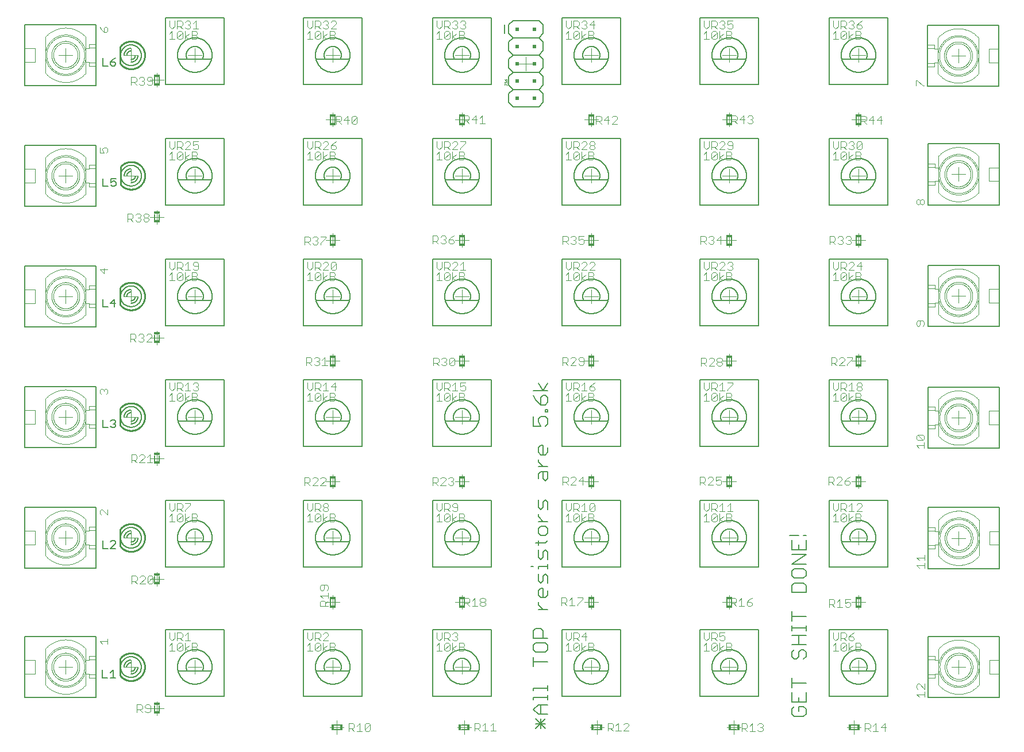
<source format=gto>
G75*
%MOIN*%
%OFA0B0*%
%FSLAX25Y25*%
%IPPOS*%
%LPD*%
%AMOC8*
5,1,8,0,0,1.08239X$1,22.5*
%
%ADD10C,0.00700*%
%ADD11C,0.00500*%
%ADD12C,0.00400*%
%ADD13C,0.00000*%
%ADD14C,0.01000*%
%ADD15C,0.00600*%
%ADD16R,0.01600X0.03400*%
%ADD17R,0.03400X0.01600*%
%ADD18C,0.00800*%
%ADD19R,0.02000X0.02000*%
%ADD20C,0.00100*%
D10*
X0325127Y0020050D02*
X0330665Y0025588D01*
X0327896Y0025588D02*
X0327896Y0020050D01*
X0330665Y0020050D02*
X0325127Y0025588D01*
X0325127Y0022819D02*
X0330665Y0022819D01*
X0332050Y0028337D02*
X0326512Y0028337D01*
X0323743Y0031106D01*
X0326512Y0033875D01*
X0332050Y0033875D01*
X0332050Y0036624D02*
X0332050Y0039393D01*
X0332050Y0038009D02*
X0323743Y0038009D01*
X0323743Y0036624D01*
X0327896Y0033875D02*
X0327896Y0028337D01*
X0323743Y0042149D02*
X0323743Y0043533D01*
X0332050Y0043533D01*
X0332050Y0042149D02*
X0332050Y0044918D01*
X0323743Y0055961D02*
X0323743Y0061499D01*
X0323743Y0058730D02*
X0332050Y0058730D01*
X0330665Y0064248D02*
X0325127Y0064248D01*
X0323743Y0065632D01*
X0323743Y0068401D01*
X0325127Y0069786D01*
X0330665Y0069786D01*
X0332050Y0068401D01*
X0332050Y0065632D01*
X0330665Y0064248D01*
X0329281Y0072535D02*
X0329281Y0076688D01*
X0327896Y0078073D01*
X0325127Y0078073D01*
X0323743Y0076688D01*
X0323743Y0072535D01*
X0332050Y0072535D01*
X0332050Y0089109D02*
X0326512Y0089109D01*
X0329281Y0089109D02*
X0326512Y0091878D01*
X0326512Y0093263D01*
X0327896Y0096015D02*
X0326512Y0097399D01*
X0326512Y0100168D01*
X0327896Y0101553D01*
X0329281Y0101553D01*
X0329281Y0096015D01*
X0330665Y0096015D02*
X0327896Y0096015D01*
X0330665Y0096015D02*
X0332050Y0097399D01*
X0332050Y0100168D01*
X0332050Y0104302D02*
X0332050Y0108456D01*
X0330665Y0109840D01*
X0329281Y0108456D01*
X0329281Y0105686D01*
X0327896Y0104302D01*
X0326512Y0105686D01*
X0326512Y0109840D01*
X0326512Y0112589D02*
X0326512Y0113974D01*
X0332050Y0113974D01*
X0332050Y0115358D02*
X0332050Y0112589D01*
X0332050Y0118114D02*
X0332050Y0122267D01*
X0330665Y0123652D01*
X0329281Y0122267D01*
X0329281Y0119498D01*
X0327896Y0118114D01*
X0326512Y0119498D01*
X0326512Y0123652D01*
X0326512Y0126401D02*
X0326512Y0129170D01*
X0325127Y0127785D02*
X0330665Y0127785D01*
X0332050Y0129170D01*
X0330665Y0131926D02*
X0332050Y0133310D01*
X0332050Y0136079D01*
X0330665Y0137464D01*
X0327896Y0137464D01*
X0326512Y0136079D01*
X0326512Y0133310D01*
X0327896Y0131926D01*
X0330665Y0131926D01*
X0329281Y0140213D02*
X0326512Y0142982D01*
X0326512Y0144366D01*
X0327896Y0147119D02*
X0326512Y0148503D01*
X0326512Y0152657D01*
X0329281Y0151272D02*
X0329281Y0148503D01*
X0327896Y0147119D01*
X0332050Y0147119D02*
X0332050Y0151272D01*
X0330665Y0152657D01*
X0329281Y0151272D01*
X0332050Y0140213D02*
X0326512Y0140213D01*
X0330665Y0163693D02*
X0329281Y0165077D01*
X0329281Y0169231D01*
X0327896Y0169231D02*
X0332050Y0169231D01*
X0332050Y0165077D01*
X0330665Y0163693D01*
X0326512Y0165077D02*
X0326512Y0167846D01*
X0327896Y0169231D01*
X0326512Y0171980D02*
X0332050Y0171980D01*
X0329281Y0171980D02*
X0326512Y0174749D01*
X0326512Y0176133D01*
X0327896Y0178886D02*
X0326512Y0180270D01*
X0326512Y0183039D01*
X0327896Y0184424D01*
X0329281Y0184424D01*
X0329281Y0178886D01*
X0330665Y0178886D02*
X0327896Y0178886D01*
X0330665Y0178886D02*
X0332050Y0180270D01*
X0332050Y0183039D01*
X0330665Y0195460D02*
X0332050Y0196844D01*
X0332050Y0199613D01*
X0330665Y0200998D01*
X0327896Y0200998D01*
X0326512Y0199613D01*
X0326512Y0198229D01*
X0327896Y0195460D01*
X0323743Y0195460D01*
X0323743Y0200998D01*
X0330665Y0203747D02*
X0330665Y0205131D01*
X0332050Y0205131D01*
X0332050Y0203747D01*
X0330665Y0203747D01*
X0330665Y0207890D02*
X0332050Y0209275D01*
X0332050Y0212044D01*
X0330665Y0213429D01*
X0329281Y0213429D01*
X0327896Y0212044D01*
X0327896Y0207890D01*
X0330665Y0207890D01*
X0327896Y0207890D02*
X0325127Y0210660D01*
X0323743Y0213429D01*
X0323743Y0216178D02*
X0332050Y0216178D01*
X0329281Y0216178D02*
X0326512Y0220331D01*
X0329281Y0216178D02*
X0332050Y0220331D01*
X0472158Y0132120D02*
X0477696Y0132120D01*
X0480465Y0132120D02*
X0481850Y0132120D01*
X0481850Y0129371D02*
X0481850Y0123833D01*
X0473543Y0123833D01*
X0473543Y0129371D01*
X0477696Y0126602D02*
X0477696Y0123833D01*
X0473543Y0121084D02*
X0481850Y0121084D01*
X0473543Y0115546D01*
X0481850Y0115546D01*
X0480465Y0112797D02*
X0481850Y0111412D01*
X0481850Y0108643D01*
X0480465Y0107258D01*
X0474927Y0107258D01*
X0473543Y0108643D01*
X0473543Y0111412D01*
X0474927Y0112797D01*
X0480465Y0112797D01*
X0480465Y0104509D02*
X0474927Y0104509D01*
X0473543Y0103125D01*
X0473543Y0098971D01*
X0481850Y0098971D01*
X0481850Y0103125D01*
X0480465Y0104509D01*
X0473543Y0087935D02*
X0473543Y0082397D01*
X0473543Y0079642D02*
X0473543Y0076872D01*
X0473543Y0078257D02*
X0481850Y0078257D01*
X0481850Y0076872D02*
X0481850Y0079642D01*
X0481850Y0074123D02*
X0473543Y0074123D01*
X0477696Y0074123D02*
X0477696Y0068585D01*
X0479081Y0065836D02*
X0480465Y0065836D01*
X0481850Y0064452D01*
X0481850Y0061683D01*
X0480465Y0060298D01*
X0477696Y0061683D02*
X0477696Y0064452D01*
X0479081Y0065836D01*
X0481850Y0068585D02*
X0473543Y0068585D01*
X0474927Y0065836D02*
X0473543Y0064452D01*
X0473543Y0061683D01*
X0474927Y0060298D01*
X0476312Y0060298D01*
X0477696Y0061683D01*
X0473543Y0049262D02*
X0473543Y0043724D01*
X0473543Y0040975D02*
X0473543Y0035437D01*
X0481850Y0035437D01*
X0481850Y0040975D01*
X0477696Y0038206D02*
X0477696Y0035437D01*
X0477696Y0032688D02*
X0477696Y0029919D01*
X0477696Y0032688D02*
X0480465Y0032688D01*
X0481850Y0031304D01*
X0481850Y0028535D01*
X0480465Y0027150D01*
X0474927Y0027150D01*
X0473543Y0028535D01*
X0473543Y0031304D01*
X0474927Y0032688D01*
X0473543Y0046493D02*
X0481850Y0046493D01*
X0481850Y0085166D02*
X0473543Y0085166D01*
X0323743Y0113974D02*
X0322358Y0113974D01*
D11*
X0028700Y0073500D02*
X0028700Y0038100D01*
X0070000Y0038100D01*
X0070000Y0073500D01*
X0028700Y0073500D01*
X0073792Y0054004D02*
X0073792Y0049500D01*
X0076795Y0049500D01*
X0078396Y0049500D02*
X0081399Y0049500D01*
X0079897Y0049500D02*
X0079897Y0054004D01*
X0078396Y0052503D01*
X0110391Y0038753D02*
X0110391Y0077296D01*
X0144209Y0077296D01*
X0144209Y0038753D01*
X0110391Y0038753D01*
X0190391Y0038753D02*
X0190391Y0077296D01*
X0224209Y0077296D01*
X0224209Y0038753D01*
X0190391Y0038753D01*
X0265391Y0038753D02*
X0265391Y0077296D01*
X0299209Y0077296D01*
X0299209Y0038753D01*
X0265391Y0038753D01*
X0340391Y0038753D02*
X0340391Y0077296D01*
X0374209Y0077296D01*
X0374209Y0038753D01*
X0340391Y0038753D01*
X0420391Y0038753D02*
X0420391Y0077296D01*
X0454209Y0077296D01*
X0454209Y0038753D01*
X0420391Y0038753D01*
X0495391Y0038753D02*
X0495391Y0077296D01*
X0529209Y0077296D01*
X0529209Y0038753D01*
X0495391Y0038753D01*
X0552731Y0038099D02*
X0552731Y0073499D01*
X0594031Y0073499D01*
X0594031Y0038099D01*
X0552731Y0038099D01*
X0552731Y0112868D02*
X0552731Y0148268D01*
X0594031Y0148268D01*
X0594031Y0112868D01*
X0552731Y0112868D01*
X0529209Y0113753D02*
X0495391Y0113753D01*
X0495391Y0152296D01*
X0529209Y0152296D01*
X0529209Y0113753D01*
X0454209Y0113753D02*
X0420391Y0113753D01*
X0420391Y0152296D01*
X0454209Y0152296D01*
X0454209Y0113753D01*
X0374209Y0113753D02*
X0340391Y0113753D01*
X0340391Y0152296D01*
X0374209Y0152296D01*
X0374209Y0113753D01*
X0299209Y0113753D02*
X0265391Y0113753D01*
X0265391Y0152296D01*
X0299209Y0152296D01*
X0299209Y0113753D01*
X0224209Y0113753D02*
X0190391Y0113753D01*
X0190391Y0152296D01*
X0224209Y0152296D01*
X0224209Y0113753D01*
X0144209Y0113753D02*
X0110391Y0113753D01*
X0110391Y0152296D01*
X0144209Y0152296D01*
X0144209Y0113753D01*
X0081449Y0124500D02*
X0078446Y0124500D01*
X0081449Y0127503D01*
X0081449Y0128253D01*
X0080698Y0129004D01*
X0079197Y0129004D01*
X0078446Y0128253D01*
X0076845Y0124500D02*
X0073842Y0124500D01*
X0073842Y0129004D01*
X0070000Y0113100D02*
X0028700Y0113100D01*
X0028700Y0148500D01*
X0070000Y0148500D01*
X0070000Y0113100D01*
X0070000Y0183100D02*
X0028700Y0183100D01*
X0028700Y0218500D01*
X0070000Y0218500D01*
X0070000Y0183100D01*
X0073842Y0194600D02*
X0076845Y0194600D01*
X0078446Y0195351D02*
X0079197Y0194600D01*
X0080698Y0194600D01*
X0081449Y0195351D01*
X0081449Y0196101D01*
X0080698Y0196852D01*
X0079947Y0196852D01*
X0080698Y0196852D02*
X0081449Y0197603D01*
X0081449Y0198353D01*
X0080698Y0199104D01*
X0079197Y0199104D01*
X0078446Y0198353D01*
X0073842Y0199104D02*
X0073842Y0194600D01*
X0110391Y0183753D02*
X0110391Y0222296D01*
X0144209Y0222296D01*
X0144209Y0183753D01*
X0110391Y0183753D01*
X0190391Y0183753D02*
X0190391Y0222296D01*
X0224209Y0222296D01*
X0224209Y0183753D01*
X0190391Y0183753D01*
X0265391Y0183753D02*
X0265391Y0222296D01*
X0299209Y0222296D01*
X0299209Y0183753D01*
X0265391Y0183753D01*
X0340391Y0183753D02*
X0340391Y0222296D01*
X0374209Y0222296D01*
X0374209Y0183753D01*
X0340391Y0183753D01*
X0420391Y0183753D02*
X0420391Y0222296D01*
X0454209Y0222296D01*
X0454209Y0183753D01*
X0420391Y0183753D01*
X0495391Y0183753D02*
X0495391Y0222296D01*
X0529209Y0222296D01*
X0529209Y0183753D01*
X0495391Y0183753D01*
X0552604Y0182656D02*
X0552604Y0218056D01*
X0593904Y0218056D01*
X0593904Y0182656D01*
X0552604Y0182656D01*
X0552604Y0253333D02*
X0552604Y0288733D01*
X0593904Y0288733D01*
X0593904Y0253333D01*
X0552604Y0253333D01*
X0529209Y0253753D02*
X0495391Y0253753D01*
X0495391Y0292296D01*
X0529209Y0292296D01*
X0529209Y0253753D01*
X0454209Y0253753D02*
X0420391Y0253753D01*
X0420391Y0292296D01*
X0454209Y0292296D01*
X0454209Y0253753D01*
X0374209Y0253753D02*
X0340391Y0253753D01*
X0340391Y0292296D01*
X0374209Y0292296D01*
X0374209Y0253753D01*
X0299209Y0253753D02*
X0265391Y0253753D01*
X0265391Y0292296D01*
X0299209Y0292296D01*
X0299209Y0253753D01*
X0224209Y0253753D02*
X0190391Y0253753D01*
X0190391Y0292296D01*
X0224209Y0292296D01*
X0224209Y0253753D01*
X0144209Y0253753D02*
X0110391Y0253753D01*
X0110391Y0292296D01*
X0144209Y0292296D01*
X0144209Y0253753D01*
X0081449Y0266852D02*
X0078446Y0266852D01*
X0080698Y0269104D01*
X0080698Y0264600D01*
X0076845Y0264600D02*
X0073842Y0264600D01*
X0073842Y0269104D01*
X0070000Y0253100D02*
X0028700Y0253100D01*
X0028700Y0288500D01*
X0070000Y0288500D01*
X0070000Y0253100D01*
X0070000Y0323100D02*
X0028700Y0323100D01*
X0028700Y0358500D01*
X0070000Y0358500D01*
X0070000Y0323100D01*
X0073892Y0334600D02*
X0076895Y0334600D01*
X0078496Y0335351D02*
X0079247Y0334600D01*
X0080748Y0334600D01*
X0081499Y0335351D01*
X0081499Y0336852D01*
X0080748Y0337603D01*
X0079997Y0337603D01*
X0078496Y0336852D01*
X0078496Y0339104D01*
X0081499Y0339104D01*
X0073892Y0339104D02*
X0073892Y0334600D01*
X0110391Y0323753D02*
X0110391Y0362296D01*
X0144209Y0362296D01*
X0144209Y0323753D01*
X0110391Y0323753D01*
X0190391Y0323753D02*
X0190391Y0362296D01*
X0224209Y0362296D01*
X0224209Y0323753D01*
X0190391Y0323753D01*
X0265391Y0323753D02*
X0265391Y0362296D01*
X0299209Y0362296D01*
X0299209Y0323753D01*
X0265391Y0323753D01*
X0340391Y0323753D02*
X0340391Y0362296D01*
X0374209Y0362296D01*
X0374209Y0323753D01*
X0340391Y0323753D01*
X0420391Y0323753D02*
X0420391Y0362296D01*
X0454209Y0362296D01*
X0454209Y0323753D01*
X0420391Y0323753D01*
X0495391Y0323753D02*
X0495391Y0362296D01*
X0529209Y0362296D01*
X0529209Y0323753D01*
X0495391Y0323753D01*
X0552604Y0323883D02*
X0552604Y0359283D01*
X0593904Y0359283D01*
X0593904Y0323883D01*
X0552604Y0323883D01*
X0552448Y0392731D02*
X0552448Y0428131D01*
X0593748Y0428131D01*
X0593748Y0392731D01*
X0552448Y0392731D01*
X0529209Y0393753D02*
X0495391Y0393753D01*
X0495391Y0432296D01*
X0529209Y0432296D01*
X0529209Y0393753D01*
X0454209Y0393753D02*
X0420391Y0393753D01*
X0420391Y0432296D01*
X0454209Y0432296D01*
X0454209Y0393753D01*
X0374209Y0393753D02*
X0340391Y0393753D01*
X0340391Y0432296D01*
X0374209Y0432296D01*
X0374209Y0393753D01*
X0299209Y0393753D02*
X0265391Y0393753D01*
X0265391Y0432296D01*
X0299209Y0432296D01*
X0299209Y0393753D01*
X0224209Y0393753D02*
X0190391Y0393753D01*
X0190391Y0432296D01*
X0224209Y0432296D01*
X0224209Y0393753D01*
X0144209Y0393753D02*
X0110391Y0393753D01*
X0110391Y0432296D01*
X0144209Y0432296D01*
X0144209Y0393753D01*
X0081449Y0405251D02*
X0081449Y0406001D01*
X0080698Y0406752D01*
X0078446Y0406752D01*
X0078446Y0405251D01*
X0079197Y0404500D01*
X0080698Y0404500D01*
X0081449Y0405251D01*
X0079947Y0408253D02*
X0078446Y0406752D01*
X0079947Y0408253D02*
X0081449Y0409004D01*
X0076845Y0404500D02*
X0073842Y0404500D01*
X0073842Y0409004D01*
X0070000Y0393100D02*
X0028700Y0393100D01*
X0028700Y0428500D01*
X0070000Y0428500D01*
X0070000Y0393100D01*
D12*
X0064111Y0400442D02*
X0064111Y0421115D01*
X0066080Y0417080D02*
X0070017Y0417080D01*
X0070017Y0415111D02*
X0066080Y0415111D01*
X0066080Y0417080D01*
X0066080Y0415111D02*
X0066080Y0414737D01*
X0064111Y0414737D01*
X0056237Y0410800D02*
X0048363Y0410800D01*
X0040513Y0421201D02*
X0040763Y0421483D01*
X0041019Y0421759D01*
X0041283Y0422028D01*
X0041553Y0422291D01*
X0041829Y0422547D01*
X0042111Y0422797D01*
X0042399Y0423039D01*
X0042693Y0423275D01*
X0042993Y0423503D01*
X0043298Y0423724D01*
X0043608Y0423938D01*
X0043923Y0424144D01*
X0044244Y0424343D01*
X0044569Y0424533D01*
X0044898Y0424716D01*
X0045232Y0424890D01*
X0045570Y0425057D01*
X0045912Y0425215D01*
X0046257Y0425365D01*
X0046607Y0425506D01*
X0046959Y0425639D01*
X0047315Y0425764D01*
X0047673Y0425880D01*
X0048034Y0425987D01*
X0048398Y0426085D01*
X0048764Y0426174D01*
X0049132Y0426255D01*
X0049502Y0426327D01*
X0049873Y0426389D01*
X0050246Y0426443D01*
X0050620Y0426488D01*
X0050995Y0426523D01*
X0051371Y0426550D01*
X0051747Y0426567D01*
X0052124Y0426575D01*
X0052501Y0426574D01*
X0052877Y0426564D01*
X0053254Y0426545D01*
X0053629Y0426517D01*
X0054004Y0426480D01*
X0054378Y0426433D01*
X0054751Y0426378D01*
X0055122Y0426314D01*
X0055491Y0426240D01*
X0055859Y0426158D01*
X0056224Y0426067D01*
X0056588Y0425967D01*
X0056948Y0425858D01*
X0057306Y0425740D01*
X0057661Y0425614D01*
X0058013Y0425480D01*
X0058362Y0425337D01*
X0058706Y0425185D01*
X0059048Y0425025D01*
X0059385Y0424857D01*
X0059718Y0424681D01*
X0060046Y0424497D01*
X0060371Y0424305D01*
X0060690Y0424105D01*
X0061004Y0423897D01*
X0061314Y0423682D01*
X0061618Y0423460D01*
X0061916Y0423230D01*
X0062209Y0422993D01*
X0062496Y0422749D01*
X0062777Y0422498D01*
X0063052Y0422241D01*
X0063321Y0421976D01*
X0063583Y0421706D01*
X0063838Y0421429D01*
X0064087Y0421146D01*
X0072948Y0425647D02*
X0074483Y0424113D01*
X0074483Y0426415D01*
X0075250Y0427182D01*
X0076018Y0427182D01*
X0076785Y0426415D01*
X0076785Y0424880D01*
X0076018Y0424113D01*
X0074483Y0424113D01*
X0072948Y0425647D02*
X0072181Y0427182D01*
X0052300Y0414737D02*
X0052300Y0406863D01*
X0040473Y0400532D02*
X0040721Y0400248D01*
X0040976Y0399969D01*
X0041238Y0399697D01*
X0041506Y0399432D01*
X0041780Y0399173D01*
X0042061Y0398921D01*
X0042348Y0398675D01*
X0042640Y0398437D01*
X0042939Y0398206D01*
X0043243Y0397982D01*
X0043552Y0397765D01*
X0043866Y0397557D01*
X0044185Y0397355D01*
X0044509Y0397162D01*
X0044838Y0396976D01*
X0045171Y0396799D01*
X0045508Y0396629D01*
X0045849Y0396468D01*
X0046194Y0396315D01*
X0046543Y0396170D01*
X0046895Y0396034D01*
X0047250Y0395907D01*
X0047608Y0395788D01*
X0047969Y0395678D01*
X0048333Y0395576D01*
X0048698Y0395484D01*
X0049066Y0395400D01*
X0049436Y0395325D01*
X0049808Y0395260D01*
X0050181Y0395203D01*
X0050555Y0395155D01*
X0050931Y0395117D01*
X0051307Y0395087D01*
X0051684Y0395067D01*
X0052061Y0395055D01*
X0052438Y0395053D01*
X0052816Y0395060D01*
X0053193Y0395076D01*
X0053569Y0395102D01*
X0053945Y0395136D01*
X0054320Y0395180D01*
X0054694Y0395232D01*
X0055066Y0395294D01*
X0055437Y0395364D01*
X0055806Y0395444D01*
X0056172Y0395532D01*
X0056537Y0395629D01*
X0056899Y0395735D01*
X0057259Y0395850D01*
X0057615Y0395974D01*
X0057969Y0396106D01*
X0058319Y0396246D01*
X0058666Y0396395D01*
X0059009Y0396553D01*
X0059348Y0396718D01*
X0059683Y0396892D01*
X0060014Y0397074D01*
X0060340Y0397264D01*
X0060661Y0397461D01*
X0060978Y0397667D01*
X0061289Y0397880D01*
X0061596Y0398100D01*
X0061897Y0398328D01*
X0062192Y0398563D01*
X0062481Y0398805D01*
X0062765Y0399054D01*
X0063042Y0399310D01*
X0063313Y0399572D01*
X0063578Y0399841D01*
X0063836Y0400117D01*
X0064088Y0400398D01*
X0066080Y0404520D02*
X0066080Y0406489D01*
X0070017Y0406489D01*
X0070000Y0404500D02*
X0066080Y0404520D01*
X0066080Y0406489D02*
X0066080Y0406863D01*
X0064111Y0406863D01*
X0040561Y0410839D02*
X0040565Y0411128D01*
X0040575Y0411417D01*
X0040593Y0411705D01*
X0040618Y0411993D01*
X0040650Y0412281D01*
X0040688Y0412567D01*
X0040734Y0412853D01*
X0040787Y0413137D01*
X0040847Y0413420D01*
X0040914Y0413701D01*
X0040988Y0413980D01*
X0041068Y0414258D01*
X0041155Y0414534D01*
X0041249Y0414807D01*
X0041350Y0415078D01*
X0041458Y0415346D01*
X0041571Y0415612D01*
X0041692Y0415875D01*
X0041819Y0416135D01*
X0041952Y0416391D01*
X0042091Y0416644D01*
X0042237Y0416894D01*
X0042388Y0417140D01*
X0042546Y0417383D01*
X0042709Y0417621D01*
X0042879Y0417855D01*
X0043054Y0418085D01*
X0043234Y0418311D01*
X0043421Y0418532D01*
X0043612Y0418749D01*
X0043809Y0418960D01*
X0044011Y0419167D01*
X0044218Y0419369D01*
X0044429Y0419566D01*
X0044646Y0419757D01*
X0044867Y0419944D01*
X0045093Y0420124D01*
X0045323Y0420299D01*
X0045557Y0420469D01*
X0045795Y0420632D01*
X0046038Y0420790D01*
X0046284Y0420941D01*
X0046534Y0421087D01*
X0046787Y0421226D01*
X0047043Y0421359D01*
X0047303Y0421486D01*
X0047566Y0421607D01*
X0047832Y0421720D01*
X0048100Y0421828D01*
X0048371Y0421929D01*
X0048644Y0422023D01*
X0048920Y0422110D01*
X0049198Y0422190D01*
X0049477Y0422264D01*
X0049758Y0422331D01*
X0050041Y0422391D01*
X0050325Y0422444D01*
X0050611Y0422490D01*
X0050897Y0422528D01*
X0051185Y0422560D01*
X0051473Y0422585D01*
X0051761Y0422603D01*
X0052050Y0422613D01*
X0052339Y0422617D01*
X0052628Y0422613D01*
X0052917Y0422603D01*
X0053205Y0422585D01*
X0053493Y0422560D01*
X0053781Y0422528D01*
X0054067Y0422490D01*
X0054353Y0422444D01*
X0054637Y0422391D01*
X0054920Y0422331D01*
X0055201Y0422264D01*
X0055480Y0422190D01*
X0055758Y0422110D01*
X0056034Y0422023D01*
X0056307Y0421929D01*
X0056578Y0421828D01*
X0056846Y0421720D01*
X0057112Y0421607D01*
X0057375Y0421486D01*
X0057635Y0421359D01*
X0057891Y0421226D01*
X0058144Y0421087D01*
X0058394Y0420941D01*
X0058640Y0420790D01*
X0058883Y0420632D01*
X0059121Y0420469D01*
X0059355Y0420299D01*
X0059585Y0420124D01*
X0059811Y0419944D01*
X0060032Y0419757D01*
X0060249Y0419566D01*
X0060460Y0419369D01*
X0060667Y0419167D01*
X0060869Y0418960D01*
X0061066Y0418749D01*
X0061257Y0418532D01*
X0061444Y0418311D01*
X0061624Y0418085D01*
X0061799Y0417855D01*
X0061969Y0417621D01*
X0062132Y0417383D01*
X0062290Y0417140D01*
X0062441Y0416894D01*
X0062587Y0416644D01*
X0062726Y0416391D01*
X0062859Y0416135D01*
X0062986Y0415875D01*
X0063107Y0415612D01*
X0063220Y0415346D01*
X0063328Y0415078D01*
X0063429Y0414807D01*
X0063523Y0414534D01*
X0063610Y0414258D01*
X0063690Y0413980D01*
X0063764Y0413701D01*
X0063831Y0413420D01*
X0063891Y0413137D01*
X0063944Y0412853D01*
X0063990Y0412567D01*
X0064028Y0412281D01*
X0064060Y0411993D01*
X0064085Y0411705D01*
X0064103Y0411417D01*
X0064113Y0411128D01*
X0064117Y0410839D01*
X0064113Y0410550D01*
X0064103Y0410261D01*
X0064085Y0409973D01*
X0064060Y0409685D01*
X0064028Y0409397D01*
X0063990Y0409111D01*
X0063944Y0408825D01*
X0063891Y0408541D01*
X0063831Y0408258D01*
X0063764Y0407977D01*
X0063690Y0407698D01*
X0063610Y0407420D01*
X0063523Y0407144D01*
X0063429Y0406871D01*
X0063328Y0406600D01*
X0063220Y0406332D01*
X0063107Y0406066D01*
X0062986Y0405803D01*
X0062859Y0405543D01*
X0062726Y0405287D01*
X0062587Y0405034D01*
X0062441Y0404784D01*
X0062290Y0404538D01*
X0062132Y0404295D01*
X0061969Y0404057D01*
X0061799Y0403823D01*
X0061624Y0403593D01*
X0061444Y0403367D01*
X0061257Y0403146D01*
X0061066Y0402929D01*
X0060869Y0402718D01*
X0060667Y0402511D01*
X0060460Y0402309D01*
X0060249Y0402112D01*
X0060032Y0401921D01*
X0059811Y0401734D01*
X0059585Y0401554D01*
X0059355Y0401379D01*
X0059121Y0401209D01*
X0058883Y0401046D01*
X0058640Y0400888D01*
X0058394Y0400737D01*
X0058144Y0400591D01*
X0057891Y0400452D01*
X0057635Y0400319D01*
X0057375Y0400192D01*
X0057112Y0400071D01*
X0056846Y0399958D01*
X0056578Y0399850D01*
X0056307Y0399749D01*
X0056034Y0399655D01*
X0055758Y0399568D01*
X0055480Y0399488D01*
X0055201Y0399414D01*
X0054920Y0399347D01*
X0054637Y0399287D01*
X0054353Y0399234D01*
X0054067Y0399188D01*
X0053781Y0399150D01*
X0053493Y0399118D01*
X0053205Y0399093D01*
X0052917Y0399075D01*
X0052628Y0399065D01*
X0052339Y0399061D01*
X0052050Y0399065D01*
X0051761Y0399075D01*
X0051473Y0399093D01*
X0051185Y0399118D01*
X0050897Y0399150D01*
X0050611Y0399188D01*
X0050325Y0399234D01*
X0050041Y0399287D01*
X0049758Y0399347D01*
X0049477Y0399414D01*
X0049198Y0399488D01*
X0048920Y0399568D01*
X0048644Y0399655D01*
X0048371Y0399749D01*
X0048100Y0399850D01*
X0047832Y0399958D01*
X0047566Y0400071D01*
X0047303Y0400192D01*
X0047043Y0400319D01*
X0046787Y0400452D01*
X0046534Y0400591D01*
X0046284Y0400737D01*
X0046038Y0400888D01*
X0045795Y0401046D01*
X0045557Y0401209D01*
X0045323Y0401379D01*
X0045093Y0401554D01*
X0044867Y0401734D01*
X0044646Y0401921D01*
X0044429Y0402112D01*
X0044218Y0402309D01*
X0044011Y0402511D01*
X0043809Y0402718D01*
X0043612Y0402929D01*
X0043421Y0403146D01*
X0043234Y0403367D01*
X0043054Y0403593D01*
X0042879Y0403823D01*
X0042709Y0404057D01*
X0042546Y0404295D01*
X0042388Y0404538D01*
X0042237Y0404784D01*
X0042091Y0405034D01*
X0041952Y0405287D01*
X0041819Y0405543D01*
X0041692Y0405803D01*
X0041571Y0406066D01*
X0041458Y0406332D01*
X0041350Y0406600D01*
X0041249Y0406871D01*
X0041155Y0407144D01*
X0041068Y0407420D01*
X0040988Y0407698D01*
X0040914Y0407977D01*
X0040847Y0408258D01*
X0040787Y0408541D01*
X0040734Y0408825D01*
X0040688Y0409111D01*
X0040650Y0409397D01*
X0040618Y0409685D01*
X0040593Y0409973D01*
X0040575Y0410261D01*
X0040565Y0410550D01*
X0040561Y0410839D01*
X0034583Y0414737D02*
X0034583Y0406863D01*
X0028678Y0406863D01*
X0028678Y0414737D02*
X0034583Y0414737D01*
X0040489Y0421115D02*
X0040489Y0400442D01*
X0045213Y0410800D02*
X0045215Y0410974D01*
X0045222Y0411148D01*
X0045232Y0411321D01*
X0045247Y0411495D01*
X0045266Y0411668D01*
X0045290Y0411840D01*
X0045317Y0412012D01*
X0045349Y0412183D01*
X0045385Y0412353D01*
X0045425Y0412522D01*
X0045470Y0412690D01*
X0045518Y0412857D01*
X0045571Y0413023D01*
X0045627Y0413188D01*
X0045688Y0413351D01*
X0045752Y0413512D01*
X0045821Y0413672D01*
X0045893Y0413830D01*
X0045970Y0413986D01*
X0046050Y0414141D01*
X0046134Y0414293D01*
X0046221Y0414443D01*
X0046313Y0414592D01*
X0046407Y0414737D01*
X0046506Y0414881D01*
X0046608Y0415022D01*
X0046713Y0415160D01*
X0046822Y0415296D01*
X0046934Y0415429D01*
X0047049Y0415559D01*
X0047167Y0415687D01*
X0047289Y0415811D01*
X0047413Y0415933D01*
X0047541Y0416051D01*
X0047671Y0416166D01*
X0047804Y0416278D01*
X0047940Y0416387D01*
X0048078Y0416492D01*
X0048219Y0416594D01*
X0048363Y0416693D01*
X0048508Y0416787D01*
X0048657Y0416879D01*
X0048807Y0416966D01*
X0048959Y0417050D01*
X0049114Y0417130D01*
X0049270Y0417207D01*
X0049428Y0417279D01*
X0049588Y0417348D01*
X0049749Y0417412D01*
X0049912Y0417473D01*
X0050077Y0417529D01*
X0050243Y0417582D01*
X0050410Y0417630D01*
X0050578Y0417675D01*
X0050747Y0417715D01*
X0050917Y0417751D01*
X0051088Y0417783D01*
X0051260Y0417810D01*
X0051432Y0417834D01*
X0051605Y0417853D01*
X0051779Y0417868D01*
X0051952Y0417878D01*
X0052126Y0417885D01*
X0052300Y0417887D01*
X0052474Y0417885D01*
X0052648Y0417878D01*
X0052821Y0417868D01*
X0052995Y0417853D01*
X0053168Y0417834D01*
X0053340Y0417810D01*
X0053512Y0417783D01*
X0053683Y0417751D01*
X0053853Y0417715D01*
X0054022Y0417675D01*
X0054190Y0417630D01*
X0054357Y0417582D01*
X0054523Y0417529D01*
X0054688Y0417473D01*
X0054851Y0417412D01*
X0055012Y0417348D01*
X0055172Y0417279D01*
X0055330Y0417207D01*
X0055486Y0417130D01*
X0055641Y0417050D01*
X0055793Y0416966D01*
X0055943Y0416879D01*
X0056092Y0416787D01*
X0056237Y0416693D01*
X0056381Y0416594D01*
X0056522Y0416492D01*
X0056660Y0416387D01*
X0056796Y0416278D01*
X0056929Y0416166D01*
X0057059Y0416051D01*
X0057187Y0415933D01*
X0057311Y0415811D01*
X0057433Y0415687D01*
X0057551Y0415559D01*
X0057666Y0415429D01*
X0057778Y0415296D01*
X0057887Y0415160D01*
X0057992Y0415022D01*
X0058094Y0414881D01*
X0058193Y0414737D01*
X0058287Y0414592D01*
X0058379Y0414443D01*
X0058466Y0414293D01*
X0058550Y0414141D01*
X0058630Y0413986D01*
X0058707Y0413830D01*
X0058779Y0413672D01*
X0058848Y0413512D01*
X0058912Y0413351D01*
X0058973Y0413188D01*
X0059029Y0413023D01*
X0059082Y0412857D01*
X0059130Y0412690D01*
X0059175Y0412522D01*
X0059215Y0412353D01*
X0059251Y0412183D01*
X0059283Y0412012D01*
X0059310Y0411840D01*
X0059334Y0411668D01*
X0059353Y0411495D01*
X0059368Y0411321D01*
X0059378Y0411148D01*
X0059385Y0410974D01*
X0059387Y0410800D01*
X0059385Y0410626D01*
X0059378Y0410452D01*
X0059368Y0410279D01*
X0059353Y0410105D01*
X0059334Y0409932D01*
X0059310Y0409760D01*
X0059283Y0409588D01*
X0059251Y0409417D01*
X0059215Y0409247D01*
X0059175Y0409078D01*
X0059130Y0408910D01*
X0059082Y0408743D01*
X0059029Y0408577D01*
X0058973Y0408412D01*
X0058912Y0408249D01*
X0058848Y0408088D01*
X0058779Y0407928D01*
X0058707Y0407770D01*
X0058630Y0407614D01*
X0058550Y0407459D01*
X0058466Y0407307D01*
X0058379Y0407157D01*
X0058287Y0407008D01*
X0058193Y0406863D01*
X0058094Y0406719D01*
X0057992Y0406578D01*
X0057887Y0406440D01*
X0057778Y0406304D01*
X0057666Y0406171D01*
X0057551Y0406041D01*
X0057433Y0405913D01*
X0057311Y0405789D01*
X0057187Y0405667D01*
X0057059Y0405549D01*
X0056929Y0405434D01*
X0056796Y0405322D01*
X0056660Y0405213D01*
X0056522Y0405108D01*
X0056381Y0405006D01*
X0056237Y0404907D01*
X0056092Y0404813D01*
X0055943Y0404721D01*
X0055793Y0404634D01*
X0055641Y0404550D01*
X0055486Y0404470D01*
X0055330Y0404393D01*
X0055172Y0404321D01*
X0055012Y0404252D01*
X0054851Y0404188D01*
X0054688Y0404127D01*
X0054523Y0404071D01*
X0054357Y0404018D01*
X0054190Y0403970D01*
X0054022Y0403925D01*
X0053853Y0403885D01*
X0053683Y0403849D01*
X0053512Y0403817D01*
X0053340Y0403790D01*
X0053168Y0403766D01*
X0052995Y0403747D01*
X0052821Y0403732D01*
X0052648Y0403722D01*
X0052474Y0403715D01*
X0052300Y0403713D01*
X0052126Y0403715D01*
X0051952Y0403722D01*
X0051779Y0403732D01*
X0051605Y0403747D01*
X0051432Y0403766D01*
X0051260Y0403790D01*
X0051088Y0403817D01*
X0050917Y0403849D01*
X0050747Y0403885D01*
X0050578Y0403925D01*
X0050410Y0403970D01*
X0050243Y0404018D01*
X0050077Y0404071D01*
X0049912Y0404127D01*
X0049749Y0404188D01*
X0049588Y0404252D01*
X0049428Y0404321D01*
X0049270Y0404393D01*
X0049114Y0404470D01*
X0048959Y0404550D01*
X0048807Y0404634D01*
X0048657Y0404721D01*
X0048508Y0404813D01*
X0048363Y0404907D01*
X0048219Y0405006D01*
X0048078Y0405108D01*
X0047940Y0405213D01*
X0047804Y0405322D01*
X0047671Y0405434D01*
X0047541Y0405549D01*
X0047413Y0405667D01*
X0047289Y0405789D01*
X0047167Y0405913D01*
X0047049Y0406041D01*
X0046934Y0406171D01*
X0046822Y0406304D01*
X0046713Y0406440D01*
X0046608Y0406578D01*
X0046506Y0406719D01*
X0046407Y0406863D01*
X0046313Y0407008D01*
X0046221Y0407157D01*
X0046134Y0407307D01*
X0046050Y0407459D01*
X0045970Y0407614D01*
X0045893Y0407770D01*
X0045821Y0407928D01*
X0045752Y0408088D01*
X0045688Y0408249D01*
X0045627Y0408412D01*
X0045571Y0408577D01*
X0045518Y0408743D01*
X0045470Y0408910D01*
X0045425Y0409078D01*
X0045385Y0409247D01*
X0045349Y0409417D01*
X0045317Y0409588D01*
X0045290Y0409760D01*
X0045266Y0409932D01*
X0045247Y0410105D01*
X0045232Y0410279D01*
X0045222Y0410452D01*
X0045215Y0410626D01*
X0045213Y0410800D01*
X0044189Y0410800D02*
X0044191Y0410999D01*
X0044199Y0411198D01*
X0044211Y0411397D01*
X0044228Y0411595D01*
X0044250Y0411793D01*
X0044277Y0411990D01*
X0044308Y0412187D01*
X0044345Y0412382D01*
X0044386Y0412577D01*
X0044432Y0412771D01*
X0044483Y0412963D01*
X0044538Y0413154D01*
X0044598Y0413344D01*
X0044663Y0413533D01*
X0044732Y0413719D01*
X0044806Y0413904D01*
X0044885Y0414087D01*
X0044968Y0414268D01*
X0045055Y0414447D01*
X0045147Y0414623D01*
X0045243Y0414798D01*
X0045343Y0414970D01*
X0045447Y0415139D01*
X0045556Y0415306D01*
X0045669Y0415470D01*
X0045785Y0415632D01*
X0045906Y0415790D01*
X0046030Y0415946D01*
X0046158Y0416098D01*
X0046290Y0416247D01*
X0046426Y0416393D01*
X0046565Y0416535D01*
X0046707Y0416674D01*
X0046853Y0416810D01*
X0047002Y0416942D01*
X0047154Y0417070D01*
X0047310Y0417194D01*
X0047468Y0417315D01*
X0047630Y0417431D01*
X0047794Y0417544D01*
X0047961Y0417653D01*
X0048130Y0417757D01*
X0048302Y0417857D01*
X0048477Y0417953D01*
X0048653Y0418045D01*
X0048832Y0418132D01*
X0049013Y0418215D01*
X0049196Y0418294D01*
X0049381Y0418368D01*
X0049567Y0418437D01*
X0049756Y0418502D01*
X0049946Y0418562D01*
X0050137Y0418617D01*
X0050329Y0418668D01*
X0050523Y0418714D01*
X0050718Y0418755D01*
X0050913Y0418792D01*
X0051110Y0418823D01*
X0051307Y0418850D01*
X0051505Y0418872D01*
X0051703Y0418889D01*
X0051902Y0418901D01*
X0052101Y0418909D01*
X0052300Y0418911D01*
X0052499Y0418909D01*
X0052698Y0418901D01*
X0052897Y0418889D01*
X0053095Y0418872D01*
X0053293Y0418850D01*
X0053490Y0418823D01*
X0053687Y0418792D01*
X0053882Y0418755D01*
X0054077Y0418714D01*
X0054271Y0418668D01*
X0054463Y0418617D01*
X0054654Y0418562D01*
X0054844Y0418502D01*
X0055033Y0418437D01*
X0055219Y0418368D01*
X0055404Y0418294D01*
X0055587Y0418215D01*
X0055768Y0418132D01*
X0055947Y0418045D01*
X0056123Y0417953D01*
X0056298Y0417857D01*
X0056470Y0417757D01*
X0056639Y0417653D01*
X0056806Y0417544D01*
X0056970Y0417431D01*
X0057132Y0417315D01*
X0057290Y0417194D01*
X0057446Y0417070D01*
X0057598Y0416942D01*
X0057747Y0416810D01*
X0057893Y0416674D01*
X0058035Y0416535D01*
X0058174Y0416393D01*
X0058310Y0416247D01*
X0058442Y0416098D01*
X0058570Y0415946D01*
X0058694Y0415790D01*
X0058815Y0415632D01*
X0058931Y0415470D01*
X0059044Y0415306D01*
X0059153Y0415139D01*
X0059257Y0414970D01*
X0059357Y0414798D01*
X0059453Y0414623D01*
X0059545Y0414447D01*
X0059632Y0414268D01*
X0059715Y0414087D01*
X0059794Y0413904D01*
X0059868Y0413719D01*
X0059937Y0413533D01*
X0060002Y0413344D01*
X0060062Y0413154D01*
X0060117Y0412963D01*
X0060168Y0412771D01*
X0060214Y0412577D01*
X0060255Y0412382D01*
X0060292Y0412187D01*
X0060323Y0411990D01*
X0060350Y0411793D01*
X0060372Y0411595D01*
X0060389Y0411397D01*
X0060401Y0411198D01*
X0060409Y0410999D01*
X0060411Y0410800D01*
X0060409Y0410601D01*
X0060401Y0410402D01*
X0060389Y0410203D01*
X0060372Y0410005D01*
X0060350Y0409807D01*
X0060323Y0409610D01*
X0060292Y0409413D01*
X0060255Y0409218D01*
X0060214Y0409023D01*
X0060168Y0408829D01*
X0060117Y0408637D01*
X0060062Y0408446D01*
X0060002Y0408256D01*
X0059937Y0408067D01*
X0059868Y0407881D01*
X0059794Y0407696D01*
X0059715Y0407513D01*
X0059632Y0407332D01*
X0059545Y0407153D01*
X0059453Y0406977D01*
X0059357Y0406802D01*
X0059257Y0406630D01*
X0059153Y0406461D01*
X0059044Y0406294D01*
X0058931Y0406130D01*
X0058815Y0405968D01*
X0058694Y0405810D01*
X0058570Y0405654D01*
X0058442Y0405502D01*
X0058310Y0405353D01*
X0058174Y0405207D01*
X0058035Y0405065D01*
X0057893Y0404926D01*
X0057747Y0404790D01*
X0057598Y0404658D01*
X0057446Y0404530D01*
X0057290Y0404406D01*
X0057132Y0404285D01*
X0056970Y0404169D01*
X0056806Y0404056D01*
X0056639Y0403947D01*
X0056470Y0403843D01*
X0056298Y0403743D01*
X0056123Y0403647D01*
X0055947Y0403555D01*
X0055768Y0403468D01*
X0055587Y0403385D01*
X0055404Y0403306D01*
X0055219Y0403232D01*
X0055033Y0403163D01*
X0054844Y0403098D01*
X0054654Y0403038D01*
X0054463Y0402983D01*
X0054271Y0402932D01*
X0054077Y0402886D01*
X0053882Y0402845D01*
X0053687Y0402808D01*
X0053490Y0402777D01*
X0053293Y0402750D01*
X0053095Y0402728D01*
X0052897Y0402711D01*
X0052698Y0402699D01*
X0052499Y0402691D01*
X0052300Y0402689D01*
X0052101Y0402691D01*
X0051902Y0402699D01*
X0051703Y0402711D01*
X0051505Y0402728D01*
X0051307Y0402750D01*
X0051110Y0402777D01*
X0050913Y0402808D01*
X0050718Y0402845D01*
X0050523Y0402886D01*
X0050329Y0402932D01*
X0050137Y0402983D01*
X0049946Y0403038D01*
X0049756Y0403098D01*
X0049567Y0403163D01*
X0049381Y0403232D01*
X0049196Y0403306D01*
X0049013Y0403385D01*
X0048832Y0403468D01*
X0048653Y0403555D01*
X0048477Y0403647D01*
X0048302Y0403743D01*
X0048130Y0403843D01*
X0047961Y0403947D01*
X0047794Y0404056D01*
X0047630Y0404169D01*
X0047468Y0404285D01*
X0047310Y0404406D01*
X0047154Y0404530D01*
X0047002Y0404658D01*
X0046853Y0404790D01*
X0046707Y0404926D01*
X0046565Y0405065D01*
X0046426Y0405207D01*
X0046290Y0405353D01*
X0046158Y0405502D01*
X0046030Y0405654D01*
X0045906Y0405810D01*
X0045785Y0405968D01*
X0045669Y0406130D01*
X0045556Y0406294D01*
X0045447Y0406461D01*
X0045343Y0406630D01*
X0045243Y0406802D01*
X0045147Y0406977D01*
X0045055Y0407153D01*
X0044968Y0407332D01*
X0044885Y0407513D01*
X0044806Y0407696D01*
X0044732Y0407881D01*
X0044663Y0408067D01*
X0044598Y0408256D01*
X0044538Y0408446D01*
X0044483Y0408637D01*
X0044432Y0408829D01*
X0044386Y0409023D01*
X0044345Y0409218D01*
X0044308Y0409413D01*
X0044277Y0409610D01*
X0044250Y0409807D01*
X0044228Y0410005D01*
X0044211Y0410203D01*
X0044199Y0410402D01*
X0044191Y0410601D01*
X0044189Y0410800D01*
X0041313Y0410800D02*
X0041316Y0411070D01*
X0041326Y0411339D01*
X0041343Y0411608D01*
X0041366Y0411877D01*
X0041396Y0412145D01*
X0041432Y0412412D01*
X0041475Y0412678D01*
X0041524Y0412943D01*
X0041580Y0413207D01*
X0041642Y0413470D01*
X0041711Y0413730D01*
X0041786Y0413989D01*
X0041868Y0414246D01*
X0041955Y0414501D01*
X0042049Y0414754D01*
X0042149Y0415005D01*
X0042256Y0415252D01*
X0042368Y0415498D01*
X0042486Y0415740D01*
X0042610Y0415979D01*
X0042740Y0416215D01*
X0042876Y0416448D01*
X0043018Y0416678D01*
X0043165Y0416904D01*
X0043317Y0417126D01*
X0043475Y0417345D01*
X0043638Y0417560D01*
X0043807Y0417770D01*
X0043981Y0417976D01*
X0044159Y0418178D01*
X0044343Y0418376D01*
X0044531Y0418569D01*
X0044724Y0418757D01*
X0044922Y0418941D01*
X0045124Y0419119D01*
X0045330Y0419293D01*
X0045540Y0419462D01*
X0045755Y0419625D01*
X0045974Y0419783D01*
X0046196Y0419935D01*
X0046422Y0420082D01*
X0046652Y0420224D01*
X0046885Y0420360D01*
X0047121Y0420490D01*
X0047360Y0420614D01*
X0047602Y0420732D01*
X0047848Y0420844D01*
X0048095Y0420951D01*
X0048346Y0421051D01*
X0048599Y0421145D01*
X0048854Y0421232D01*
X0049111Y0421314D01*
X0049370Y0421389D01*
X0049630Y0421458D01*
X0049893Y0421520D01*
X0050157Y0421576D01*
X0050422Y0421625D01*
X0050688Y0421668D01*
X0050955Y0421704D01*
X0051223Y0421734D01*
X0051492Y0421757D01*
X0051761Y0421774D01*
X0052030Y0421784D01*
X0052300Y0421787D01*
X0052570Y0421784D01*
X0052839Y0421774D01*
X0053108Y0421757D01*
X0053377Y0421734D01*
X0053645Y0421704D01*
X0053912Y0421668D01*
X0054178Y0421625D01*
X0054443Y0421576D01*
X0054707Y0421520D01*
X0054970Y0421458D01*
X0055230Y0421389D01*
X0055489Y0421314D01*
X0055746Y0421232D01*
X0056001Y0421145D01*
X0056254Y0421051D01*
X0056505Y0420951D01*
X0056752Y0420844D01*
X0056998Y0420732D01*
X0057240Y0420614D01*
X0057479Y0420490D01*
X0057715Y0420360D01*
X0057948Y0420224D01*
X0058178Y0420082D01*
X0058404Y0419935D01*
X0058626Y0419783D01*
X0058845Y0419625D01*
X0059060Y0419462D01*
X0059270Y0419293D01*
X0059476Y0419119D01*
X0059678Y0418941D01*
X0059876Y0418757D01*
X0060069Y0418569D01*
X0060257Y0418376D01*
X0060441Y0418178D01*
X0060619Y0417976D01*
X0060793Y0417770D01*
X0060962Y0417560D01*
X0061125Y0417345D01*
X0061283Y0417126D01*
X0061435Y0416904D01*
X0061582Y0416678D01*
X0061724Y0416448D01*
X0061860Y0416215D01*
X0061990Y0415979D01*
X0062114Y0415740D01*
X0062232Y0415498D01*
X0062344Y0415252D01*
X0062451Y0415005D01*
X0062551Y0414754D01*
X0062645Y0414501D01*
X0062732Y0414246D01*
X0062814Y0413989D01*
X0062889Y0413730D01*
X0062958Y0413470D01*
X0063020Y0413207D01*
X0063076Y0412943D01*
X0063125Y0412678D01*
X0063168Y0412412D01*
X0063204Y0412145D01*
X0063234Y0411877D01*
X0063257Y0411608D01*
X0063274Y0411339D01*
X0063284Y0411070D01*
X0063287Y0410800D01*
X0063284Y0410530D01*
X0063274Y0410261D01*
X0063257Y0409992D01*
X0063234Y0409723D01*
X0063204Y0409455D01*
X0063168Y0409188D01*
X0063125Y0408922D01*
X0063076Y0408657D01*
X0063020Y0408393D01*
X0062958Y0408130D01*
X0062889Y0407870D01*
X0062814Y0407611D01*
X0062732Y0407354D01*
X0062645Y0407099D01*
X0062551Y0406846D01*
X0062451Y0406595D01*
X0062344Y0406348D01*
X0062232Y0406102D01*
X0062114Y0405860D01*
X0061990Y0405621D01*
X0061860Y0405385D01*
X0061724Y0405152D01*
X0061582Y0404922D01*
X0061435Y0404696D01*
X0061283Y0404474D01*
X0061125Y0404255D01*
X0060962Y0404040D01*
X0060793Y0403830D01*
X0060619Y0403624D01*
X0060441Y0403422D01*
X0060257Y0403224D01*
X0060069Y0403031D01*
X0059876Y0402843D01*
X0059678Y0402659D01*
X0059476Y0402481D01*
X0059270Y0402307D01*
X0059060Y0402138D01*
X0058845Y0401975D01*
X0058626Y0401817D01*
X0058404Y0401665D01*
X0058178Y0401518D01*
X0057948Y0401376D01*
X0057715Y0401240D01*
X0057479Y0401110D01*
X0057240Y0400986D01*
X0056998Y0400868D01*
X0056752Y0400756D01*
X0056505Y0400649D01*
X0056254Y0400549D01*
X0056001Y0400455D01*
X0055746Y0400368D01*
X0055489Y0400286D01*
X0055230Y0400211D01*
X0054970Y0400142D01*
X0054707Y0400080D01*
X0054443Y0400024D01*
X0054178Y0399975D01*
X0053912Y0399932D01*
X0053645Y0399896D01*
X0053377Y0399866D01*
X0053108Y0399843D01*
X0052839Y0399826D01*
X0052570Y0399816D01*
X0052300Y0399813D01*
X0052030Y0399816D01*
X0051761Y0399826D01*
X0051492Y0399843D01*
X0051223Y0399866D01*
X0050955Y0399896D01*
X0050688Y0399932D01*
X0050422Y0399975D01*
X0050157Y0400024D01*
X0049893Y0400080D01*
X0049630Y0400142D01*
X0049370Y0400211D01*
X0049111Y0400286D01*
X0048854Y0400368D01*
X0048599Y0400455D01*
X0048346Y0400549D01*
X0048095Y0400649D01*
X0047848Y0400756D01*
X0047602Y0400868D01*
X0047360Y0400986D01*
X0047121Y0401110D01*
X0046885Y0401240D01*
X0046652Y0401376D01*
X0046422Y0401518D01*
X0046196Y0401665D01*
X0045974Y0401817D01*
X0045755Y0401975D01*
X0045540Y0402138D01*
X0045330Y0402307D01*
X0045124Y0402481D01*
X0044922Y0402659D01*
X0044724Y0402843D01*
X0044531Y0403031D01*
X0044343Y0403224D01*
X0044159Y0403422D01*
X0043981Y0403624D01*
X0043807Y0403830D01*
X0043638Y0404040D01*
X0043475Y0404255D01*
X0043317Y0404474D01*
X0043165Y0404696D01*
X0043018Y0404922D01*
X0042876Y0405152D01*
X0042740Y0405385D01*
X0042610Y0405621D01*
X0042486Y0405860D01*
X0042368Y0406102D01*
X0042256Y0406348D01*
X0042149Y0406595D01*
X0042049Y0406846D01*
X0041955Y0407099D01*
X0041868Y0407354D01*
X0041786Y0407611D01*
X0041711Y0407870D01*
X0041642Y0408130D01*
X0041580Y0408393D01*
X0041524Y0408657D01*
X0041475Y0408922D01*
X0041432Y0409188D01*
X0041396Y0409455D01*
X0041366Y0409723D01*
X0041343Y0409992D01*
X0041326Y0410261D01*
X0041316Y0410530D01*
X0041313Y0410800D01*
X0090400Y0398004D02*
X0090400Y0393400D01*
X0090400Y0394935D02*
X0092702Y0394935D01*
X0093469Y0395702D01*
X0093469Y0397237D01*
X0092702Y0398004D01*
X0090400Y0398004D01*
X0091935Y0394935D02*
X0093469Y0393400D01*
X0095004Y0394167D02*
X0095771Y0393400D01*
X0097306Y0393400D01*
X0098073Y0394167D01*
X0098073Y0394935D01*
X0097306Y0395702D01*
X0096539Y0395702D01*
X0097306Y0395702D02*
X0098073Y0396469D01*
X0098073Y0397237D01*
X0097306Y0398004D01*
X0095771Y0398004D01*
X0095004Y0397237D01*
X0099608Y0397237D02*
X0099608Y0396469D01*
X0100375Y0395702D01*
X0102677Y0395702D01*
X0102677Y0397237D02*
X0101910Y0398004D01*
X0100375Y0398004D01*
X0099608Y0397237D01*
X0102677Y0397237D02*
X0102677Y0394167D01*
X0101910Y0393400D01*
X0100375Y0393400D01*
X0099608Y0394167D01*
X0112500Y0420000D02*
X0115569Y0420000D01*
X0114035Y0420000D02*
X0114035Y0424604D01*
X0112500Y0423069D01*
X0114035Y0426000D02*
X0115569Y0427535D01*
X0115569Y0430604D01*
X0117104Y0430604D02*
X0119406Y0430604D01*
X0120173Y0429837D01*
X0120173Y0428302D01*
X0119406Y0427535D01*
X0117104Y0427535D01*
X0118639Y0427535D02*
X0120173Y0426000D01*
X0119406Y0424604D02*
X0120173Y0423837D01*
X0117104Y0420767D01*
X0117871Y0420000D01*
X0119406Y0420000D01*
X0120173Y0420767D01*
X0120173Y0423837D01*
X0119406Y0424604D02*
X0117871Y0424604D01*
X0117104Y0423837D01*
X0117104Y0420767D01*
X0121708Y0420000D02*
X0121708Y0424604D01*
X0122475Y0426000D02*
X0121708Y0426767D01*
X0122475Y0426000D02*
X0124010Y0426000D01*
X0124777Y0426767D01*
X0124777Y0427535D01*
X0124010Y0428302D01*
X0123242Y0428302D01*
X0124010Y0428302D02*
X0124777Y0429069D01*
X0124777Y0429837D01*
X0124010Y0430604D01*
X0122475Y0430604D01*
X0121708Y0429837D01*
X0126312Y0429069D02*
X0127846Y0430604D01*
X0127846Y0426000D01*
X0127846Y0424604D02*
X0128614Y0423837D01*
X0128614Y0423069D01*
X0127846Y0422302D01*
X0125544Y0422302D01*
X0124010Y0423069D02*
X0121708Y0421535D01*
X0124010Y0420000D01*
X0125544Y0420000D02*
X0127846Y0420000D01*
X0128614Y0420767D01*
X0128614Y0421535D01*
X0127846Y0422302D01*
X0127846Y0424604D02*
X0125544Y0424604D01*
X0125544Y0420000D01*
X0126312Y0426000D02*
X0129381Y0426000D01*
X0117104Y0426000D02*
X0117104Y0430604D01*
X0112500Y0430604D02*
X0112500Y0427535D01*
X0114035Y0426000D01*
X0192500Y0427535D02*
X0194035Y0426000D01*
X0195569Y0427535D01*
X0195569Y0430604D01*
X0197104Y0430604D02*
X0199406Y0430604D01*
X0200173Y0429837D01*
X0200173Y0428302D01*
X0199406Y0427535D01*
X0197104Y0427535D01*
X0198639Y0427535D02*
X0200173Y0426000D01*
X0199406Y0424604D02*
X0200173Y0423837D01*
X0197104Y0420767D01*
X0197871Y0420000D01*
X0199406Y0420000D01*
X0200173Y0420767D01*
X0200173Y0423837D01*
X0199406Y0424604D02*
X0197871Y0424604D01*
X0197104Y0423837D01*
X0197104Y0420767D01*
X0195569Y0420000D02*
X0192500Y0420000D01*
X0194035Y0420000D02*
X0194035Y0424604D01*
X0192500Y0423069D01*
X0192500Y0427535D02*
X0192500Y0430604D01*
X0197104Y0430604D02*
X0197104Y0426000D01*
X0201708Y0426767D02*
X0202475Y0426000D01*
X0204010Y0426000D01*
X0204777Y0426767D01*
X0204777Y0427535D01*
X0204010Y0428302D01*
X0203242Y0428302D01*
X0204010Y0428302D02*
X0204777Y0429069D01*
X0204777Y0429837D01*
X0204010Y0430604D01*
X0202475Y0430604D01*
X0201708Y0429837D01*
X0206312Y0429837D02*
X0207079Y0430604D01*
X0208614Y0430604D01*
X0209381Y0429837D01*
X0209381Y0429069D01*
X0206312Y0426000D01*
X0209381Y0426000D01*
X0207846Y0424604D02*
X0208614Y0423837D01*
X0208614Y0423069D01*
X0207846Y0422302D01*
X0205544Y0422302D01*
X0204010Y0423069D02*
X0201708Y0421535D01*
X0204010Y0420000D01*
X0205544Y0420000D02*
X0207846Y0420000D01*
X0208614Y0420767D01*
X0208614Y0421535D01*
X0207846Y0422302D01*
X0207846Y0424604D02*
X0205544Y0424604D01*
X0205544Y0420000D01*
X0201708Y0420000D02*
X0201708Y0424604D01*
X0209188Y0375404D02*
X0211490Y0375404D01*
X0212257Y0374637D01*
X0212257Y0373102D01*
X0211490Y0372335D01*
X0209188Y0372335D01*
X0210723Y0372335D02*
X0212257Y0370800D01*
X0213792Y0373102D02*
X0216861Y0373102D01*
X0218396Y0374637D02*
X0219163Y0375404D01*
X0220698Y0375404D01*
X0221465Y0374637D01*
X0218396Y0371567D01*
X0219163Y0370800D01*
X0220698Y0370800D01*
X0221465Y0371567D01*
X0221465Y0374637D01*
X0218396Y0374637D02*
X0218396Y0371567D01*
X0216094Y0370800D02*
X0216094Y0375404D01*
X0213792Y0373102D01*
X0209188Y0370800D02*
X0209188Y0375404D01*
X0209381Y0360604D02*
X0207846Y0359837D01*
X0206312Y0358302D01*
X0208614Y0358302D01*
X0209381Y0357535D01*
X0209381Y0356767D01*
X0208614Y0356000D01*
X0207079Y0356000D01*
X0206312Y0356767D01*
X0206312Y0358302D01*
X0204777Y0359069D02*
X0204777Y0359837D01*
X0204010Y0360604D01*
X0202475Y0360604D01*
X0201708Y0359837D01*
X0200173Y0359837D02*
X0200173Y0358302D01*
X0199406Y0357535D01*
X0197104Y0357535D01*
X0198639Y0357535D02*
X0200173Y0356000D01*
X0201708Y0356000D02*
X0204777Y0359069D01*
X0204777Y0356000D02*
X0201708Y0356000D01*
X0201708Y0354604D02*
X0201708Y0350000D01*
X0201708Y0351535D02*
X0204010Y0353069D01*
X0205544Y0352302D02*
X0207846Y0352302D01*
X0208614Y0351535D01*
X0208614Y0350767D01*
X0207846Y0350000D01*
X0205544Y0350000D01*
X0205544Y0354604D01*
X0207846Y0354604D01*
X0208614Y0353837D01*
X0208614Y0353069D01*
X0207846Y0352302D01*
X0204010Y0350000D02*
X0201708Y0351535D01*
X0200173Y0350767D02*
X0199406Y0350000D01*
X0197871Y0350000D01*
X0197104Y0350767D01*
X0200173Y0353837D01*
X0200173Y0350767D01*
X0197104Y0350767D02*
X0197104Y0353837D01*
X0197871Y0354604D01*
X0199406Y0354604D01*
X0200173Y0353837D01*
X0197104Y0356000D02*
X0197104Y0360604D01*
X0199406Y0360604D01*
X0200173Y0359837D01*
X0195569Y0360604D02*
X0195569Y0357535D01*
X0194035Y0356000D01*
X0192500Y0357535D01*
X0192500Y0360604D01*
X0194035Y0354604D02*
X0194035Y0350000D01*
X0195569Y0350000D02*
X0192500Y0350000D01*
X0192500Y0353069D02*
X0194035Y0354604D01*
X0193390Y0305504D02*
X0191088Y0305504D01*
X0191088Y0300900D01*
X0191088Y0302435D02*
X0193390Y0302435D01*
X0194157Y0303202D01*
X0194157Y0304737D01*
X0193390Y0305504D01*
X0195692Y0304737D02*
X0196459Y0305504D01*
X0197994Y0305504D01*
X0198761Y0304737D01*
X0198761Y0303969D01*
X0197994Y0303202D01*
X0198761Y0302435D01*
X0198761Y0301667D01*
X0197994Y0300900D01*
X0196459Y0300900D01*
X0195692Y0301667D01*
X0194157Y0300900D02*
X0192623Y0302435D01*
X0197227Y0303202D02*
X0197994Y0303202D01*
X0200296Y0301667D02*
X0200296Y0300900D01*
X0200296Y0301667D02*
X0203365Y0304737D01*
X0203365Y0305504D01*
X0200296Y0305504D01*
X0199406Y0290604D02*
X0197104Y0290604D01*
X0197104Y0286000D01*
X0197104Y0287535D02*
X0199406Y0287535D01*
X0200173Y0288302D01*
X0200173Y0289837D01*
X0199406Y0290604D01*
X0201708Y0289837D02*
X0202475Y0290604D01*
X0204010Y0290604D01*
X0204777Y0289837D01*
X0204777Y0289069D01*
X0201708Y0286000D01*
X0204777Y0286000D01*
X0205544Y0284604D02*
X0207846Y0284604D01*
X0208614Y0283837D01*
X0208614Y0283069D01*
X0207846Y0282302D01*
X0205544Y0282302D01*
X0204010Y0283069D02*
X0201708Y0281535D01*
X0204010Y0280000D01*
X0205544Y0280000D02*
X0207846Y0280000D01*
X0208614Y0280767D01*
X0208614Y0281535D01*
X0207846Y0282302D01*
X0205544Y0280000D02*
X0205544Y0284604D01*
X0207079Y0286000D02*
X0206312Y0286767D01*
X0209381Y0289837D01*
X0209381Y0286767D01*
X0208614Y0286000D01*
X0207079Y0286000D01*
X0206312Y0286767D02*
X0206312Y0289837D01*
X0207079Y0290604D01*
X0208614Y0290604D01*
X0209381Y0289837D01*
X0201708Y0284604D02*
X0201708Y0280000D01*
X0200173Y0280767D02*
X0199406Y0280000D01*
X0197871Y0280000D01*
X0197104Y0280767D01*
X0200173Y0283837D01*
X0200173Y0280767D01*
X0197104Y0280767D02*
X0197104Y0283837D01*
X0197871Y0284604D01*
X0199406Y0284604D01*
X0200173Y0283837D01*
X0200173Y0286000D02*
X0198639Y0287535D01*
X0195569Y0287535D02*
X0194035Y0286000D01*
X0192500Y0287535D01*
X0192500Y0290604D01*
X0195569Y0290604D02*
X0195569Y0287535D01*
X0194035Y0284604D02*
X0194035Y0280000D01*
X0195569Y0280000D02*
X0192500Y0280000D01*
X0192500Y0283069D02*
X0194035Y0284604D01*
X0194190Y0235404D02*
X0194957Y0234637D01*
X0194957Y0233102D01*
X0194190Y0232335D01*
X0191888Y0232335D01*
X0193423Y0232335D02*
X0194957Y0230800D01*
X0196492Y0231567D02*
X0197259Y0230800D01*
X0198794Y0230800D01*
X0199561Y0231567D01*
X0199561Y0232335D01*
X0198794Y0233102D01*
X0198027Y0233102D01*
X0198794Y0233102D02*
X0199561Y0233869D01*
X0199561Y0234637D01*
X0198794Y0235404D01*
X0197259Y0235404D01*
X0196492Y0234637D01*
X0194190Y0235404D02*
X0191888Y0235404D01*
X0191888Y0230800D01*
X0201096Y0230800D02*
X0204165Y0230800D01*
X0202631Y0230800D02*
X0202631Y0235404D01*
X0201096Y0233869D01*
X0199406Y0220604D02*
X0197104Y0220604D01*
X0197104Y0216000D01*
X0197104Y0217535D02*
X0199406Y0217535D01*
X0200173Y0218302D01*
X0200173Y0219837D01*
X0199406Y0220604D01*
X0201708Y0219069D02*
X0203242Y0220604D01*
X0203242Y0216000D01*
X0201708Y0216000D02*
X0204777Y0216000D01*
X0205544Y0214604D02*
X0207846Y0214604D01*
X0208614Y0213837D01*
X0208614Y0213069D01*
X0207846Y0212302D01*
X0205544Y0212302D01*
X0204010Y0213069D02*
X0201708Y0211535D01*
X0204010Y0210000D01*
X0205544Y0210000D02*
X0207846Y0210000D01*
X0208614Y0210767D01*
X0208614Y0211535D01*
X0207846Y0212302D01*
X0205544Y0210000D02*
X0205544Y0214604D01*
X0208614Y0216000D02*
X0208614Y0220604D01*
X0206312Y0218302D01*
X0209381Y0218302D01*
X0201708Y0214604D02*
X0201708Y0210000D01*
X0200173Y0210767D02*
X0199406Y0210000D01*
X0197871Y0210000D01*
X0197104Y0210767D01*
X0200173Y0213837D01*
X0200173Y0210767D01*
X0197104Y0210767D02*
X0197104Y0213837D01*
X0197871Y0214604D01*
X0199406Y0214604D01*
X0200173Y0213837D01*
X0200173Y0216000D02*
X0198639Y0217535D01*
X0195569Y0217535D02*
X0195569Y0220604D01*
X0192500Y0220604D02*
X0192500Y0217535D01*
X0194035Y0216000D01*
X0195569Y0217535D01*
X0194035Y0214604D02*
X0194035Y0210000D01*
X0195569Y0210000D02*
X0192500Y0210000D01*
X0192500Y0213069D02*
X0194035Y0214604D01*
X0193190Y0165704D02*
X0190888Y0165704D01*
X0190888Y0161100D01*
X0190888Y0162635D02*
X0193190Y0162635D01*
X0193957Y0163402D01*
X0193957Y0164937D01*
X0193190Y0165704D01*
X0195492Y0164937D02*
X0196259Y0165704D01*
X0197794Y0165704D01*
X0198561Y0164937D01*
X0198561Y0164169D01*
X0195492Y0161100D01*
X0198561Y0161100D01*
X0200096Y0161100D02*
X0203165Y0164169D01*
X0203165Y0164937D01*
X0202398Y0165704D01*
X0200863Y0165704D01*
X0200096Y0164937D01*
X0200096Y0161100D02*
X0203165Y0161100D01*
X0193957Y0161100D02*
X0192423Y0162635D01*
X0192500Y0150604D02*
X0192500Y0147535D01*
X0194035Y0146000D01*
X0195569Y0147535D01*
X0195569Y0150604D01*
X0197104Y0150604D02*
X0199406Y0150604D01*
X0200173Y0149837D01*
X0200173Y0148302D01*
X0199406Y0147535D01*
X0197104Y0147535D01*
X0198639Y0147535D02*
X0200173Y0146000D01*
X0199406Y0144604D02*
X0200173Y0143837D01*
X0197104Y0140767D01*
X0197871Y0140000D01*
X0199406Y0140000D01*
X0200173Y0140767D01*
X0200173Y0143837D01*
X0199406Y0144604D02*
X0197871Y0144604D01*
X0197104Y0143837D01*
X0197104Y0140767D01*
X0195569Y0140000D02*
X0192500Y0140000D01*
X0194035Y0140000D02*
X0194035Y0144604D01*
X0192500Y0143069D01*
X0197104Y0146000D02*
X0197104Y0150604D01*
X0201708Y0149837D02*
X0201708Y0149069D01*
X0202475Y0148302D01*
X0204010Y0148302D01*
X0204777Y0147535D01*
X0204777Y0146767D01*
X0204010Y0146000D01*
X0202475Y0146000D01*
X0201708Y0146767D01*
X0201708Y0147535D01*
X0202475Y0148302D01*
X0204010Y0148302D02*
X0204777Y0149069D01*
X0204777Y0149837D01*
X0204010Y0150604D01*
X0202475Y0150604D01*
X0201708Y0149837D01*
X0201708Y0144604D02*
X0201708Y0140000D01*
X0201708Y0141535D02*
X0204010Y0143069D01*
X0205544Y0142302D02*
X0207846Y0142302D01*
X0208614Y0141535D01*
X0208614Y0140767D01*
X0207846Y0140000D01*
X0205544Y0140000D01*
X0205544Y0144604D01*
X0207846Y0144604D01*
X0208614Y0143837D01*
X0208614Y0143069D01*
X0207846Y0142302D01*
X0204010Y0140000D02*
X0201708Y0141535D01*
X0202298Y0103277D02*
X0202298Y0100975D01*
X0201531Y0100208D01*
X0200763Y0100208D01*
X0199996Y0100975D01*
X0199996Y0102510D01*
X0200763Y0103277D01*
X0203833Y0103277D01*
X0204600Y0102510D01*
X0204600Y0100975D01*
X0203833Y0100208D01*
X0204600Y0098673D02*
X0204600Y0095604D01*
X0204600Y0097139D02*
X0199996Y0097139D01*
X0201531Y0095604D01*
X0202298Y0094069D02*
X0203065Y0093302D01*
X0203065Y0091000D01*
X0203065Y0092535D02*
X0204600Y0094069D01*
X0202298Y0094069D02*
X0200763Y0094069D01*
X0199996Y0093302D01*
X0199996Y0091000D01*
X0204600Y0091000D01*
X0204010Y0075604D02*
X0202475Y0075604D01*
X0201708Y0074837D01*
X0200173Y0074837D02*
X0200173Y0073302D01*
X0199406Y0072535D01*
X0197104Y0072535D01*
X0198639Y0072535D02*
X0200173Y0071000D01*
X0201708Y0071000D02*
X0204777Y0074069D01*
X0204777Y0074837D01*
X0204010Y0075604D01*
X0200173Y0074837D02*
X0199406Y0075604D01*
X0197104Y0075604D01*
X0197104Y0071000D01*
X0197871Y0069604D02*
X0197104Y0068837D01*
X0197104Y0065767D01*
X0200173Y0068837D01*
X0200173Y0065767D01*
X0199406Y0065000D01*
X0197871Y0065000D01*
X0197104Y0065767D01*
X0195569Y0065000D02*
X0192500Y0065000D01*
X0194035Y0065000D02*
X0194035Y0069604D01*
X0192500Y0068069D01*
X0194035Y0071000D02*
X0195569Y0072535D01*
X0195569Y0075604D01*
X0192500Y0075604D02*
X0192500Y0072535D01*
X0194035Y0071000D01*
X0197871Y0069604D02*
X0199406Y0069604D01*
X0200173Y0068837D01*
X0201708Y0069604D02*
X0201708Y0065000D01*
X0201708Y0066535D02*
X0204010Y0068069D01*
X0205544Y0067302D02*
X0207846Y0067302D01*
X0208614Y0066535D01*
X0208614Y0065767D01*
X0207846Y0065000D01*
X0205544Y0065000D01*
X0205544Y0069604D01*
X0207846Y0069604D01*
X0208614Y0068837D01*
X0208614Y0068069D01*
X0207846Y0067302D01*
X0204010Y0065000D02*
X0201708Y0066535D01*
X0201708Y0071000D02*
X0204777Y0071000D01*
X0216700Y0023104D02*
X0219002Y0023104D01*
X0219769Y0022337D01*
X0219769Y0020802D01*
X0219002Y0020035D01*
X0216700Y0020035D01*
X0218235Y0020035D02*
X0219769Y0018500D01*
X0221304Y0018500D02*
X0224373Y0018500D01*
X0222839Y0018500D02*
X0222839Y0023104D01*
X0221304Y0021569D01*
X0225908Y0022337D02*
X0226675Y0023104D01*
X0228210Y0023104D01*
X0228977Y0022337D01*
X0225908Y0019267D01*
X0226675Y0018500D01*
X0228210Y0018500D01*
X0228977Y0019267D01*
X0228977Y0022337D01*
X0225908Y0022337D02*
X0225908Y0019267D01*
X0216700Y0018500D02*
X0216700Y0023104D01*
X0267500Y0065000D02*
X0270569Y0065000D01*
X0269035Y0065000D02*
X0269035Y0069604D01*
X0267500Y0068069D01*
X0269035Y0071000D02*
X0270569Y0072535D01*
X0270569Y0075604D01*
X0272104Y0075604D02*
X0272104Y0071000D01*
X0272104Y0072535D02*
X0274406Y0072535D01*
X0275173Y0073302D01*
X0275173Y0074837D01*
X0274406Y0075604D01*
X0272104Y0075604D01*
X0273639Y0072535D02*
X0275173Y0071000D01*
X0274406Y0069604D02*
X0275173Y0068837D01*
X0272104Y0065767D01*
X0272871Y0065000D01*
X0274406Y0065000D01*
X0275173Y0065767D01*
X0275173Y0068837D01*
X0274406Y0069604D02*
X0272871Y0069604D01*
X0272104Y0068837D01*
X0272104Y0065767D01*
X0276708Y0065000D02*
X0276708Y0069604D01*
X0277475Y0071000D02*
X0276708Y0071767D01*
X0277475Y0071000D02*
X0279010Y0071000D01*
X0279777Y0071767D01*
X0279777Y0072535D01*
X0279010Y0073302D01*
X0278242Y0073302D01*
X0279010Y0073302D02*
X0279777Y0074069D01*
X0279777Y0074837D01*
X0279010Y0075604D01*
X0277475Y0075604D01*
X0276708Y0074837D01*
X0280544Y0069604D02*
X0282846Y0069604D01*
X0283614Y0068837D01*
X0283614Y0068069D01*
X0282846Y0067302D01*
X0280544Y0067302D01*
X0279010Y0068069D02*
X0276708Y0066535D01*
X0279010Y0065000D01*
X0280544Y0065000D02*
X0282846Y0065000D01*
X0283614Y0065767D01*
X0283614Y0066535D01*
X0282846Y0067302D01*
X0280544Y0065000D02*
X0280544Y0069604D01*
X0269035Y0071000D02*
X0267500Y0072535D01*
X0267500Y0075604D01*
X0283588Y0091100D02*
X0283588Y0095704D01*
X0285890Y0095704D01*
X0286657Y0094937D01*
X0286657Y0093402D01*
X0285890Y0092635D01*
X0283588Y0092635D01*
X0285123Y0092635D02*
X0286657Y0091100D01*
X0288192Y0091100D02*
X0291261Y0091100D01*
X0289727Y0091100D02*
X0289727Y0095704D01*
X0288192Y0094169D01*
X0292796Y0094169D02*
X0292796Y0094937D01*
X0293563Y0095704D01*
X0295098Y0095704D01*
X0295865Y0094937D01*
X0295865Y0094169D01*
X0295098Y0093402D01*
X0293563Y0093402D01*
X0292796Y0094169D01*
X0293563Y0093402D02*
X0292796Y0092635D01*
X0292796Y0091867D01*
X0293563Y0091100D01*
X0295098Y0091100D01*
X0295865Y0091867D01*
X0295865Y0092635D01*
X0295098Y0093402D01*
X0339988Y0092935D02*
X0342290Y0092935D01*
X0343057Y0093702D01*
X0343057Y0095237D01*
X0342290Y0096004D01*
X0339988Y0096004D01*
X0339988Y0091400D01*
X0341523Y0092935D02*
X0343057Y0091400D01*
X0344592Y0091400D02*
X0347661Y0091400D01*
X0346127Y0091400D02*
X0346127Y0096004D01*
X0344592Y0094469D01*
X0349196Y0096004D02*
X0352265Y0096004D01*
X0352265Y0095237D01*
X0349196Y0092167D01*
X0349196Y0091400D01*
X0349406Y0075604D02*
X0350173Y0074837D01*
X0350173Y0073302D01*
X0349406Y0072535D01*
X0347104Y0072535D01*
X0348639Y0072535D02*
X0350173Y0071000D01*
X0349406Y0069604D02*
X0350173Y0068837D01*
X0347104Y0065767D01*
X0347871Y0065000D01*
X0349406Y0065000D01*
X0350173Y0065767D01*
X0350173Y0068837D01*
X0349406Y0069604D02*
X0347871Y0069604D01*
X0347104Y0068837D01*
X0347104Y0065767D01*
X0345569Y0065000D02*
X0342500Y0065000D01*
X0344035Y0065000D02*
X0344035Y0069604D01*
X0342500Y0068069D01*
X0344035Y0071000D02*
X0345569Y0072535D01*
X0345569Y0075604D01*
X0347104Y0075604D02*
X0347104Y0071000D01*
X0344035Y0071000D02*
X0342500Y0072535D01*
X0342500Y0075604D01*
X0347104Y0075604D02*
X0349406Y0075604D01*
X0351708Y0073302D02*
X0354777Y0073302D01*
X0354010Y0075604D02*
X0351708Y0073302D01*
X0354010Y0071000D02*
X0354010Y0075604D01*
X0355544Y0069604D02*
X0357846Y0069604D01*
X0358614Y0068837D01*
X0358614Y0068069D01*
X0357846Y0067302D01*
X0355544Y0067302D01*
X0354010Y0068069D02*
X0351708Y0066535D01*
X0354010Y0065000D01*
X0355544Y0065000D02*
X0357846Y0065000D01*
X0358614Y0065767D01*
X0358614Y0066535D01*
X0357846Y0067302D01*
X0355544Y0065000D02*
X0355544Y0069604D01*
X0351708Y0069604D02*
X0351708Y0065000D01*
X0366850Y0023204D02*
X0369152Y0023204D01*
X0369919Y0022437D01*
X0369919Y0020902D01*
X0369152Y0020135D01*
X0366850Y0020135D01*
X0368385Y0020135D02*
X0369919Y0018600D01*
X0371454Y0018600D02*
X0374523Y0018600D01*
X0372989Y0018600D02*
X0372989Y0023204D01*
X0371454Y0021669D01*
X0376058Y0022437D02*
X0376825Y0023204D01*
X0378360Y0023204D01*
X0379127Y0022437D01*
X0379127Y0021669D01*
X0376058Y0018600D01*
X0379127Y0018600D01*
X0366850Y0018600D02*
X0366850Y0023204D01*
X0422500Y0065000D02*
X0425569Y0065000D01*
X0424035Y0065000D02*
X0424035Y0069604D01*
X0422500Y0068069D01*
X0424035Y0071000D02*
X0425569Y0072535D01*
X0425569Y0075604D01*
X0427104Y0075604D02*
X0427104Y0071000D01*
X0427104Y0072535D02*
X0429406Y0072535D01*
X0430173Y0073302D01*
X0430173Y0074837D01*
X0429406Y0075604D01*
X0427104Y0075604D01*
X0428639Y0072535D02*
X0430173Y0071000D01*
X0429406Y0069604D02*
X0430173Y0068837D01*
X0427104Y0065767D01*
X0427871Y0065000D01*
X0429406Y0065000D01*
X0430173Y0065767D01*
X0430173Y0068837D01*
X0429406Y0069604D02*
X0427871Y0069604D01*
X0427104Y0068837D01*
X0427104Y0065767D01*
X0431708Y0065000D02*
X0431708Y0069604D01*
X0432475Y0071000D02*
X0431708Y0071767D01*
X0432475Y0071000D02*
X0434010Y0071000D01*
X0434777Y0071767D01*
X0434777Y0073302D01*
X0434010Y0074069D01*
X0433242Y0074069D01*
X0431708Y0073302D01*
X0431708Y0075604D01*
X0434777Y0075604D01*
X0435544Y0069604D02*
X0437846Y0069604D01*
X0438614Y0068837D01*
X0438614Y0068069D01*
X0437846Y0067302D01*
X0435544Y0067302D01*
X0434010Y0068069D02*
X0431708Y0066535D01*
X0434010Y0065000D01*
X0435544Y0065000D02*
X0437846Y0065000D01*
X0438614Y0065767D01*
X0438614Y0066535D01*
X0437846Y0067302D01*
X0435544Y0065000D02*
X0435544Y0069604D01*
X0424035Y0071000D02*
X0422500Y0072535D01*
X0422500Y0075604D01*
X0438288Y0091100D02*
X0438288Y0095704D01*
X0440590Y0095704D01*
X0441357Y0094937D01*
X0441357Y0093402D01*
X0440590Y0092635D01*
X0438288Y0092635D01*
X0439823Y0092635D02*
X0441357Y0091100D01*
X0442892Y0091100D02*
X0445961Y0091100D01*
X0444427Y0091100D02*
X0444427Y0095704D01*
X0442892Y0094169D01*
X0447496Y0093402D02*
X0449031Y0094937D01*
X0450565Y0095704D01*
X0449798Y0093402D02*
X0447496Y0093402D01*
X0447496Y0091867D01*
X0448263Y0091100D01*
X0449798Y0091100D01*
X0450565Y0091867D01*
X0450565Y0092635D01*
X0449798Y0093402D01*
X0495288Y0092035D02*
X0497590Y0092035D01*
X0498357Y0092802D01*
X0498357Y0094337D01*
X0497590Y0095104D01*
X0495288Y0095104D01*
X0495288Y0090500D01*
X0496823Y0092035D02*
X0498357Y0090500D01*
X0499892Y0090500D02*
X0502961Y0090500D01*
X0501427Y0090500D02*
X0501427Y0095104D01*
X0499892Y0093569D01*
X0504496Y0092802D02*
X0504496Y0095104D01*
X0507565Y0095104D01*
X0506798Y0093569D02*
X0506031Y0093569D01*
X0504496Y0092802D01*
X0504496Y0091267D02*
X0505263Y0090500D01*
X0506798Y0090500D01*
X0507565Y0091267D01*
X0507565Y0092802D01*
X0506798Y0093569D01*
X0504406Y0075604D02*
X0505173Y0074837D01*
X0505173Y0073302D01*
X0504406Y0072535D01*
X0502104Y0072535D01*
X0503639Y0072535D02*
X0505173Y0071000D01*
X0504406Y0069604D02*
X0505173Y0068837D01*
X0502104Y0065767D01*
X0502871Y0065000D01*
X0504406Y0065000D01*
X0505173Y0065767D01*
X0505173Y0068837D01*
X0504406Y0069604D02*
X0502871Y0069604D01*
X0502104Y0068837D01*
X0502104Y0065767D01*
X0500569Y0065000D02*
X0497500Y0065000D01*
X0499035Y0065000D02*
X0499035Y0069604D01*
X0497500Y0068069D01*
X0499035Y0071000D02*
X0500569Y0072535D01*
X0500569Y0075604D01*
X0502104Y0075604D02*
X0504406Y0075604D01*
X0502104Y0075604D02*
X0502104Y0071000D01*
X0499035Y0071000D02*
X0497500Y0072535D01*
X0497500Y0075604D01*
X0506708Y0073302D02*
X0506708Y0071767D01*
X0507475Y0071000D01*
X0509010Y0071000D01*
X0509777Y0071767D01*
X0509777Y0072535D01*
X0509010Y0073302D01*
X0506708Y0073302D01*
X0508242Y0074837D01*
X0509777Y0075604D01*
X0510544Y0069604D02*
X0512846Y0069604D01*
X0513614Y0068837D01*
X0513614Y0068069D01*
X0512846Y0067302D01*
X0510544Y0067302D01*
X0509010Y0068069D02*
X0506708Y0066535D01*
X0509010Y0065000D01*
X0510544Y0065000D02*
X0512846Y0065000D01*
X0513614Y0065767D01*
X0513614Y0066535D01*
X0512846Y0067302D01*
X0510544Y0065000D02*
X0510544Y0069604D01*
X0506708Y0069604D02*
X0506708Y0065000D01*
X0545942Y0045188D02*
X0545942Y0043654D01*
X0546709Y0042886D01*
X0545942Y0045188D02*
X0546709Y0045956D01*
X0547477Y0045956D01*
X0550546Y0042886D01*
X0550546Y0045956D01*
X0552714Y0049519D02*
X0556651Y0049519D01*
X0556651Y0051488D01*
X0552714Y0051488D01*
X0556651Y0051488D02*
X0556651Y0051862D01*
X0558620Y0051862D01*
X0558620Y0045484D02*
X0558620Y0066157D01*
X0556651Y0062079D02*
X0552731Y0062099D01*
X0552714Y0060110D02*
X0556651Y0060110D01*
X0556651Y0059736D01*
X0558620Y0059736D01*
X0556651Y0060110D02*
X0556651Y0062079D01*
X0566494Y0055799D02*
X0574368Y0055799D01*
X0582218Y0045398D02*
X0581968Y0045116D01*
X0581712Y0044840D01*
X0581448Y0044571D01*
X0581178Y0044308D01*
X0580902Y0044052D01*
X0580620Y0043802D01*
X0580332Y0043560D01*
X0580038Y0043324D01*
X0579738Y0043096D01*
X0579433Y0042875D01*
X0579123Y0042661D01*
X0578808Y0042455D01*
X0578487Y0042256D01*
X0578162Y0042066D01*
X0577833Y0041883D01*
X0577499Y0041709D01*
X0577161Y0041542D01*
X0576819Y0041384D01*
X0576474Y0041234D01*
X0576124Y0041093D01*
X0575772Y0040960D01*
X0575416Y0040835D01*
X0575058Y0040719D01*
X0574697Y0040612D01*
X0574333Y0040514D01*
X0573967Y0040425D01*
X0573599Y0040344D01*
X0573229Y0040272D01*
X0572858Y0040210D01*
X0572485Y0040156D01*
X0572111Y0040111D01*
X0571736Y0040076D01*
X0571360Y0040049D01*
X0570984Y0040032D01*
X0570607Y0040024D01*
X0570230Y0040025D01*
X0569854Y0040035D01*
X0569477Y0040054D01*
X0569102Y0040082D01*
X0568727Y0040119D01*
X0568353Y0040166D01*
X0567980Y0040221D01*
X0567609Y0040285D01*
X0567240Y0040359D01*
X0566872Y0040441D01*
X0566507Y0040532D01*
X0566143Y0040632D01*
X0565783Y0040741D01*
X0565425Y0040859D01*
X0565070Y0040985D01*
X0564718Y0041119D01*
X0564369Y0041262D01*
X0564025Y0041414D01*
X0563683Y0041574D01*
X0563346Y0041742D01*
X0563013Y0041918D01*
X0562685Y0042102D01*
X0562360Y0042294D01*
X0562041Y0042494D01*
X0561727Y0042702D01*
X0561417Y0042917D01*
X0561113Y0043139D01*
X0560815Y0043369D01*
X0560522Y0043606D01*
X0560235Y0043850D01*
X0559954Y0044101D01*
X0559679Y0044358D01*
X0559410Y0044623D01*
X0559148Y0044893D01*
X0558893Y0045170D01*
X0558644Y0045453D01*
X0550546Y0041352D02*
X0550546Y0038282D01*
X0550546Y0039817D02*
X0545942Y0039817D01*
X0547477Y0038282D01*
X0527610Y0023004D02*
X0525308Y0020702D01*
X0528377Y0020702D01*
X0527610Y0018400D02*
X0527610Y0023004D01*
X0522239Y0023004D02*
X0522239Y0018400D01*
X0523773Y0018400D02*
X0520704Y0018400D01*
X0519169Y0018400D02*
X0517635Y0019935D01*
X0518402Y0019935D02*
X0516100Y0019935D01*
X0516100Y0018400D02*
X0516100Y0023004D01*
X0518402Y0023004D01*
X0519169Y0022237D01*
X0519169Y0020702D01*
X0518402Y0019935D01*
X0520704Y0021469D02*
X0522239Y0023004D01*
X0570431Y0051862D02*
X0570431Y0059736D01*
X0582258Y0066067D02*
X0582010Y0066351D01*
X0581755Y0066630D01*
X0581493Y0066902D01*
X0581225Y0067167D01*
X0580951Y0067426D01*
X0580670Y0067678D01*
X0580383Y0067924D01*
X0580091Y0068162D01*
X0579792Y0068393D01*
X0579488Y0068617D01*
X0579179Y0068834D01*
X0578865Y0069042D01*
X0578546Y0069244D01*
X0578222Y0069437D01*
X0577893Y0069623D01*
X0577560Y0069800D01*
X0577223Y0069970D01*
X0576882Y0070131D01*
X0576537Y0070284D01*
X0576188Y0070429D01*
X0575836Y0070565D01*
X0575481Y0070692D01*
X0575123Y0070811D01*
X0574762Y0070921D01*
X0574398Y0071023D01*
X0574033Y0071115D01*
X0573665Y0071199D01*
X0573295Y0071274D01*
X0572923Y0071339D01*
X0572550Y0071396D01*
X0572176Y0071444D01*
X0571800Y0071482D01*
X0571424Y0071512D01*
X0571047Y0071532D01*
X0570670Y0071544D01*
X0570293Y0071546D01*
X0569915Y0071539D01*
X0569538Y0071523D01*
X0569162Y0071497D01*
X0568786Y0071463D01*
X0568411Y0071419D01*
X0568037Y0071367D01*
X0567665Y0071305D01*
X0567294Y0071235D01*
X0566925Y0071155D01*
X0566559Y0071067D01*
X0566194Y0070970D01*
X0565832Y0070864D01*
X0565472Y0070749D01*
X0565116Y0070625D01*
X0564762Y0070493D01*
X0564412Y0070353D01*
X0564065Y0070204D01*
X0563722Y0070046D01*
X0563383Y0069881D01*
X0563048Y0069707D01*
X0562717Y0069525D01*
X0562391Y0069335D01*
X0562070Y0069138D01*
X0561753Y0068932D01*
X0561442Y0068719D01*
X0561135Y0068499D01*
X0560834Y0068271D01*
X0560539Y0068036D01*
X0560250Y0067794D01*
X0559966Y0067545D01*
X0559689Y0067289D01*
X0559418Y0067027D01*
X0559153Y0066758D01*
X0558895Y0066482D01*
X0558643Y0066201D01*
X0558614Y0055760D02*
X0558618Y0056049D01*
X0558628Y0056338D01*
X0558646Y0056626D01*
X0558671Y0056914D01*
X0558703Y0057202D01*
X0558741Y0057488D01*
X0558787Y0057774D01*
X0558840Y0058058D01*
X0558900Y0058341D01*
X0558967Y0058622D01*
X0559041Y0058901D01*
X0559121Y0059179D01*
X0559208Y0059455D01*
X0559302Y0059728D01*
X0559403Y0059999D01*
X0559511Y0060267D01*
X0559624Y0060533D01*
X0559745Y0060796D01*
X0559872Y0061056D01*
X0560005Y0061312D01*
X0560144Y0061565D01*
X0560290Y0061815D01*
X0560441Y0062061D01*
X0560599Y0062304D01*
X0560762Y0062542D01*
X0560932Y0062776D01*
X0561107Y0063006D01*
X0561287Y0063232D01*
X0561474Y0063453D01*
X0561665Y0063670D01*
X0561862Y0063881D01*
X0562064Y0064088D01*
X0562271Y0064290D01*
X0562482Y0064487D01*
X0562699Y0064678D01*
X0562920Y0064865D01*
X0563146Y0065045D01*
X0563376Y0065220D01*
X0563610Y0065390D01*
X0563848Y0065553D01*
X0564091Y0065711D01*
X0564337Y0065862D01*
X0564587Y0066008D01*
X0564840Y0066147D01*
X0565096Y0066280D01*
X0565356Y0066407D01*
X0565619Y0066528D01*
X0565885Y0066641D01*
X0566153Y0066749D01*
X0566424Y0066850D01*
X0566697Y0066944D01*
X0566973Y0067031D01*
X0567251Y0067111D01*
X0567530Y0067185D01*
X0567811Y0067252D01*
X0568094Y0067312D01*
X0568378Y0067365D01*
X0568664Y0067411D01*
X0568950Y0067449D01*
X0569238Y0067481D01*
X0569526Y0067506D01*
X0569814Y0067524D01*
X0570103Y0067534D01*
X0570392Y0067538D01*
X0570681Y0067534D01*
X0570970Y0067524D01*
X0571258Y0067506D01*
X0571546Y0067481D01*
X0571834Y0067449D01*
X0572120Y0067411D01*
X0572406Y0067365D01*
X0572690Y0067312D01*
X0572973Y0067252D01*
X0573254Y0067185D01*
X0573533Y0067111D01*
X0573811Y0067031D01*
X0574087Y0066944D01*
X0574360Y0066850D01*
X0574631Y0066749D01*
X0574899Y0066641D01*
X0575165Y0066528D01*
X0575428Y0066407D01*
X0575688Y0066280D01*
X0575944Y0066147D01*
X0576197Y0066008D01*
X0576447Y0065862D01*
X0576693Y0065711D01*
X0576936Y0065553D01*
X0577174Y0065390D01*
X0577408Y0065220D01*
X0577638Y0065045D01*
X0577864Y0064865D01*
X0578085Y0064678D01*
X0578302Y0064487D01*
X0578513Y0064290D01*
X0578720Y0064088D01*
X0578922Y0063881D01*
X0579119Y0063670D01*
X0579310Y0063453D01*
X0579497Y0063232D01*
X0579677Y0063006D01*
X0579852Y0062776D01*
X0580022Y0062542D01*
X0580185Y0062304D01*
X0580343Y0062061D01*
X0580494Y0061815D01*
X0580640Y0061565D01*
X0580779Y0061312D01*
X0580912Y0061056D01*
X0581039Y0060796D01*
X0581160Y0060533D01*
X0581273Y0060267D01*
X0581381Y0059999D01*
X0581482Y0059728D01*
X0581576Y0059455D01*
X0581663Y0059179D01*
X0581743Y0058901D01*
X0581817Y0058622D01*
X0581884Y0058341D01*
X0581944Y0058058D01*
X0581997Y0057774D01*
X0582043Y0057488D01*
X0582081Y0057202D01*
X0582113Y0056914D01*
X0582138Y0056626D01*
X0582156Y0056338D01*
X0582166Y0056049D01*
X0582170Y0055760D01*
X0582166Y0055471D01*
X0582156Y0055182D01*
X0582138Y0054894D01*
X0582113Y0054606D01*
X0582081Y0054318D01*
X0582043Y0054032D01*
X0581997Y0053746D01*
X0581944Y0053462D01*
X0581884Y0053179D01*
X0581817Y0052898D01*
X0581743Y0052619D01*
X0581663Y0052341D01*
X0581576Y0052065D01*
X0581482Y0051792D01*
X0581381Y0051521D01*
X0581273Y0051253D01*
X0581160Y0050987D01*
X0581039Y0050724D01*
X0580912Y0050464D01*
X0580779Y0050208D01*
X0580640Y0049955D01*
X0580494Y0049705D01*
X0580343Y0049459D01*
X0580185Y0049216D01*
X0580022Y0048978D01*
X0579852Y0048744D01*
X0579677Y0048514D01*
X0579497Y0048288D01*
X0579310Y0048067D01*
X0579119Y0047850D01*
X0578922Y0047639D01*
X0578720Y0047432D01*
X0578513Y0047230D01*
X0578302Y0047033D01*
X0578085Y0046842D01*
X0577864Y0046655D01*
X0577638Y0046475D01*
X0577408Y0046300D01*
X0577174Y0046130D01*
X0576936Y0045967D01*
X0576693Y0045809D01*
X0576447Y0045658D01*
X0576197Y0045512D01*
X0575944Y0045373D01*
X0575688Y0045240D01*
X0575428Y0045113D01*
X0575165Y0044992D01*
X0574899Y0044879D01*
X0574631Y0044771D01*
X0574360Y0044670D01*
X0574087Y0044576D01*
X0573811Y0044489D01*
X0573533Y0044409D01*
X0573254Y0044335D01*
X0572973Y0044268D01*
X0572690Y0044208D01*
X0572406Y0044155D01*
X0572120Y0044109D01*
X0571834Y0044071D01*
X0571546Y0044039D01*
X0571258Y0044014D01*
X0570970Y0043996D01*
X0570681Y0043986D01*
X0570392Y0043982D01*
X0570103Y0043986D01*
X0569814Y0043996D01*
X0569526Y0044014D01*
X0569238Y0044039D01*
X0568950Y0044071D01*
X0568664Y0044109D01*
X0568378Y0044155D01*
X0568094Y0044208D01*
X0567811Y0044268D01*
X0567530Y0044335D01*
X0567251Y0044409D01*
X0566973Y0044489D01*
X0566697Y0044576D01*
X0566424Y0044670D01*
X0566153Y0044771D01*
X0565885Y0044879D01*
X0565619Y0044992D01*
X0565356Y0045113D01*
X0565096Y0045240D01*
X0564840Y0045373D01*
X0564587Y0045512D01*
X0564337Y0045658D01*
X0564091Y0045809D01*
X0563848Y0045967D01*
X0563610Y0046130D01*
X0563376Y0046300D01*
X0563146Y0046475D01*
X0562920Y0046655D01*
X0562699Y0046842D01*
X0562482Y0047033D01*
X0562271Y0047230D01*
X0562064Y0047432D01*
X0561862Y0047639D01*
X0561665Y0047850D01*
X0561474Y0048067D01*
X0561287Y0048288D01*
X0561107Y0048514D01*
X0560932Y0048744D01*
X0560762Y0048978D01*
X0560599Y0049216D01*
X0560441Y0049459D01*
X0560290Y0049705D01*
X0560144Y0049955D01*
X0560005Y0050208D01*
X0559872Y0050464D01*
X0559745Y0050724D01*
X0559624Y0050987D01*
X0559511Y0051253D01*
X0559403Y0051521D01*
X0559302Y0051792D01*
X0559208Y0052065D01*
X0559121Y0052341D01*
X0559041Y0052619D01*
X0558967Y0052898D01*
X0558900Y0053179D01*
X0558840Y0053462D01*
X0558787Y0053746D01*
X0558741Y0054032D01*
X0558703Y0054318D01*
X0558671Y0054606D01*
X0558646Y0054894D01*
X0558628Y0055182D01*
X0558618Y0055471D01*
X0558614Y0055760D01*
X0563344Y0055799D02*
X0563346Y0055973D01*
X0563353Y0056147D01*
X0563363Y0056320D01*
X0563378Y0056494D01*
X0563397Y0056667D01*
X0563421Y0056839D01*
X0563448Y0057011D01*
X0563480Y0057182D01*
X0563516Y0057352D01*
X0563556Y0057521D01*
X0563601Y0057689D01*
X0563649Y0057856D01*
X0563702Y0058022D01*
X0563758Y0058187D01*
X0563819Y0058350D01*
X0563883Y0058511D01*
X0563952Y0058671D01*
X0564024Y0058829D01*
X0564101Y0058985D01*
X0564181Y0059140D01*
X0564265Y0059292D01*
X0564352Y0059442D01*
X0564444Y0059591D01*
X0564538Y0059736D01*
X0564637Y0059880D01*
X0564739Y0060021D01*
X0564844Y0060159D01*
X0564953Y0060295D01*
X0565065Y0060428D01*
X0565180Y0060558D01*
X0565298Y0060686D01*
X0565420Y0060810D01*
X0565544Y0060932D01*
X0565672Y0061050D01*
X0565802Y0061165D01*
X0565935Y0061277D01*
X0566071Y0061386D01*
X0566209Y0061491D01*
X0566350Y0061593D01*
X0566494Y0061692D01*
X0566639Y0061786D01*
X0566788Y0061878D01*
X0566938Y0061965D01*
X0567090Y0062049D01*
X0567245Y0062129D01*
X0567401Y0062206D01*
X0567559Y0062278D01*
X0567719Y0062347D01*
X0567880Y0062411D01*
X0568043Y0062472D01*
X0568208Y0062528D01*
X0568374Y0062581D01*
X0568541Y0062629D01*
X0568709Y0062674D01*
X0568878Y0062714D01*
X0569048Y0062750D01*
X0569219Y0062782D01*
X0569391Y0062809D01*
X0569563Y0062833D01*
X0569736Y0062852D01*
X0569910Y0062867D01*
X0570083Y0062877D01*
X0570257Y0062884D01*
X0570431Y0062886D01*
X0570605Y0062884D01*
X0570779Y0062877D01*
X0570952Y0062867D01*
X0571126Y0062852D01*
X0571299Y0062833D01*
X0571471Y0062809D01*
X0571643Y0062782D01*
X0571814Y0062750D01*
X0571984Y0062714D01*
X0572153Y0062674D01*
X0572321Y0062629D01*
X0572488Y0062581D01*
X0572654Y0062528D01*
X0572819Y0062472D01*
X0572982Y0062411D01*
X0573143Y0062347D01*
X0573303Y0062278D01*
X0573461Y0062206D01*
X0573617Y0062129D01*
X0573772Y0062049D01*
X0573924Y0061965D01*
X0574074Y0061878D01*
X0574223Y0061786D01*
X0574368Y0061692D01*
X0574512Y0061593D01*
X0574653Y0061491D01*
X0574791Y0061386D01*
X0574927Y0061277D01*
X0575060Y0061165D01*
X0575190Y0061050D01*
X0575318Y0060932D01*
X0575442Y0060810D01*
X0575564Y0060686D01*
X0575682Y0060558D01*
X0575797Y0060428D01*
X0575909Y0060295D01*
X0576018Y0060159D01*
X0576123Y0060021D01*
X0576225Y0059880D01*
X0576324Y0059736D01*
X0576418Y0059591D01*
X0576510Y0059442D01*
X0576597Y0059292D01*
X0576681Y0059140D01*
X0576761Y0058985D01*
X0576838Y0058829D01*
X0576910Y0058671D01*
X0576979Y0058511D01*
X0577043Y0058350D01*
X0577104Y0058187D01*
X0577160Y0058022D01*
X0577213Y0057856D01*
X0577261Y0057689D01*
X0577306Y0057521D01*
X0577346Y0057352D01*
X0577382Y0057182D01*
X0577414Y0057011D01*
X0577441Y0056839D01*
X0577465Y0056667D01*
X0577484Y0056494D01*
X0577499Y0056320D01*
X0577509Y0056147D01*
X0577516Y0055973D01*
X0577518Y0055799D01*
X0577516Y0055625D01*
X0577509Y0055451D01*
X0577499Y0055278D01*
X0577484Y0055104D01*
X0577465Y0054931D01*
X0577441Y0054759D01*
X0577414Y0054587D01*
X0577382Y0054416D01*
X0577346Y0054246D01*
X0577306Y0054077D01*
X0577261Y0053909D01*
X0577213Y0053742D01*
X0577160Y0053576D01*
X0577104Y0053411D01*
X0577043Y0053248D01*
X0576979Y0053087D01*
X0576910Y0052927D01*
X0576838Y0052769D01*
X0576761Y0052613D01*
X0576681Y0052458D01*
X0576597Y0052306D01*
X0576510Y0052156D01*
X0576418Y0052007D01*
X0576324Y0051862D01*
X0576225Y0051718D01*
X0576123Y0051577D01*
X0576018Y0051439D01*
X0575909Y0051303D01*
X0575797Y0051170D01*
X0575682Y0051040D01*
X0575564Y0050912D01*
X0575442Y0050788D01*
X0575318Y0050666D01*
X0575190Y0050548D01*
X0575060Y0050433D01*
X0574927Y0050321D01*
X0574791Y0050212D01*
X0574653Y0050107D01*
X0574512Y0050005D01*
X0574368Y0049906D01*
X0574223Y0049812D01*
X0574074Y0049720D01*
X0573924Y0049633D01*
X0573772Y0049549D01*
X0573617Y0049469D01*
X0573461Y0049392D01*
X0573303Y0049320D01*
X0573143Y0049251D01*
X0572982Y0049187D01*
X0572819Y0049126D01*
X0572654Y0049070D01*
X0572488Y0049017D01*
X0572321Y0048969D01*
X0572153Y0048924D01*
X0571984Y0048884D01*
X0571814Y0048848D01*
X0571643Y0048816D01*
X0571471Y0048789D01*
X0571299Y0048765D01*
X0571126Y0048746D01*
X0570952Y0048731D01*
X0570779Y0048721D01*
X0570605Y0048714D01*
X0570431Y0048712D01*
X0570257Y0048714D01*
X0570083Y0048721D01*
X0569910Y0048731D01*
X0569736Y0048746D01*
X0569563Y0048765D01*
X0569391Y0048789D01*
X0569219Y0048816D01*
X0569048Y0048848D01*
X0568878Y0048884D01*
X0568709Y0048924D01*
X0568541Y0048969D01*
X0568374Y0049017D01*
X0568208Y0049070D01*
X0568043Y0049126D01*
X0567880Y0049187D01*
X0567719Y0049251D01*
X0567559Y0049320D01*
X0567401Y0049392D01*
X0567245Y0049469D01*
X0567090Y0049549D01*
X0566938Y0049633D01*
X0566788Y0049720D01*
X0566639Y0049812D01*
X0566494Y0049906D01*
X0566350Y0050005D01*
X0566209Y0050107D01*
X0566071Y0050212D01*
X0565935Y0050321D01*
X0565802Y0050433D01*
X0565672Y0050548D01*
X0565544Y0050666D01*
X0565420Y0050788D01*
X0565298Y0050912D01*
X0565180Y0051040D01*
X0565065Y0051170D01*
X0564953Y0051303D01*
X0564844Y0051439D01*
X0564739Y0051577D01*
X0564637Y0051718D01*
X0564538Y0051862D01*
X0564444Y0052007D01*
X0564352Y0052156D01*
X0564265Y0052306D01*
X0564181Y0052458D01*
X0564101Y0052613D01*
X0564024Y0052769D01*
X0563952Y0052927D01*
X0563883Y0053087D01*
X0563819Y0053248D01*
X0563758Y0053411D01*
X0563702Y0053576D01*
X0563649Y0053742D01*
X0563601Y0053909D01*
X0563556Y0054077D01*
X0563516Y0054246D01*
X0563480Y0054416D01*
X0563448Y0054587D01*
X0563421Y0054759D01*
X0563397Y0054931D01*
X0563378Y0055104D01*
X0563363Y0055278D01*
X0563353Y0055451D01*
X0563346Y0055625D01*
X0563344Y0055799D01*
X0562320Y0055799D02*
X0562322Y0055998D01*
X0562330Y0056197D01*
X0562342Y0056396D01*
X0562359Y0056594D01*
X0562381Y0056792D01*
X0562408Y0056989D01*
X0562439Y0057186D01*
X0562476Y0057381D01*
X0562517Y0057576D01*
X0562563Y0057770D01*
X0562614Y0057962D01*
X0562669Y0058153D01*
X0562729Y0058343D01*
X0562794Y0058532D01*
X0562863Y0058718D01*
X0562937Y0058903D01*
X0563016Y0059086D01*
X0563099Y0059267D01*
X0563186Y0059446D01*
X0563278Y0059622D01*
X0563374Y0059797D01*
X0563474Y0059969D01*
X0563578Y0060138D01*
X0563687Y0060305D01*
X0563800Y0060469D01*
X0563916Y0060631D01*
X0564037Y0060789D01*
X0564161Y0060945D01*
X0564289Y0061097D01*
X0564421Y0061246D01*
X0564557Y0061392D01*
X0564696Y0061534D01*
X0564838Y0061673D01*
X0564984Y0061809D01*
X0565133Y0061941D01*
X0565285Y0062069D01*
X0565441Y0062193D01*
X0565599Y0062314D01*
X0565761Y0062430D01*
X0565925Y0062543D01*
X0566092Y0062652D01*
X0566261Y0062756D01*
X0566433Y0062856D01*
X0566608Y0062952D01*
X0566784Y0063044D01*
X0566963Y0063131D01*
X0567144Y0063214D01*
X0567327Y0063293D01*
X0567512Y0063367D01*
X0567698Y0063436D01*
X0567887Y0063501D01*
X0568077Y0063561D01*
X0568268Y0063616D01*
X0568460Y0063667D01*
X0568654Y0063713D01*
X0568849Y0063754D01*
X0569044Y0063791D01*
X0569241Y0063822D01*
X0569438Y0063849D01*
X0569636Y0063871D01*
X0569834Y0063888D01*
X0570033Y0063900D01*
X0570232Y0063908D01*
X0570431Y0063910D01*
X0570630Y0063908D01*
X0570829Y0063900D01*
X0571028Y0063888D01*
X0571226Y0063871D01*
X0571424Y0063849D01*
X0571621Y0063822D01*
X0571818Y0063791D01*
X0572013Y0063754D01*
X0572208Y0063713D01*
X0572402Y0063667D01*
X0572594Y0063616D01*
X0572785Y0063561D01*
X0572975Y0063501D01*
X0573164Y0063436D01*
X0573350Y0063367D01*
X0573535Y0063293D01*
X0573718Y0063214D01*
X0573899Y0063131D01*
X0574078Y0063044D01*
X0574254Y0062952D01*
X0574429Y0062856D01*
X0574601Y0062756D01*
X0574770Y0062652D01*
X0574937Y0062543D01*
X0575101Y0062430D01*
X0575263Y0062314D01*
X0575421Y0062193D01*
X0575577Y0062069D01*
X0575729Y0061941D01*
X0575878Y0061809D01*
X0576024Y0061673D01*
X0576166Y0061534D01*
X0576305Y0061392D01*
X0576441Y0061246D01*
X0576573Y0061097D01*
X0576701Y0060945D01*
X0576825Y0060789D01*
X0576946Y0060631D01*
X0577062Y0060469D01*
X0577175Y0060305D01*
X0577284Y0060138D01*
X0577388Y0059969D01*
X0577488Y0059797D01*
X0577584Y0059622D01*
X0577676Y0059446D01*
X0577763Y0059267D01*
X0577846Y0059086D01*
X0577925Y0058903D01*
X0577999Y0058718D01*
X0578068Y0058532D01*
X0578133Y0058343D01*
X0578193Y0058153D01*
X0578248Y0057962D01*
X0578299Y0057770D01*
X0578345Y0057576D01*
X0578386Y0057381D01*
X0578423Y0057186D01*
X0578454Y0056989D01*
X0578481Y0056792D01*
X0578503Y0056594D01*
X0578520Y0056396D01*
X0578532Y0056197D01*
X0578540Y0055998D01*
X0578542Y0055799D01*
X0578540Y0055600D01*
X0578532Y0055401D01*
X0578520Y0055202D01*
X0578503Y0055004D01*
X0578481Y0054806D01*
X0578454Y0054609D01*
X0578423Y0054412D01*
X0578386Y0054217D01*
X0578345Y0054022D01*
X0578299Y0053828D01*
X0578248Y0053636D01*
X0578193Y0053445D01*
X0578133Y0053255D01*
X0578068Y0053066D01*
X0577999Y0052880D01*
X0577925Y0052695D01*
X0577846Y0052512D01*
X0577763Y0052331D01*
X0577676Y0052152D01*
X0577584Y0051976D01*
X0577488Y0051801D01*
X0577388Y0051629D01*
X0577284Y0051460D01*
X0577175Y0051293D01*
X0577062Y0051129D01*
X0576946Y0050967D01*
X0576825Y0050809D01*
X0576701Y0050653D01*
X0576573Y0050501D01*
X0576441Y0050352D01*
X0576305Y0050206D01*
X0576166Y0050064D01*
X0576024Y0049925D01*
X0575878Y0049789D01*
X0575729Y0049657D01*
X0575577Y0049529D01*
X0575421Y0049405D01*
X0575263Y0049284D01*
X0575101Y0049168D01*
X0574937Y0049055D01*
X0574770Y0048946D01*
X0574601Y0048842D01*
X0574429Y0048742D01*
X0574254Y0048646D01*
X0574078Y0048554D01*
X0573899Y0048467D01*
X0573718Y0048384D01*
X0573535Y0048305D01*
X0573350Y0048231D01*
X0573164Y0048162D01*
X0572975Y0048097D01*
X0572785Y0048037D01*
X0572594Y0047982D01*
X0572402Y0047931D01*
X0572208Y0047885D01*
X0572013Y0047844D01*
X0571818Y0047807D01*
X0571621Y0047776D01*
X0571424Y0047749D01*
X0571226Y0047727D01*
X0571028Y0047710D01*
X0570829Y0047698D01*
X0570630Y0047690D01*
X0570431Y0047688D01*
X0570232Y0047690D01*
X0570033Y0047698D01*
X0569834Y0047710D01*
X0569636Y0047727D01*
X0569438Y0047749D01*
X0569241Y0047776D01*
X0569044Y0047807D01*
X0568849Y0047844D01*
X0568654Y0047885D01*
X0568460Y0047931D01*
X0568268Y0047982D01*
X0568077Y0048037D01*
X0567887Y0048097D01*
X0567698Y0048162D01*
X0567512Y0048231D01*
X0567327Y0048305D01*
X0567144Y0048384D01*
X0566963Y0048467D01*
X0566784Y0048554D01*
X0566608Y0048646D01*
X0566433Y0048742D01*
X0566261Y0048842D01*
X0566092Y0048946D01*
X0565925Y0049055D01*
X0565761Y0049168D01*
X0565599Y0049284D01*
X0565441Y0049405D01*
X0565285Y0049529D01*
X0565133Y0049657D01*
X0564984Y0049789D01*
X0564838Y0049925D01*
X0564696Y0050064D01*
X0564557Y0050206D01*
X0564421Y0050352D01*
X0564289Y0050501D01*
X0564161Y0050653D01*
X0564037Y0050809D01*
X0563916Y0050967D01*
X0563800Y0051129D01*
X0563687Y0051293D01*
X0563578Y0051460D01*
X0563474Y0051629D01*
X0563374Y0051801D01*
X0563278Y0051976D01*
X0563186Y0052152D01*
X0563099Y0052331D01*
X0563016Y0052512D01*
X0562937Y0052695D01*
X0562863Y0052880D01*
X0562794Y0053066D01*
X0562729Y0053255D01*
X0562669Y0053445D01*
X0562614Y0053636D01*
X0562563Y0053828D01*
X0562517Y0054022D01*
X0562476Y0054217D01*
X0562439Y0054412D01*
X0562408Y0054609D01*
X0562381Y0054806D01*
X0562359Y0055004D01*
X0562342Y0055202D01*
X0562330Y0055401D01*
X0562322Y0055600D01*
X0562320Y0055799D01*
X0559444Y0055799D02*
X0559447Y0056069D01*
X0559457Y0056338D01*
X0559474Y0056607D01*
X0559497Y0056876D01*
X0559527Y0057144D01*
X0559563Y0057411D01*
X0559606Y0057677D01*
X0559655Y0057942D01*
X0559711Y0058206D01*
X0559773Y0058469D01*
X0559842Y0058729D01*
X0559917Y0058988D01*
X0559999Y0059245D01*
X0560086Y0059500D01*
X0560180Y0059753D01*
X0560280Y0060004D01*
X0560387Y0060251D01*
X0560499Y0060497D01*
X0560617Y0060739D01*
X0560741Y0060978D01*
X0560871Y0061214D01*
X0561007Y0061447D01*
X0561149Y0061677D01*
X0561296Y0061903D01*
X0561448Y0062125D01*
X0561606Y0062344D01*
X0561769Y0062559D01*
X0561938Y0062769D01*
X0562112Y0062975D01*
X0562290Y0063177D01*
X0562474Y0063375D01*
X0562662Y0063568D01*
X0562855Y0063756D01*
X0563053Y0063940D01*
X0563255Y0064118D01*
X0563461Y0064292D01*
X0563671Y0064461D01*
X0563886Y0064624D01*
X0564105Y0064782D01*
X0564327Y0064934D01*
X0564553Y0065081D01*
X0564783Y0065223D01*
X0565016Y0065359D01*
X0565252Y0065489D01*
X0565491Y0065613D01*
X0565733Y0065731D01*
X0565979Y0065843D01*
X0566226Y0065950D01*
X0566477Y0066050D01*
X0566730Y0066144D01*
X0566985Y0066231D01*
X0567242Y0066313D01*
X0567501Y0066388D01*
X0567761Y0066457D01*
X0568024Y0066519D01*
X0568288Y0066575D01*
X0568553Y0066624D01*
X0568819Y0066667D01*
X0569086Y0066703D01*
X0569354Y0066733D01*
X0569623Y0066756D01*
X0569892Y0066773D01*
X0570161Y0066783D01*
X0570431Y0066786D01*
X0570701Y0066783D01*
X0570970Y0066773D01*
X0571239Y0066756D01*
X0571508Y0066733D01*
X0571776Y0066703D01*
X0572043Y0066667D01*
X0572309Y0066624D01*
X0572574Y0066575D01*
X0572838Y0066519D01*
X0573101Y0066457D01*
X0573361Y0066388D01*
X0573620Y0066313D01*
X0573877Y0066231D01*
X0574132Y0066144D01*
X0574385Y0066050D01*
X0574636Y0065950D01*
X0574883Y0065843D01*
X0575129Y0065731D01*
X0575371Y0065613D01*
X0575610Y0065489D01*
X0575846Y0065359D01*
X0576079Y0065223D01*
X0576309Y0065081D01*
X0576535Y0064934D01*
X0576757Y0064782D01*
X0576976Y0064624D01*
X0577191Y0064461D01*
X0577401Y0064292D01*
X0577607Y0064118D01*
X0577809Y0063940D01*
X0578007Y0063756D01*
X0578200Y0063568D01*
X0578388Y0063375D01*
X0578572Y0063177D01*
X0578750Y0062975D01*
X0578924Y0062769D01*
X0579093Y0062559D01*
X0579256Y0062344D01*
X0579414Y0062125D01*
X0579566Y0061903D01*
X0579713Y0061677D01*
X0579855Y0061447D01*
X0579991Y0061214D01*
X0580121Y0060978D01*
X0580245Y0060739D01*
X0580363Y0060497D01*
X0580475Y0060251D01*
X0580582Y0060004D01*
X0580682Y0059753D01*
X0580776Y0059500D01*
X0580863Y0059245D01*
X0580945Y0058988D01*
X0581020Y0058729D01*
X0581089Y0058469D01*
X0581151Y0058206D01*
X0581207Y0057942D01*
X0581256Y0057677D01*
X0581299Y0057411D01*
X0581335Y0057144D01*
X0581365Y0056876D01*
X0581388Y0056607D01*
X0581405Y0056338D01*
X0581415Y0056069D01*
X0581418Y0055799D01*
X0581415Y0055529D01*
X0581405Y0055260D01*
X0581388Y0054991D01*
X0581365Y0054722D01*
X0581335Y0054454D01*
X0581299Y0054187D01*
X0581256Y0053921D01*
X0581207Y0053656D01*
X0581151Y0053392D01*
X0581089Y0053129D01*
X0581020Y0052869D01*
X0580945Y0052610D01*
X0580863Y0052353D01*
X0580776Y0052098D01*
X0580682Y0051845D01*
X0580582Y0051594D01*
X0580475Y0051347D01*
X0580363Y0051101D01*
X0580245Y0050859D01*
X0580121Y0050620D01*
X0579991Y0050384D01*
X0579855Y0050151D01*
X0579713Y0049921D01*
X0579566Y0049695D01*
X0579414Y0049473D01*
X0579256Y0049254D01*
X0579093Y0049039D01*
X0578924Y0048829D01*
X0578750Y0048623D01*
X0578572Y0048421D01*
X0578388Y0048223D01*
X0578200Y0048030D01*
X0578007Y0047842D01*
X0577809Y0047658D01*
X0577607Y0047480D01*
X0577401Y0047306D01*
X0577191Y0047137D01*
X0576976Y0046974D01*
X0576757Y0046816D01*
X0576535Y0046664D01*
X0576309Y0046517D01*
X0576079Y0046375D01*
X0575846Y0046239D01*
X0575610Y0046109D01*
X0575371Y0045985D01*
X0575129Y0045867D01*
X0574883Y0045755D01*
X0574636Y0045648D01*
X0574385Y0045548D01*
X0574132Y0045454D01*
X0573877Y0045367D01*
X0573620Y0045285D01*
X0573361Y0045210D01*
X0573101Y0045141D01*
X0572838Y0045079D01*
X0572574Y0045023D01*
X0572309Y0044974D01*
X0572043Y0044931D01*
X0571776Y0044895D01*
X0571508Y0044865D01*
X0571239Y0044842D01*
X0570970Y0044825D01*
X0570701Y0044815D01*
X0570431Y0044812D01*
X0570161Y0044815D01*
X0569892Y0044825D01*
X0569623Y0044842D01*
X0569354Y0044865D01*
X0569086Y0044895D01*
X0568819Y0044931D01*
X0568553Y0044974D01*
X0568288Y0045023D01*
X0568024Y0045079D01*
X0567761Y0045141D01*
X0567501Y0045210D01*
X0567242Y0045285D01*
X0566985Y0045367D01*
X0566730Y0045454D01*
X0566477Y0045548D01*
X0566226Y0045648D01*
X0565979Y0045755D01*
X0565733Y0045867D01*
X0565491Y0045985D01*
X0565252Y0046109D01*
X0565016Y0046239D01*
X0564783Y0046375D01*
X0564553Y0046517D01*
X0564327Y0046664D01*
X0564105Y0046816D01*
X0563886Y0046974D01*
X0563671Y0047137D01*
X0563461Y0047306D01*
X0563255Y0047480D01*
X0563053Y0047658D01*
X0562855Y0047842D01*
X0562662Y0048030D01*
X0562474Y0048223D01*
X0562290Y0048421D01*
X0562112Y0048623D01*
X0561938Y0048829D01*
X0561769Y0049039D01*
X0561606Y0049254D01*
X0561448Y0049473D01*
X0561296Y0049695D01*
X0561149Y0049921D01*
X0561007Y0050151D01*
X0560871Y0050384D01*
X0560741Y0050620D01*
X0560617Y0050859D01*
X0560499Y0051101D01*
X0560387Y0051347D01*
X0560280Y0051594D01*
X0560180Y0051845D01*
X0560086Y0052098D01*
X0559999Y0052353D01*
X0559917Y0052610D01*
X0559842Y0052869D01*
X0559773Y0053129D01*
X0559711Y0053392D01*
X0559655Y0053656D01*
X0559606Y0053921D01*
X0559563Y0054187D01*
X0559527Y0054454D01*
X0559497Y0054722D01*
X0559474Y0054991D01*
X0559457Y0055260D01*
X0559447Y0055529D01*
X0559444Y0055799D01*
X0582242Y0045484D02*
X0582242Y0066157D01*
X0588148Y0059736D02*
X0594053Y0059736D01*
X0588148Y0059736D02*
X0588148Y0051862D01*
X0594053Y0051862D01*
X0550546Y0113051D02*
X0550546Y0116121D01*
X0550546Y0117655D02*
X0550546Y0120725D01*
X0550546Y0119190D02*
X0545942Y0119190D01*
X0547477Y0117655D01*
X0545942Y0114586D02*
X0550546Y0114586D01*
X0547477Y0113051D02*
X0545942Y0114586D01*
X0552714Y0124288D02*
X0556651Y0124288D01*
X0556651Y0126257D01*
X0552714Y0126257D01*
X0556651Y0126257D02*
X0556651Y0126631D01*
X0558620Y0126631D01*
X0558620Y0134505D02*
X0556651Y0134505D01*
X0556651Y0134879D01*
X0552714Y0134879D01*
X0552731Y0136868D02*
X0556651Y0136848D01*
X0556651Y0134879D01*
X0558620Y0140926D02*
X0558620Y0120253D01*
X0570431Y0126631D02*
X0570431Y0134505D01*
X0582258Y0140836D02*
X0582010Y0141120D01*
X0581755Y0141399D01*
X0581493Y0141671D01*
X0581225Y0141936D01*
X0580951Y0142195D01*
X0580670Y0142447D01*
X0580383Y0142693D01*
X0580091Y0142931D01*
X0579792Y0143162D01*
X0579488Y0143386D01*
X0579179Y0143603D01*
X0578865Y0143811D01*
X0578546Y0144013D01*
X0578222Y0144206D01*
X0577893Y0144392D01*
X0577560Y0144569D01*
X0577223Y0144739D01*
X0576882Y0144900D01*
X0576537Y0145053D01*
X0576188Y0145198D01*
X0575836Y0145334D01*
X0575481Y0145461D01*
X0575123Y0145580D01*
X0574762Y0145690D01*
X0574398Y0145792D01*
X0574033Y0145884D01*
X0573665Y0145968D01*
X0573295Y0146043D01*
X0572923Y0146108D01*
X0572550Y0146165D01*
X0572176Y0146213D01*
X0571800Y0146251D01*
X0571424Y0146281D01*
X0571047Y0146301D01*
X0570670Y0146313D01*
X0570293Y0146315D01*
X0569915Y0146308D01*
X0569538Y0146292D01*
X0569162Y0146266D01*
X0568786Y0146232D01*
X0568411Y0146188D01*
X0568037Y0146136D01*
X0567665Y0146074D01*
X0567294Y0146004D01*
X0566925Y0145924D01*
X0566559Y0145836D01*
X0566194Y0145739D01*
X0565832Y0145633D01*
X0565472Y0145518D01*
X0565116Y0145394D01*
X0564762Y0145262D01*
X0564412Y0145122D01*
X0564065Y0144973D01*
X0563722Y0144815D01*
X0563383Y0144650D01*
X0563048Y0144476D01*
X0562717Y0144294D01*
X0562391Y0144104D01*
X0562070Y0143907D01*
X0561753Y0143701D01*
X0561442Y0143488D01*
X0561135Y0143268D01*
X0560834Y0143040D01*
X0560539Y0142805D01*
X0560250Y0142563D01*
X0559966Y0142314D01*
X0559689Y0142058D01*
X0559418Y0141796D01*
X0559153Y0141527D01*
X0558895Y0141251D01*
X0558643Y0140970D01*
X0566494Y0130568D02*
X0574368Y0130568D01*
X0582218Y0120167D02*
X0581968Y0119885D01*
X0581712Y0119609D01*
X0581448Y0119340D01*
X0581178Y0119077D01*
X0580902Y0118821D01*
X0580620Y0118571D01*
X0580332Y0118329D01*
X0580038Y0118093D01*
X0579738Y0117865D01*
X0579433Y0117644D01*
X0579123Y0117430D01*
X0578808Y0117224D01*
X0578487Y0117025D01*
X0578162Y0116835D01*
X0577833Y0116652D01*
X0577499Y0116478D01*
X0577161Y0116311D01*
X0576819Y0116153D01*
X0576474Y0116003D01*
X0576124Y0115862D01*
X0575772Y0115729D01*
X0575416Y0115604D01*
X0575058Y0115488D01*
X0574697Y0115381D01*
X0574333Y0115283D01*
X0573967Y0115194D01*
X0573599Y0115113D01*
X0573229Y0115041D01*
X0572858Y0114979D01*
X0572485Y0114925D01*
X0572111Y0114880D01*
X0571736Y0114845D01*
X0571360Y0114818D01*
X0570984Y0114801D01*
X0570607Y0114793D01*
X0570230Y0114794D01*
X0569854Y0114804D01*
X0569477Y0114823D01*
X0569102Y0114851D01*
X0568727Y0114888D01*
X0568353Y0114935D01*
X0567980Y0114990D01*
X0567609Y0115054D01*
X0567240Y0115128D01*
X0566872Y0115210D01*
X0566507Y0115301D01*
X0566143Y0115401D01*
X0565783Y0115510D01*
X0565425Y0115628D01*
X0565070Y0115754D01*
X0564718Y0115888D01*
X0564369Y0116031D01*
X0564025Y0116183D01*
X0563683Y0116343D01*
X0563346Y0116511D01*
X0563013Y0116687D01*
X0562685Y0116871D01*
X0562360Y0117063D01*
X0562041Y0117263D01*
X0561727Y0117471D01*
X0561417Y0117686D01*
X0561113Y0117908D01*
X0560815Y0118138D01*
X0560522Y0118375D01*
X0560235Y0118619D01*
X0559954Y0118870D01*
X0559679Y0119127D01*
X0559410Y0119392D01*
X0559148Y0119662D01*
X0558893Y0119939D01*
X0558644Y0120222D01*
X0558614Y0130529D02*
X0558618Y0130818D01*
X0558628Y0131107D01*
X0558646Y0131395D01*
X0558671Y0131683D01*
X0558703Y0131971D01*
X0558741Y0132257D01*
X0558787Y0132543D01*
X0558840Y0132827D01*
X0558900Y0133110D01*
X0558967Y0133391D01*
X0559041Y0133670D01*
X0559121Y0133948D01*
X0559208Y0134224D01*
X0559302Y0134497D01*
X0559403Y0134768D01*
X0559511Y0135036D01*
X0559624Y0135302D01*
X0559745Y0135565D01*
X0559872Y0135825D01*
X0560005Y0136081D01*
X0560144Y0136334D01*
X0560290Y0136584D01*
X0560441Y0136830D01*
X0560599Y0137073D01*
X0560762Y0137311D01*
X0560932Y0137545D01*
X0561107Y0137775D01*
X0561287Y0138001D01*
X0561474Y0138222D01*
X0561665Y0138439D01*
X0561862Y0138650D01*
X0562064Y0138857D01*
X0562271Y0139059D01*
X0562482Y0139256D01*
X0562699Y0139447D01*
X0562920Y0139634D01*
X0563146Y0139814D01*
X0563376Y0139989D01*
X0563610Y0140159D01*
X0563848Y0140322D01*
X0564091Y0140480D01*
X0564337Y0140631D01*
X0564587Y0140777D01*
X0564840Y0140916D01*
X0565096Y0141049D01*
X0565356Y0141176D01*
X0565619Y0141297D01*
X0565885Y0141410D01*
X0566153Y0141518D01*
X0566424Y0141619D01*
X0566697Y0141713D01*
X0566973Y0141800D01*
X0567251Y0141880D01*
X0567530Y0141954D01*
X0567811Y0142021D01*
X0568094Y0142081D01*
X0568378Y0142134D01*
X0568664Y0142180D01*
X0568950Y0142218D01*
X0569238Y0142250D01*
X0569526Y0142275D01*
X0569814Y0142293D01*
X0570103Y0142303D01*
X0570392Y0142307D01*
X0570681Y0142303D01*
X0570970Y0142293D01*
X0571258Y0142275D01*
X0571546Y0142250D01*
X0571834Y0142218D01*
X0572120Y0142180D01*
X0572406Y0142134D01*
X0572690Y0142081D01*
X0572973Y0142021D01*
X0573254Y0141954D01*
X0573533Y0141880D01*
X0573811Y0141800D01*
X0574087Y0141713D01*
X0574360Y0141619D01*
X0574631Y0141518D01*
X0574899Y0141410D01*
X0575165Y0141297D01*
X0575428Y0141176D01*
X0575688Y0141049D01*
X0575944Y0140916D01*
X0576197Y0140777D01*
X0576447Y0140631D01*
X0576693Y0140480D01*
X0576936Y0140322D01*
X0577174Y0140159D01*
X0577408Y0139989D01*
X0577638Y0139814D01*
X0577864Y0139634D01*
X0578085Y0139447D01*
X0578302Y0139256D01*
X0578513Y0139059D01*
X0578720Y0138857D01*
X0578922Y0138650D01*
X0579119Y0138439D01*
X0579310Y0138222D01*
X0579497Y0138001D01*
X0579677Y0137775D01*
X0579852Y0137545D01*
X0580022Y0137311D01*
X0580185Y0137073D01*
X0580343Y0136830D01*
X0580494Y0136584D01*
X0580640Y0136334D01*
X0580779Y0136081D01*
X0580912Y0135825D01*
X0581039Y0135565D01*
X0581160Y0135302D01*
X0581273Y0135036D01*
X0581381Y0134768D01*
X0581482Y0134497D01*
X0581576Y0134224D01*
X0581663Y0133948D01*
X0581743Y0133670D01*
X0581817Y0133391D01*
X0581884Y0133110D01*
X0581944Y0132827D01*
X0581997Y0132543D01*
X0582043Y0132257D01*
X0582081Y0131971D01*
X0582113Y0131683D01*
X0582138Y0131395D01*
X0582156Y0131107D01*
X0582166Y0130818D01*
X0582170Y0130529D01*
X0582166Y0130240D01*
X0582156Y0129951D01*
X0582138Y0129663D01*
X0582113Y0129375D01*
X0582081Y0129087D01*
X0582043Y0128801D01*
X0581997Y0128515D01*
X0581944Y0128231D01*
X0581884Y0127948D01*
X0581817Y0127667D01*
X0581743Y0127388D01*
X0581663Y0127110D01*
X0581576Y0126834D01*
X0581482Y0126561D01*
X0581381Y0126290D01*
X0581273Y0126022D01*
X0581160Y0125756D01*
X0581039Y0125493D01*
X0580912Y0125233D01*
X0580779Y0124977D01*
X0580640Y0124724D01*
X0580494Y0124474D01*
X0580343Y0124228D01*
X0580185Y0123985D01*
X0580022Y0123747D01*
X0579852Y0123513D01*
X0579677Y0123283D01*
X0579497Y0123057D01*
X0579310Y0122836D01*
X0579119Y0122619D01*
X0578922Y0122408D01*
X0578720Y0122201D01*
X0578513Y0121999D01*
X0578302Y0121802D01*
X0578085Y0121611D01*
X0577864Y0121424D01*
X0577638Y0121244D01*
X0577408Y0121069D01*
X0577174Y0120899D01*
X0576936Y0120736D01*
X0576693Y0120578D01*
X0576447Y0120427D01*
X0576197Y0120281D01*
X0575944Y0120142D01*
X0575688Y0120009D01*
X0575428Y0119882D01*
X0575165Y0119761D01*
X0574899Y0119648D01*
X0574631Y0119540D01*
X0574360Y0119439D01*
X0574087Y0119345D01*
X0573811Y0119258D01*
X0573533Y0119178D01*
X0573254Y0119104D01*
X0572973Y0119037D01*
X0572690Y0118977D01*
X0572406Y0118924D01*
X0572120Y0118878D01*
X0571834Y0118840D01*
X0571546Y0118808D01*
X0571258Y0118783D01*
X0570970Y0118765D01*
X0570681Y0118755D01*
X0570392Y0118751D01*
X0570103Y0118755D01*
X0569814Y0118765D01*
X0569526Y0118783D01*
X0569238Y0118808D01*
X0568950Y0118840D01*
X0568664Y0118878D01*
X0568378Y0118924D01*
X0568094Y0118977D01*
X0567811Y0119037D01*
X0567530Y0119104D01*
X0567251Y0119178D01*
X0566973Y0119258D01*
X0566697Y0119345D01*
X0566424Y0119439D01*
X0566153Y0119540D01*
X0565885Y0119648D01*
X0565619Y0119761D01*
X0565356Y0119882D01*
X0565096Y0120009D01*
X0564840Y0120142D01*
X0564587Y0120281D01*
X0564337Y0120427D01*
X0564091Y0120578D01*
X0563848Y0120736D01*
X0563610Y0120899D01*
X0563376Y0121069D01*
X0563146Y0121244D01*
X0562920Y0121424D01*
X0562699Y0121611D01*
X0562482Y0121802D01*
X0562271Y0121999D01*
X0562064Y0122201D01*
X0561862Y0122408D01*
X0561665Y0122619D01*
X0561474Y0122836D01*
X0561287Y0123057D01*
X0561107Y0123283D01*
X0560932Y0123513D01*
X0560762Y0123747D01*
X0560599Y0123985D01*
X0560441Y0124228D01*
X0560290Y0124474D01*
X0560144Y0124724D01*
X0560005Y0124977D01*
X0559872Y0125233D01*
X0559745Y0125493D01*
X0559624Y0125756D01*
X0559511Y0126022D01*
X0559403Y0126290D01*
X0559302Y0126561D01*
X0559208Y0126834D01*
X0559121Y0127110D01*
X0559041Y0127388D01*
X0558967Y0127667D01*
X0558900Y0127948D01*
X0558840Y0128231D01*
X0558787Y0128515D01*
X0558741Y0128801D01*
X0558703Y0129087D01*
X0558671Y0129375D01*
X0558646Y0129663D01*
X0558628Y0129951D01*
X0558618Y0130240D01*
X0558614Y0130529D01*
X0563344Y0130568D02*
X0563346Y0130742D01*
X0563353Y0130916D01*
X0563363Y0131089D01*
X0563378Y0131263D01*
X0563397Y0131436D01*
X0563421Y0131608D01*
X0563448Y0131780D01*
X0563480Y0131951D01*
X0563516Y0132121D01*
X0563556Y0132290D01*
X0563601Y0132458D01*
X0563649Y0132625D01*
X0563702Y0132791D01*
X0563758Y0132956D01*
X0563819Y0133119D01*
X0563883Y0133280D01*
X0563952Y0133440D01*
X0564024Y0133598D01*
X0564101Y0133754D01*
X0564181Y0133909D01*
X0564265Y0134061D01*
X0564352Y0134211D01*
X0564444Y0134360D01*
X0564538Y0134505D01*
X0564637Y0134649D01*
X0564739Y0134790D01*
X0564844Y0134928D01*
X0564953Y0135064D01*
X0565065Y0135197D01*
X0565180Y0135327D01*
X0565298Y0135455D01*
X0565420Y0135579D01*
X0565544Y0135701D01*
X0565672Y0135819D01*
X0565802Y0135934D01*
X0565935Y0136046D01*
X0566071Y0136155D01*
X0566209Y0136260D01*
X0566350Y0136362D01*
X0566494Y0136461D01*
X0566639Y0136555D01*
X0566788Y0136647D01*
X0566938Y0136734D01*
X0567090Y0136818D01*
X0567245Y0136898D01*
X0567401Y0136975D01*
X0567559Y0137047D01*
X0567719Y0137116D01*
X0567880Y0137180D01*
X0568043Y0137241D01*
X0568208Y0137297D01*
X0568374Y0137350D01*
X0568541Y0137398D01*
X0568709Y0137443D01*
X0568878Y0137483D01*
X0569048Y0137519D01*
X0569219Y0137551D01*
X0569391Y0137578D01*
X0569563Y0137602D01*
X0569736Y0137621D01*
X0569910Y0137636D01*
X0570083Y0137646D01*
X0570257Y0137653D01*
X0570431Y0137655D01*
X0570605Y0137653D01*
X0570779Y0137646D01*
X0570952Y0137636D01*
X0571126Y0137621D01*
X0571299Y0137602D01*
X0571471Y0137578D01*
X0571643Y0137551D01*
X0571814Y0137519D01*
X0571984Y0137483D01*
X0572153Y0137443D01*
X0572321Y0137398D01*
X0572488Y0137350D01*
X0572654Y0137297D01*
X0572819Y0137241D01*
X0572982Y0137180D01*
X0573143Y0137116D01*
X0573303Y0137047D01*
X0573461Y0136975D01*
X0573617Y0136898D01*
X0573772Y0136818D01*
X0573924Y0136734D01*
X0574074Y0136647D01*
X0574223Y0136555D01*
X0574368Y0136461D01*
X0574512Y0136362D01*
X0574653Y0136260D01*
X0574791Y0136155D01*
X0574927Y0136046D01*
X0575060Y0135934D01*
X0575190Y0135819D01*
X0575318Y0135701D01*
X0575442Y0135579D01*
X0575564Y0135455D01*
X0575682Y0135327D01*
X0575797Y0135197D01*
X0575909Y0135064D01*
X0576018Y0134928D01*
X0576123Y0134790D01*
X0576225Y0134649D01*
X0576324Y0134505D01*
X0576418Y0134360D01*
X0576510Y0134211D01*
X0576597Y0134061D01*
X0576681Y0133909D01*
X0576761Y0133754D01*
X0576838Y0133598D01*
X0576910Y0133440D01*
X0576979Y0133280D01*
X0577043Y0133119D01*
X0577104Y0132956D01*
X0577160Y0132791D01*
X0577213Y0132625D01*
X0577261Y0132458D01*
X0577306Y0132290D01*
X0577346Y0132121D01*
X0577382Y0131951D01*
X0577414Y0131780D01*
X0577441Y0131608D01*
X0577465Y0131436D01*
X0577484Y0131263D01*
X0577499Y0131089D01*
X0577509Y0130916D01*
X0577516Y0130742D01*
X0577518Y0130568D01*
X0577516Y0130394D01*
X0577509Y0130220D01*
X0577499Y0130047D01*
X0577484Y0129873D01*
X0577465Y0129700D01*
X0577441Y0129528D01*
X0577414Y0129356D01*
X0577382Y0129185D01*
X0577346Y0129015D01*
X0577306Y0128846D01*
X0577261Y0128678D01*
X0577213Y0128511D01*
X0577160Y0128345D01*
X0577104Y0128180D01*
X0577043Y0128017D01*
X0576979Y0127856D01*
X0576910Y0127696D01*
X0576838Y0127538D01*
X0576761Y0127382D01*
X0576681Y0127227D01*
X0576597Y0127075D01*
X0576510Y0126925D01*
X0576418Y0126776D01*
X0576324Y0126631D01*
X0576225Y0126487D01*
X0576123Y0126346D01*
X0576018Y0126208D01*
X0575909Y0126072D01*
X0575797Y0125939D01*
X0575682Y0125809D01*
X0575564Y0125681D01*
X0575442Y0125557D01*
X0575318Y0125435D01*
X0575190Y0125317D01*
X0575060Y0125202D01*
X0574927Y0125090D01*
X0574791Y0124981D01*
X0574653Y0124876D01*
X0574512Y0124774D01*
X0574368Y0124675D01*
X0574223Y0124581D01*
X0574074Y0124489D01*
X0573924Y0124402D01*
X0573772Y0124318D01*
X0573617Y0124238D01*
X0573461Y0124161D01*
X0573303Y0124089D01*
X0573143Y0124020D01*
X0572982Y0123956D01*
X0572819Y0123895D01*
X0572654Y0123839D01*
X0572488Y0123786D01*
X0572321Y0123738D01*
X0572153Y0123693D01*
X0571984Y0123653D01*
X0571814Y0123617D01*
X0571643Y0123585D01*
X0571471Y0123558D01*
X0571299Y0123534D01*
X0571126Y0123515D01*
X0570952Y0123500D01*
X0570779Y0123490D01*
X0570605Y0123483D01*
X0570431Y0123481D01*
X0570257Y0123483D01*
X0570083Y0123490D01*
X0569910Y0123500D01*
X0569736Y0123515D01*
X0569563Y0123534D01*
X0569391Y0123558D01*
X0569219Y0123585D01*
X0569048Y0123617D01*
X0568878Y0123653D01*
X0568709Y0123693D01*
X0568541Y0123738D01*
X0568374Y0123786D01*
X0568208Y0123839D01*
X0568043Y0123895D01*
X0567880Y0123956D01*
X0567719Y0124020D01*
X0567559Y0124089D01*
X0567401Y0124161D01*
X0567245Y0124238D01*
X0567090Y0124318D01*
X0566938Y0124402D01*
X0566788Y0124489D01*
X0566639Y0124581D01*
X0566494Y0124675D01*
X0566350Y0124774D01*
X0566209Y0124876D01*
X0566071Y0124981D01*
X0565935Y0125090D01*
X0565802Y0125202D01*
X0565672Y0125317D01*
X0565544Y0125435D01*
X0565420Y0125557D01*
X0565298Y0125681D01*
X0565180Y0125809D01*
X0565065Y0125939D01*
X0564953Y0126072D01*
X0564844Y0126208D01*
X0564739Y0126346D01*
X0564637Y0126487D01*
X0564538Y0126631D01*
X0564444Y0126776D01*
X0564352Y0126925D01*
X0564265Y0127075D01*
X0564181Y0127227D01*
X0564101Y0127382D01*
X0564024Y0127538D01*
X0563952Y0127696D01*
X0563883Y0127856D01*
X0563819Y0128017D01*
X0563758Y0128180D01*
X0563702Y0128345D01*
X0563649Y0128511D01*
X0563601Y0128678D01*
X0563556Y0128846D01*
X0563516Y0129015D01*
X0563480Y0129185D01*
X0563448Y0129356D01*
X0563421Y0129528D01*
X0563397Y0129700D01*
X0563378Y0129873D01*
X0563363Y0130047D01*
X0563353Y0130220D01*
X0563346Y0130394D01*
X0563344Y0130568D01*
X0562320Y0130568D02*
X0562322Y0130767D01*
X0562330Y0130966D01*
X0562342Y0131165D01*
X0562359Y0131363D01*
X0562381Y0131561D01*
X0562408Y0131758D01*
X0562439Y0131955D01*
X0562476Y0132150D01*
X0562517Y0132345D01*
X0562563Y0132539D01*
X0562614Y0132731D01*
X0562669Y0132922D01*
X0562729Y0133112D01*
X0562794Y0133301D01*
X0562863Y0133487D01*
X0562937Y0133672D01*
X0563016Y0133855D01*
X0563099Y0134036D01*
X0563186Y0134215D01*
X0563278Y0134391D01*
X0563374Y0134566D01*
X0563474Y0134738D01*
X0563578Y0134907D01*
X0563687Y0135074D01*
X0563800Y0135238D01*
X0563916Y0135400D01*
X0564037Y0135558D01*
X0564161Y0135714D01*
X0564289Y0135866D01*
X0564421Y0136015D01*
X0564557Y0136161D01*
X0564696Y0136303D01*
X0564838Y0136442D01*
X0564984Y0136578D01*
X0565133Y0136710D01*
X0565285Y0136838D01*
X0565441Y0136962D01*
X0565599Y0137083D01*
X0565761Y0137199D01*
X0565925Y0137312D01*
X0566092Y0137421D01*
X0566261Y0137525D01*
X0566433Y0137625D01*
X0566608Y0137721D01*
X0566784Y0137813D01*
X0566963Y0137900D01*
X0567144Y0137983D01*
X0567327Y0138062D01*
X0567512Y0138136D01*
X0567698Y0138205D01*
X0567887Y0138270D01*
X0568077Y0138330D01*
X0568268Y0138385D01*
X0568460Y0138436D01*
X0568654Y0138482D01*
X0568849Y0138523D01*
X0569044Y0138560D01*
X0569241Y0138591D01*
X0569438Y0138618D01*
X0569636Y0138640D01*
X0569834Y0138657D01*
X0570033Y0138669D01*
X0570232Y0138677D01*
X0570431Y0138679D01*
X0570630Y0138677D01*
X0570829Y0138669D01*
X0571028Y0138657D01*
X0571226Y0138640D01*
X0571424Y0138618D01*
X0571621Y0138591D01*
X0571818Y0138560D01*
X0572013Y0138523D01*
X0572208Y0138482D01*
X0572402Y0138436D01*
X0572594Y0138385D01*
X0572785Y0138330D01*
X0572975Y0138270D01*
X0573164Y0138205D01*
X0573350Y0138136D01*
X0573535Y0138062D01*
X0573718Y0137983D01*
X0573899Y0137900D01*
X0574078Y0137813D01*
X0574254Y0137721D01*
X0574429Y0137625D01*
X0574601Y0137525D01*
X0574770Y0137421D01*
X0574937Y0137312D01*
X0575101Y0137199D01*
X0575263Y0137083D01*
X0575421Y0136962D01*
X0575577Y0136838D01*
X0575729Y0136710D01*
X0575878Y0136578D01*
X0576024Y0136442D01*
X0576166Y0136303D01*
X0576305Y0136161D01*
X0576441Y0136015D01*
X0576573Y0135866D01*
X0576701Y0135714D01*
X0576825Y0135558D01*
X0576946Y0135400D01*
X0577062Y0135238D01*
X0577175Y0135074D01*
X0577284Y0134907D01*
X0577388Y0134738D01*
X0577488Y0134566D01*
X0577584Y0134391D01*
X0577676Y0134215D01*
X0577763Y0134036D01*
X0577846Y0133855D01*
X0577925Y0133672D01*
X0577999Y0133487D01*
X0578068Y0133301D01*
X0578133Y0133112D01*
X0578193Y0132922D01*
X0578248Y0132731D01*
X0578299Y0132539D01*
X0578345Y0132345D01*
X0578386Y0132150D01*
X0578423Y0131955D01*
X0578454Y0131758D01*
X0578481Y0131561D01*
X0578503Y0131363D01*
X0578520Y0131165D01*
X0578532Y0130966D01*
X0578540Y0130767D01*
X0578542Y0130568D01*
X0578540Y0130369D01*
X0578532Y0130170D01*
X0578520Y0129971D01*
X0578503Y0129773D01*
X0578481Y0129575D01*
X0578454Y0129378D01*
X0578423Y0129181D01*
X0578386Y0128986D01*
X0578345Y0128791D01*
X0578299Y0128597D01*
X0578248Y0128405D01*
X0578193Y0128214D01*
X0578133Y0128024D01*
X0578068Y0127835D01*
X0577999Y0127649D01*
X0577925Y0127464D01*
X0577846Y0127281D01*
X0577763Y0127100D01*
X0577676Y0126921D01*
X0577584Y0126745D01*
X0577488Y0126570D01*
X0577388Y0126398D01*
X0577284Y0126229D01*
X0577175Y0126062D01*
X0577062Y0125898D01*
X0576946Y0125736D01*
X0576825Y0125578D01*
X0576701Y0125422D01*
X0576573Y0125270D01*
X0576441Y0125121D01*
X0576305Y0124975D01*
X0576166Y0124833D01*
X0576024Y0124694D01*
X0575878Y0124558D01*
X0575729Y0124426D01*
X0575577Y0124298D01*
X0575421Y0124174D01*
X0575263Y0124053D01*
X0575101Y0123937D01*
X0574937Y0123824D01*
X0574770Y0123715D01*
X0574601Y0123611D01*
X0574429Y0123511D01*
X0574254Y0123415D01*
X0574078Y0123323D01*
X0573899Y0123236D01*
X0573718Y0123153D01*
X0573535Y0123074D01*
X0573350Y0123000D01*
X0573164Y0122931D01*
X0572975Y0122866D01*
X0572785Y0122806D01*
X0572594Y0122751D01*
X0572402Y0122700D01*
X0572208Y0122654D01*
X0572013Y0122613D01*
X0571818Y0122576D01*
X0571621Y0122545D01*
X0571424Y0122518D01*
X0571226Y0122496D01*
X0571028Y0122479D01*
X0570829Y0122467D01*
X0570630Y0122459D01*
X0570431Y0122457D01*
X0570232Y0122459D01*
X0570033Y0122467D01*
X0569834Y0122479D01*
X0569636Y0122496D01*
X0569438Y0122518D01*
X0569241Y0122545D01*
X0569044Y0122576D01*
X0568849Y0122613D01*
X0568654Y0122654D01*
X0568460Y0122700D01*
X0568268Y0122751D01*
X0568077Y0122806D01*
X0567887Y0122866D01*
X0567698Y0122931D01*
X0567512Y0123000D01*
X0567327Y0123074D01*
X0567144Y0123153D01*
X0566963Y0123236D01*
X0566784Y0123323D01*
X0566608Y0123415D01*
X0566433Y0123511D01*
X0566261Y0123611D01*
X0566092Y0123715D01*
X0565925Y0123824D01*
X0565761Y0123937D01*
X0565599Y0124053D01*
X0565441Y0124174D01*
X0565285Y0124298D01*
X0565133Y0124426D01*
X0564984Y0124558D01*
X0564838Y0124694D01*
X0564696Y0124833D01*
X0564557Y0124975D01*
X0564421Y0125121D01*
X0564289Y0125270D01*
X0564161Y0125422D01*
X0564037Y0125578D01*
X0563916Y0125736D01*
X0563800Y0125898D01*
X0563687Y0126062D01*
X0563578Y0126229D01*
X0563474Y0126398D01*
X0563374Y0126570D01*
X0563278Y0126745D01*
X0563186Y0126921D01*
X0563099Y0127100D01*
X0563016Y0127281D01*
X0562937Y0127464D01*
X0562863Y0127649D01*
X0562794Y0127835D01*
X0562729Y0128024D01*
X0562669Y0128214D01*
X0562614Y0128405D01*
X0562563Y0128597D01*
X0562517Y0128791D01*
X0562476Y0128986D01*
X0562439Y0129181D01*
X0562408Y0129378D01*
X0562381Y0129575D01*
X0562359Y0129773D01*
X0562342Y0129971D01*
X0562330Y0130170D01*
X0562322Y0130369D01*
X0562320Y0130568D01*
X0559444Y0130568D02*
X0559447Y0130838D01*
X0559457Y0131107D01*
X0559474Y0131376D01*
X0559497Y0131645D01*
X0559527Y0131913D01*
X0559563Y0132180D01*
X0559606Y0132446D01*
X0559655Y0132711D01*
X0559711Y0132975D01*
X0559773Y0133238D01*
X0559842Y0133498D01*
X0559917Y0133757D01*
X0559999Y0134014D01*
X0560086Y0134269D01*
X0560180Y0134522D01*
X0560280Y0134773D01*
X0560387Y0135020D01*
X0560499Y0135266D01*
X0560617Y0135508D01*
X0560741Y0135747D01*
X0560871Y0135983D01*
X0561007Y0136216D01*
X0561149Y0136446D01*
X0561296Y0136672D01*
X0561448Y0136894D01*
X0561606Y0137113D01*
X0561769Y0137328D01*
X0561938Y0137538D01*
X0562112Y0137744D01*
X0562290Y0137946D01*
X0562474Y0138144D01*
X0562662Y0138337D01*
X0562855Y0138525D01*
X0563053Y0138709D01*
X0563255Y0138887D01*
X0563461Y0139061D01*
X0563671Y0139230D01*
X0563886Y0139393D01*
X0564105Y0139551D01*
X0564327Y0139703D01*
X0564553Y0139850D01*
X0564783Y0139992D01*
X0565016Y0140128D01*
X0565252Y0140258D01*
X0565491Y0140382D01*
X0565733Y0140500D01*
X0565979Y0140612D01*
X0566226Y0140719D01*
X0566477Y0140819D01*
X0566730Y0140913D01*
X0566985Y0141000D01*
X0567242Y0141082D01*
X0567501Y0141157D01*
X0567761Y0141226D01*
X0568024Y0141288D01*
X0568288Y0141344D01*
X0568553Y0141393D01*
X0568819Y0141436D01*
X0569086Y0141472D01*
X0569354Y0141502D01*
X0569623Y0141525D01*
X0569892Y0141542D01*
X0570161Y0141552D01*
X0570431Y0141555D01*
X0570701Y0141552D01*
X0570970Y0141542D01*
X0571239Y0141525D01*
X0571508Y0141502D01*
X0571776Y0141472D01*
X0572043Y0141436D01*
X0572309Y0141393D01*
X0572574Y0141344D01*
X0572838Y0141288D01*
X0573101Y0141226D01*
X0573361Y0141157D01*
X0573620Y0141082D01*
X0573877Y0141000D01*
X0574132Y0140913D01*
X0574385Y0140819D01*
X0574636Y0140719D01*
X0574883Y0140612D01*
X0575129Y0140500D01*
X0575371Y0140382D01*
X0575610Y0140258D01*
X0575846Y0140128D01*
X0576079Y0139992D01*
X0576309Y0139850D01*
X0576535Y0139703D01*
X0576757Y0139551D01*
X0576976Y0139393D01*
X0577191Y0139230D01*
X0577401Y0139061D01*
X0577607Y0138887D01*
X0577809Y0138709D01*
X0578007Y0138525D01*
X0578200Y0138337D01*
X0578388Y0138144D01*
X0578572Y0137946D01*
X0578750Y0137744D01*
X0578924Y0137538D01*
X0579093Y0137328D01*
X0579256Y0137113D01*
X0579414Y0136894D01*
X0579566Y0136672D01*
X0579713Y0136446D01*
X0579855Y0136216D01*
X0579991Y0135983D01*
X0580121Y0135747D01*
X0580245Y0135508D01*
X0580363Y0135266D01*
X0580475Y0135020D01*
X0580582Y0134773D01*
X0580682Y0134522D01*
X0580776Y0134269D01*
X0580863Y0134014D01*
X0580945Y0133757D01*
X0581020Y0133498D01*
X0581089Y0133238D01*
X0581151Y0132975D01*
X0581207Y0132711D01*
X0581256Y0132446D01*
X0581299Y0132180D01*
X0581335Y0131913D01*
X0581365Y0131645D01*
X0581388Y0131376D01*
X0581405Y0131107D01*
X0581415Y0130838D01*
X0581418Y0130568D01*
X0581415Y0130298D01*
X0581405Y0130029D01*
X0581388Y0129760D01*
X0581365Y0129491D01*
X0581335Y0129223D01*
X0581299Y0128956D01*
X0581256Y0128690D01*
X0581207Y0128425D01*
X0581151Y0128161D01*
X0581089Y0127898D01*
X0581020Y0127638D01*
X0580945Y0127379D01*
X0580863Y0127122D01*
X0580776Y0126867D01*
X0580682Y0126614D01*
X0580582Y0126363D01*
X0580475Y0126116D01*
X0580363Y0125870D01*
X0580245Y0125628D01*
X0580121Y0125389D01*
X0579991Y0125153D01*
X0579855Y0124920D01*
X0579713Y0124690D01*
X0579566Y0124464D01*
X0579414Y0124242D01*
X0579256Y0124023D01*
X0579093Y0123808D01*
X0578924Y0123598D01*
X0578750Y0123392D01*
X0578572Y0123190D01*
X0578388Y0122992D01*
X0578200Y0122799D01*
X0578007Y0122611D01*
X0577809Y0122427D01*
X0577607Y0122249D01*
X0577401Y0122075D01*
X0577191Y0121906D01*
X0576976Y0121743D01*
X0576757Y0121585D01*
X0576535Y0121433D01*
X0576309Y0121286D01*
X0576079Y0121144D01*
X0575846Y0121008D01*
X0575610Y0120878D01*
X0575371Y0120754D01*
X0575129Y0120636D01*
X0574883Y0120524D01*
X0574636Y0120417D01*
X0574385Y0120317D01*
X0574132Y0120223D01*
X0573877Y0120136D01*
X0573620Y0120054D01*
X0573361Y0119979D01*
X0573101Y0119910D01*
X0572838Y0119848D01*
X0572574Y0119792D01*
X0572309Y0119743D01*
X0572043Y0119700D01*
X0571776Y0119664D01*
X0571508Y0119634D01*
X0571239Y0119611D01*
X0570970Y0119594D01*
X0570701Y0119584D01*
X0570431Y0119581D01*
X0570161Y0119584D01*
X0569892Y0119594D01*
X0569623Y0119611D01*
X0569354Y0119634D01*
X0569086Y0119664D01*
X0568819Y0119700D01*
X0568553Y0119743D01*
X0568288Y0119792D01*
X0568024Y0119848D01*
X0567761Y0119910D01*
X0567501Y0119979D01*
X0567242Y0120054D01*
X0566985Y0120136D01*
X0566730Y0120223D01*
X0566477Y0120317D01*
X0566226Y0120417D01*
X0565979Y0120524D01*
X0565733Y0120636D01*
X0565491Y0120754D01*
X0565252Y0120878D01*
X0565016Y0121008D01*
X0564783Y0121144D01*
X0564553Y0121286D01*
X0564327Y0121433D01*
X0564105Y0121585D01*
X0563886Y0121743D01*
X0563671Y0121906D01*
X0563461Y0122075D01*
X0563255Y0122249D01*
X0563053Y0122427D01*
X0562855Y0122611D01*
X0562662Y0122799D01*
X0562474Y0122992D01*
X0562290Y0123190D01*
X0562112Y0123392D01*
X0561938Y0123598D01*
X0561769Y0123808D01*
X0561606Y0124023D01*
X0561448Y0124242D01*
X0561296Y0124464D01*
X0561149Y0124690D01*
X0561007Y0124920D01*
X0560871Y0125153D01*
X0560741Y0125389D01*
X0560617Y0125628D01*
X0560499Y0125870D01*
X0560387Y0126116D01*
X0560280Y0126363D01*
X0560180Y0126614D01*
X0560086Y0126867D01*
X0559999Y0127122D01*
X0559917Y0127379D01*
X0559842Y0127638D01*
X0559773Y0127898D01*
X0559711Y0128161D01*
X0559655Y0128425D01*
X0559606Y0128690D01*
X0559563Y0128956D01*
X0559527Y0129223D01*
X0559497Y0129491D01*
X0559474Y0129760D01*
X0559457Y0130029D01*
X0559447Y0130298D01*
X0559444Y0130568D01*
X0582242Y0120253D02*
X0582242Y0140926D01*
X0588148Y0134505D02*
X0594053Y0134505D01*
X0588148Y0134505D02*
X0588148Y0126631D01*
X0594053Y0126631D01*
X0550419Y0182839D02*
X0550419Y0185909D01*
X0550419Y0184374D02*
X0545815Y0184374D01*
X0547350Y0182839D01*
X0546582Y0187443D02*
X0545815Y0188211D01*
X0545815Y0189745D01*
X0546582Y0190513D01*
X0549652Y0187443D01*
X0550419Y0188211D01*
X0550419Y0189745D01*
X0549652Y0190513D01*
X0546582Y0190513D01*
X0546582Y0187443D02*
X0549652Y0187443D01*
X0552587Y0194076D02*
X0556524Y0194076D01*
X0556524Y0196045D01*
X0552587Y0196045D01*
X0556524Y0196045D02*
X0556524Y0196419D01*
X0558493Y0196419D01*
X0558493Y0190041D02*
X0558493Y0210714D01*
X0556524Y0206636D02*
X0556524Y0204667D01*
X0552587Y0204667D01*
X0552604Y0206656D02*
X0556524Y0206636D01*
X0556524Y0204667D02*
X0556524Y0204293D01*
X0558493Y0204293D01*
X0566367Y0200356D02*
X0574241Y0200356D01*
X0582091Y0189955D02*
X0581841Y0189673D01*
X0581585Y0189397D01*
X0581321Y0189128D01*
X0581051Y0188865D01*
X0580775Y0188609D01*
X0580493Y0188359D01*
X0580205Y0188117D01*
X0579911Y0187881D01*
X0579611Y0187653D01*
X0579306Y0187432D01*
X0578996Y0187218D01*
X0578681Y0187012D01*
X0578360Y0186813D01*
X0578035Y0186623D01*
X0577706Y0186440D01*
X0577372Y0186266D01*
X0577034Y0186099D01*
X0576692Y0185941D01*
X0576347Y0185791D01*
X0575997Y0185650D01*
X0575645Y0185517D01*
X0575289Y0185392D01*
X0574931Y0185276D01*
X0574570Y0185169D01*
X0574206Y0185071D01*
X0573840Y0184982D01*
X0573472Y0184901D01*
X0573102Y0184829D01*
X0572731Y0184767D01*
X0572358Y0184713D01*
X0571984Y0184668D01*
X0571609Y0184633D01*
X0571233Y0184606D01*
X0570857Y0184589D01*
X0570480Y0184581D01*
X0570103Y0184582D01*
X0569727Y0184592D01*
X0569350Y0184611D01*
X0568975Y0184639D01*
X0568600Y0184676D01*
X0568226Y0184723D01*
X0567853Y0184778D01*
X0567482Y0184842D01*
X0567113Y0184916D01*
X0566745Y0184998D01*
X0566380Y0185089D01*
X0566016Y0185189D01*
X0565656Y0185298D01*
X0565298Y0185416D01*
X0564943Y0185542D01*
X0564591Y0185676D01*
X0564242Y0185819D01*
X0563898Y0185971D01*
X0563556Y0186131D01*
X0563219Y0186299D01*
X0562886Y0186475D01*
X0562558Y0186659D01*
X0562233Y0186851D01*
X0561914Y0187051D01*
X0561600Y0187259D01*
X0561290Y0187474D01*
X0560986Y0187696D01*
X0560688Y0187926D01*
X0560395Y0188163D01*
X0560108Y0188407D01*
X0559827Y0188658D01*
X0559552Y0188915D01*
X0559283Y0189180D01*
X0559021Y0189450D01*
X0558766Y0189727D01*
X0558517Y0190010D01*
X0570304Y0196419D02*
X0570304Y0204293D01*
X0582131Y0210624D02*
X0581883Y0210908D01*
X0581628Y0211187D01*
X0581366Y0211459D01*
X0581098Y0211724D01*
X0580824Y0211983D01*
X0580543Y0212235D01*
X0580256Y0212481D01*
X0579964Y0212719D01*
X0579665Y0212950D01*
X0579361Y0213174D01*
X0579052Y0213391D01*
X0578738Y0213599D01*
X0578419Y0213801D01*
X0578095Y0213994D01*
X0577766Y0214180D01*
X0577433Y0214357D01*
X0577096Y0214527D01*
X0576755Y0214688D01*
X0576410Y0214841D01*
X0576061Y0214986D01*
X0575709Y0215122D01*
X0575354Y0215249D01*
X0574996Y0215368D01*
X0574635Y0215478D01*
X0574271Y0215580D01*
X0573906Y0215672D01*
X0573538Y0215756D01*
X0573168Y0215831D01*
X0572796Y0215896D01*
X0572423Y0215953D01*
X0572049Y0216001D01*
X0571673Y0216039D01*
X0571297Y0216069D01*
X0570920Y0216089D01*
X0570543Y0216101D01*
X0570166Y0216103D01*
X0569788Y0216096D01*
X0569411Y0216080D01*
X0569035Y0216054D01*
X0568659Y0216020D01*
X0568284Y0215976D01*
X0567910Y0215924D01*
X0567538Y0215862D01*
X0567167Y0215792D01*
X0566798Y0215712D01*
X0566432Y0215624D01*
X0566067Y0215527D01*
X0565705Y0215421D01*
X0565345Y0215306D01*
X0564989Y0215182D01*
X0564635Y0215050D01*
X0564285Y0214910D01*
X0563938Y0214761D01*
X0563595Y0214603D01*
X0563256Y0214438D01*
X0562921Y0214264D01*
X0562590Y0214082D01*
X0562264Y0213892D01*
X0561943Y0213695D01*
X0561626Y0213489D01*
X0561315Y0213276D01*
X0561008Y0213056D01*
X0560707Y0212828D01*
X0560412Y0212593D01*
X0560123Y0212351D01*
X0559839Y0212102D01*
X0559562Y0211846D01*
X0559291Y0211584D01*
X0559026Y0211315D01*
X0558768Y0211039D01*
X0558516Y0210758D01*
X0558487Y0200317D02*
X0558491Y0200606D01*
X0558501Y0200895D01*
X0558519Y0201183D01*
X0558544Y0201471D01*
X0558576Y0201759D01*
X0558614Y0202045D01*
X0558660Y0202331D01*
X0558713Y0202615D01*
X0558773Y0202898D01*
X0558840Y0203179D01*
X0558914Y0203458D01*
X0558994Y0203736D01*
X0559081Y0204012D01*
X0559175Y0204285D01*
X0559276Y0204556D01*
X0559384Y0204824D01*
X0559497Y0205090D01*
X0559618Y0205353D01*
X0559745Y0205613D01*
X0559878Y0205869D01*
X0560017Y0206122D01*
X0560163Y0206372D01*
X0560314Y0206618D01*
X0560472Y0206861D01*
X0560635Y0207099D01*
X0560805Y0207333D01*
X0560980Y0207563D01*
X0561160Y0207789D01*
X0561347Y0208010D01*
X0561538Y0208227D01*
X0561735Y0208438D01*
X0561937Y0208645D01*
X0562144Y0208847D01*
X0562355Y0209044D01*
X0562572Y0209235D01*
X0562793Y0209422D01*
X0563019Y0209602D01*
X0563249Y0209777D01*
X0563483Y0209947D01*
X0563721Y0210110D01*
X0563964Y0210268D01*
X0564210Y0210419D01*
X0564460Y0210565D01*
X0564713Y0210704D01*
X0564969Y0210837D01*
X0565229Y0210964D01*
X0565492Y0211085D01*
X0565758Y0211198D01*
X0566026Y0211306D01*
X0566297Y0211407D01*
X0566570Y0211501D01*
X0566846Y0211588D01*
X0567124Y0211668D01*
X0567403Y0211742D01*
X0567684Y0211809D01*
X0567967Y0211869D01*
X0568251Y0211922D01*
X0568537Y0211968D01*
X0568823Y0212006D01*
X0569111Y0212038D01*
X0569399Y0212063D01*
X0569687Y0212081D01*
X0569976Y0212091D01*
X0570265Y0212095D01*
X0570554Y0212091D01*
X0570843Y0212081D01*
X0571131Y0212063D01*
X0571419Y0212038D01*
X0571707Y0212006D01*
X0571993Y0211968D01*
X0572279Y0211922D01*
X0572563Y0211869D01*
X0572846Y0211809D01*
X0573127Y0211742D01*
X0573406Y0211668D01*
X0573684Y0211588D01*
X0573960Y0211501D01*
X0574233Y0211407D01*
X0574504Y0211306D01*
X0574772Y0211198D01*
X0575038Y0211085D01*
X0575301Y0210964D01*
X0575561Y0210837D01*
X0575817Y0210704D01*
X0576070Y0210565D01*
X0576320Y0210419D01*
X0576566Y0210268D01*
X0576809Y0210110D01*
X0577047Y0209947D01*
X0577281Y0209777D01*
X0577511Y0209602D01*
X0577737Y0209422D01*
X0577958Y0209235D01*
X0578175Y0209044D01*
X0578386Y0208847D01*
X0578593Y0208645D01*
X0578795Y0208438D01*
X0578992Y0208227D01*
X0579183Y0208010D01*
X0579370Y0207789D01*
X0579550Y0207563D01*
X0579725Y0207333D01*
X0579895Y0207099D01*
X0580058Y0206861D01*
X0580216Y0206618D01*
X0580367Y0206372D01*
X0580513Y0206122D01*
X0580652Y0205869D01*
X0580785Y0205613D01*
X0580912Y0205353D01*
X0581033Y0205090D01*
X0581146Y0204824D01*
X0581254Y0204556D01*
X0581355Y0204285D01*
X0581449Y0204012D01*
X0581536Y0203736D01*
X0581616Y0203458D01*
X0581690Y0203179D01*
X0581757Y0202898D01*
X0581817Y0202615D01*
X0581870Y0202331D01*
X0581916Y0202045D01*
X0581954Y0201759D01*
X0581986Y0201471D01*
X0582011Y0201183D01*
X0582029Y0200895D01*
X0582039Y0200606D01*
X0582043Y0200317D01*
X0582039Y0200028D01*
X0582029Y0199739D01*
X0582011Y0199451D01*
X0581986Y0199163D01*
X0581954Y0198875D01*
X0581916Y0198589D01*
X0581870Y0198303D01*
X0581817Y0198019D01*
X0581757Y0197736D01*
X0581690Y0197455D01*
X0581616Y0197176D01*
X0581536Y0196898D01*
X0581449Y0196622D01*
X0581355Y0196349D01*
X0581254Y0196078D01*
X0581146Y0195810D01*
X0581033Y0195544D01*
X0580912Y0195281D01*
X0580785Y0195021D01*
X0580652Y0194765D01*
X0580513Y0194512D01*
X0580367Y0194262D01*
X0580216Y0194016D01*
X0580058Y0193773D01*
X0579895Y0193535D01*
X0579725Y0193301D01*
X0579550Y0193071D01*
X0579370Y0192845D01*
X0579183Y0192624D01*
X0578992Y0192407D01*
X0578795Y0192196D01*
X0578593Y0191989D01*
X0578386Y0191787D01*
X0578175Y0191590D01*
X0577958Y0191399D01*
X0577737Y0191212D01*
X0577511Y0191032D01*
X0577281Y0190857D01*
X0577047Y0190687D01*
X0576809Y0190524D01*
X0576566Y0190366D01*
X0576320Y0190215D01*
X0576070Y0190069D01*
X0575817Y0189930D01*
X0575561Y0189797D01*
X0575301Y0189670D01*
X0575038Y0189549D01*
X0574772Y0189436D01*
X0574504Y0189328D01*
X0574233Y0189227D01*
X0573960Y0189133D01*
X0573684Y0189046D01*
X0573406Y0188966D01*
X0573127Y0188892D01*
X0572846Y0188825D01*
X0572563Y0188765D01*
X0572279Y0188712D01*
X0571993Y0188666D01*
X0571707Y0188628D01*
X0571419Y0188596D01*
X0571131Y0188571D01*
X0570843Y0188553D01*
X0570554Y0188543D01*
X0570265Y0188539D01*
X0569976Y0188543D01*
X0569687Y0188553D01*
X0569399Y0188571D01*
X0569111Y0188596D01*
X0568823Y0188628D01*
X0568537Y0188666D01*
X0568251Y0188712D01*
X0567967Y0188765D01*
X0567684Y0188825D01*
X0567403Y0188892D01*
X0567124Y0188966D01*
X0566846Y0189046D01*
X0566570Y0189133D01*
X0566297Y0189227D01*
X0566026Y0189328D01*
X0565758Y0189436D01*
X0565492Y0189549D01*
X0565229Y0189670D01*
X0564969Y0189797D01*
X0564713Y0189930D01*
X0564460Y0190069D01*
X0564210Y0190215D01*
X0563964Y0190366D01*
X0563721Y0190524D01*
X0563483Y0190687D01*
X0563249Y0190857D01*
X0563019Y0191032D01*
X0562793Y0191212D01*
X0562572Y0191399D01*
X0562355Y0191590D01*
X0562144Y0191787D01*
X0561937Y0191989D01*
X0561735Y0192196D01*
X0561538Y0192407D01*
X0561347Y0192624D01*
X0561160Y0192845D01*
X0560980Y0193071D01*
X0560805Y0193301D01*
X0560635Y0193535D01*
X0560472Y0193773D01*
X0560314Y0194016D01*
X0560163Y0194262D01*
X0560017Y0194512D01*
X0559878Y0194765D01*
X0559745Y0195021D01*
X0559618Y0195281D01*
X0559497Y0195544D01*
X0559384Y0195810D01*
X0559276Y0196078D01*
X0559175Y0196349D01*
X0559081Y0196622D01*
X0558994Y0196898D01*
X0558914Y0197176D01*
X0558840Y0197455D01*
X0558773Y0197736D01*
X0558713Y0198019D01*
X0558660Y0198303D01*
X0558614Y0198589D01*
X0558576Y0198875D01*
X0558544Y0199163D01*
X0558519Y0199451D01*
X0558501Y0199739D01*
X0558491Y0200028D01*
X0558487Y0200317D01*
X0563217Y0200356D02*
X0563219Y0200530D01*
X0563226Y0200704D01*
X0563236Y0200877D01*
X0563251Y0201051D01*
X0563270Y0201224D01*
X0563294Y0201396D01*
X0563321Y0201568D01*
X0563353Y0201739D01*
X0563389Y0201909D01*
X0563429Y0202078D01*
X0563474Y0202246D01*
X0563522Y0202413D01*
X0563575Y0202579D01*
X0563631Y0202744D01*
X0563692Y0202907D01*
X0563756Y0203068D01*
X0563825Y0203228D01*
X0563897Y0203386D01*
X0563974Y0203542D01*
X0564054Y0203697D01*
X0564138Y0203849D01*
X0564225Y0203999D01*
X0564317Y0204148D01*
X0564411Y0204293D01*
X0564510Y0204437D01*
X0564612Y0204578D01*
X0564717Y0204716D01*
X0564826Y0204852D01*
X0564938Y0204985D01*
X0565053Y0205115D01*
X0565171Y0205243D01*
X0565293Y0205367D01*
X0565417Y0205489D01*
X0565545Y0205607D01*
X0565675Y0205722D01*
X0565808Y0205834D01*
X0565944Y0205943D01*
X0566082Y0206048D01*
X0566223Y0206150D01*
X0566367Y0206249D01*
X0566512Y0206343D01*
X0566661Y0206435D01*
X0566811Y0206522D01*
X0566963Y0206606D01*
X0567118Y0206686D01*
X0567274Y0206763D01*
X0567432Y0206835D01*
X0567592Y0206904D01*
X0567753Y0206968D01*
X0567916Y0207029D01*
X0568081Y0207085D01*
X0568247Y0207138D01*
X0568414Y0207186D01*
X0568582Y0207231D01*
X0568751Y0207271D01*
X0568921Y0207307D01*
X0569092Y0207339D01*
X0569264Y0207366D01*
X0569436Y0207390D01*
X0569609Y0207409D01*
X0569783Y0207424D01*
X0569956Y0207434D01*
X0570130Y0207441D01*
X0570304Y0207443D01*
X0570478Y0207441D01*
X0570652Y0207434D01*
X0570825Y0207424D01*
X0570999Y0207409D01*
X0571172Y0207390D01*
X0571344Y0207366D01*
X0571516Y0207339D01*
X0571687Y0207307D01*
X0571857Y0207271D01*
X0572026Y0207231D01*
X0572194Y0207186D01*
X0572361Y0207138D01*
X0572527Y0207085D01*
X0572692Y0207029D01*
X0572855Y0206968D01*
X0573016Y0206904D01*
X0573176Y0206835D01*
X0573334Y0206763D01*
X0573490Y0206686D01*
X0573645Y0206606D01*
X0573797Y0206522D01*
X0573947Y0206435D01*
X0574096Y0206343D01*
X0574241Y0206249D01*
X0574385Y0206150D01*
X0574526Y0206048D01*
X0574664Y0205943D01*
X0574800Y0205834D01*
X0574933Y0205722D01*
X0575063Y0205607D01*
X0575191Y0205489D01*
X0575315Y0205367D01*
X0575437Y0205243D01*
X0575555Y0205115D01*
X0575670Y0204985D01*
X0575782Y0204852D01*
X0575891Y0204716D01*
X0575996Y0204578D01*
X0576098Y0204437D01*
X0576197Y0204293D01*
X0576291Y0204148D01*
X0576383Y0203999D01*
X0576470Y0203849D01*
X0576554Y0203697D01*
X0576634Y0203542D01*
X0576711Y0203386D01*
X0576783Y0203228D01*
X0576852Y0203068D01*
X0576916Y0202907D01*
X0576977Y0202744D01*
X0577033Y0202579D01*
X0577086Y0202413D01*
X0577134Y0202246D01*
X0577179Y0202078D01*
X0577219Y0201909D01*
X0577255Y0201739D01*
X0577287Y0201568D01*
X0577314Y0201396D01*
X0577338Y0201224D01*
X0577357Y0201051D01*
X0577372Y0200877D01*
X0577382Y0200704D01*
X0577389Y0200530D01*
X0577391Y0200356D01*
X0577389Y0200182D01*
X0577382Y0200008D01*
X0577372Y0199835D01*
X0577357Y0199661D01*
X0577338Y0199488D01*
X0577314Y0199316D01*
X0577287Y0199144D01*
X0577255Y0198973D01*
X0577219Y0198803D01*
X0577179Y0198634D01*
X0577134Y0198466D01*
X0577086Y0198299D01*
X0577033Y0198133D01*
X0576977Y0197968D01*
X0576916Y0197805D01*
X0576852Y0197644D01*
X0576783Y0197484D01*
X0576711Y0197326D01*
X0576634Y0197170D01*
X0576554Y0197015D01*
X0576470Y0196863D01*
X0576383Y0196713D01*
X0576291Y0196564D01*
X0576197Y0196419D01*
X0576098Y0196275D01*
X0575996Y0196134D01*
X0575891Y0195996D01*
X0575782Y0195860D01*
X0575670Y0195727D01*
X0575555Y0195597D01*
X0575437Y0195469D01*
X0575315Y0195345D01*
X0575191Y0195223D01*
X0575063Y0195105D01*
X0574933Y0194990D01*
X0574800Y0194878D01*
X0574664Y0194769D01*
X0574526Y0194664D01*
X0574385Y0194562D01*
X0574241Y0194463D01*
X0574096Y0194369D01*
X0573947Y0194277D01*
X0573797Y0194190D01*
X0573645Y0194106D01*
X0573490Y0194026D01*
X0573334Y0193949D01*
X0573176Y0193877D01*
X0573016Y0193808D01*
X0572855Y0193744D01*
X0572692Y0193683D01*
X0572527Y0193627D01*
X0572361Y0193574D01*
X0572194Y0193526D01*
X0572026Y0193481D01*
X0571857Y0193441D01*
X0571687Y0193405D01*
X0571516Y0193373D01*
X0571344Y0193346D01*
X0571172Y0193322D01*
X0570999Y0193303D01*
X0570825Y0193288D01*
X0570652Y0193278D01*
X0570478Y0193271D01*
X0570304Y0193269D01*
X0570130Y0193271D01*
X0569956Y0193278D01*
X0569783Y0193288D01*
X0569609Y0193303D01*
X0569436Y0193322D01*
X0569264Y0193346D01*
X0569092Y0193373D01*
X0568921Y0193405D01*
X0568751Y0193441D01*
X0568582Y0193481D01*
X0568414Y0193526D01*
X0568247Y0193574D01*
X0568081Y0193627D01*
X0567916Y0193683D01*
X0567753Y0193744D01*
X0567592Y0193808D01*
X0567432Y0193877D01*
X0567274Y0193949D01*
X0567118Y0194026D01*
X0566963Y0194106D01*
X0566811Y0194190D01*
X0566661Y0194277D01*
X0566512Y0194369D01*
X0566367Y0194463D01*
X0566223Y0194562D01*
X0566082Y0194664D01*
X0565944Y0194769D01*
X0565808Y0194878D01*
X0565675Y0194990D01*
X0565545Y0195105D01*
X0565417Y0195223D01*
X0565293Y0195345D01*
X0565171Y0195469D01*
X0565053Y0195597D01*
X0564938Y0195727D01*
X0564826Y0195860D01*
X0564717Y0195996D01*
X0564612Y0196134D01*
X0564510Y0196275D01*
X0564411Y0196419D01*
X0564317Y0196564D01*
X0564225Y0196713D01*
X0564138Y0196863D01*
X0564054Y0197015D01*
X0563974Y0197170D01*
X0563897Y0197326D01*
X0563825Y0197484D01*
X0563756Y0197644D01*
X0563692Y0197805D01*
X0563631Y0197968D01*
X0563575Y0198133D01*
X0563522Y0198299D01*
X0563474Y0198466D01*
X0563429Y0198634D01*
X0563389Y0198803D01*
X0563353Y0198973D01*
X0563321Y0199144D01*
X0563294Y0199316D01*
X0563270Y0199488D01*
X0563251Y0199661D01*
X0563236Y0199835D01*
X0563226Y0200008D01*
X0563219Y0200182D01*
X0563217Y0200356D01*
X0562193Y0200356D02*
X0562195Y0200555D01*
X0562203Y0200754D01*
X0562215Y0200953D01*
X0562232Y0201151D01*
X0562254Y0201349D01*
X0562281Y0201546D01*
X0562312Y0201743D01*
X0562349Y0201938D01*
X0562390Y0202133D01*
X0562436Y0202327D01*
X0562487Y0202519D01*
X0562542Y0202710D01*
X0562602Y0202900D01*
X0562667Y0203089D01*
X0562736Y0203275D01*
X0562810Y0203460D01*
X0562889Y0203643D01*
X0562972Y0203824D01*
X0563059Y0204003D01*
X0563151Y0204179D01*
X0563247Y0204354D01*
X0563347Y0204526D01*
X0563451Y0204695D01*
X0563560Y0204862D01*
X0563673Y0205026D01*
X0563789Y0205188D01*
X0563910Y0205346D01*
X0564034Y0205502D01*
X0564162Y0205654D01*
X0564294Y0205803D01*
X0564430Y0205949D01*
X0564569Y0206091D01*
X0564711Y0206230D01*
X0564857Y0206366D01*
X0565006Y0206498D01*
X0565158Y0206626D01*
X0565314Y0206750D01*
X0565472Y0206871D01*
X0565634Y0206987D01*
X0565798Y0207100D01*
X0565965Y0207209D01*
X0566134Y0207313D01*
X0566306Y0207413D01*
X0566481Y0207509D01*
X0566657Y0207601D01*
X0566836Y0207688D01*
X0567017Y0207771D01*
X0567200Y0207850D01*
X0567385Y0207924D01*
X0567571Y0207993D01*
X0567760Y0208058D01*
X0567950Y0208118D01*
X0568141Y0208173D01*
X0568333Y0208224D01*
X0568527Y0208270D01*
X0568722Y0208311D01*
X0568917Y0208348D01*
X0569114Y0208379D01*
X0569311Y0208406D01*
X0569509Y0208428D01*
X0569707Y0208445D01*
X0569906Y0208457D01*
X0570105Y0208465D01*
X0570304Y0208467D01*
X0570503Y0208465D01*
X0570702Y0208457D01*
X0570901Y0208445D01*
X0571099Y0208428D01*
X0571297Y0208406D01*
X0571494Y0208379D01*
X0571691Y0208348D01*
X0571886Y0208311D01*
X0572081Y0208270D01*
X0572275Y0208224D01*
X0572467Y0208173D01*
X0572658Y0208118D01*
X0572848Y0208058D01*
X0573037Y0207993D01*
X0573223Y0207924D01*
X0573408Y0207850D01*
X0573591Y0207771D01*
X0573772Y0207688D01*
X0573951Y0207601D01*
X0574127Y0207509D01*
X0574302Y0207413D01*
X0574474Y0207313D01*
X0574643Y0207209D01*
X0574810Y0207100D01*
X0574974Y0206987D01*
X0575136Y0206871D01*
X0575294Y0206750D01*
X0575450Y0206626D01*
X0575602Y0206498D01*
X0575751Y0206366D01*
X0575897Y0206230D01*
X0576039Y0206091D01*
X0576178Y0205949D01*
X0576314Y0205803D01*
X0576446Y0205654D01*
X0576574Y0205502D01*
X0576698Y0205346D01*
X0576819Y0205188D01*
X0576935Y0205026D01*
X0577048Y0204862D01*
X0577157Y0204695D01*
X0577261Y0204526D01*
X0577361Y0204354D01*
X0577457Y0204179D01*
X0577549Y0204003D01*
X0577636Y0203824D01*
X0577719Y0203643D01*
X0577798Y0203460D01*
X0577872Y0203275D01*
X0577941Y0203089D01*
X0578006Y0202900D01*
X0578066Y0202710D01*
X0578121Y0202519D01*
X0578172Y0202327D01*
X0578218Y0202133D01*
X0578259Y0201938D01*
X0578296Y0201743D01*
X0578327Y0201546D01*
X0578354Y0201349D01*
X0578376Y0201151D01*
X0578393Y0200953D01*
X0578405Y0200754D01*
X0578413Y0200555D01*
X0578415Y0200356D01*
X0578413Y0200157D01*
X0578405Y0199958D01*
X0578393Y0199759D01*
X0578376Y0199561D01*
X0578354Y0199363D01*
X0578327Y0199166D01*
X0578296Y0198969D01*
X0578259Y0198774D01*
X0578218Y0198579D01*
X0578172Y0198385D01*
X0578121Y0198193D01*
X0578066Y0198002D01*
X0578006Y0197812D01*
X0577941Y0197623D01*
X0577872Y0197437D01*
X0577798Y0197252D01*
X0577719Y0197069D01*
X0577636Y0196888D01*
X0577549Y0196709D01*
X0577457Y0196533D01*
X0577361Y0196358D01*
X0577261Y0196186D01*
X0577157Y0196017D01*
X0577048Y0195850D01*
X0576935Y0195686D01*
X0576819Y0195524D01*
X0576698Y0195366D01*
X0576574Y0195210D01*
X0576446Y0195058D01*
X0576314Y0194909D01*
X0576178Y0194763D01*
X0576039Y0194621D01*
X0575897Y0194482D01*
X0575751Y0194346D01*
X0575602Y0194214D01*
X0575450Y0194086D01*
X0575294Y0193962D01*
X0575136Y0193841D01*
X0574974Y0193725D01*
X0574810Y0193612D01*
X0574643Y0193503D01*
X0574474Y0193399D01*
X0574302Y0193299D01*
X0574127Y0193203D01*
X0573951Y0193111D01*
X0573772Y0193024D01*
X0573591Y0192941D01*
X0573408Y0192862D01*
X0573223Y0192788D01*
X0573037Y0192719D01*
X0572848Y0192654D01*
X0572658Y0192594D01*
X0572467Y0192539D01*
X0572275Y0192488D01*
X0572081Y0192442D01*
X0571886Y0192401D01*
X0571691Y0192364D01*
X0571494Y0192333D01*
X0571297Y0192306D01*
X0571099Y0192284D01*
X0570901Y0192267D01*
X0570702Y0192255D01*
X0570503Y0192247D01*
X0570304Y0192245D01*
X0570105Y0192247D01*
X0569906Y0192255D01*
X0569707Y0192267D01*
X0569509Y0192284D01*
X0569311Y0192306D01*
X0569114Y0192333D01*
X0568917Y0192364D01*
X0568722Y0192401D01*
X0568527Y0192442D01*
X0568333Y0192488D01*
X0568141Y0192539D01*
X0567950Y0192594D01*
X0567760Y0192654D01*
X0567571Y0192719D01*
X0567385Y0192788D01*
X0567200Y0192862D01*
X0567017Y0192941D01*
X0566836Y0193024D01*
X0566657Y0193111D01*
X0566481Y0193203D01*
X0566306Y0193299D01*
X0566134Y0193399D01*
X0565965Y0193503D01*
X0565798Y0193612D01*
X0565634Y0193725D01*
X0565472Y0193841D01*
X0565314Y0193962D01*
X0565158Y0194086D01*
X0565006Y0194214D01*
X0564857Y0194346D01*
X0564711Y0194482D01*
X0564569Y0194621D01*
X0564430Y0194763D01*
X0564294Y0194909D01*
X0564162Y0195058D01*
X0564034Y0195210D01*
X0563910Y0195366D01*
X0563789Y0195524D01*
X0563673Y0195686D01*
X0563560Y0195850D01*
X0563451Y0196017D01*
X0563347Y0196186D01*
X0563247Y0196358D01*
X0563151Y0196533D01*
X0563059Y0196709D01*
X0562972Y0196888D01*
X0562889Y0197069D01*
X0562810Y0197252D01*
X0562736Y0197437D01*
X0562667Y0197623D01*
X0562602Y0197812D01*
X0562542Y0198002D01*
X0562487Y0198193D01*
X0562436Y0198385D01*
X0562390Y0198579D01*
X0562349Y0198774D01*
X0562312Y0198969D01*
X0562281Y0199166D01*
X0562254Y0199363D01*
X0562232Y0199561D01*
X0562215Y0199759D01*
X0562203Y0199958D01*
X0562195Y0200157D01*
X0562193Y0200356D01*
X0559317Y0200356D02*
X0559320Y0200626D01*
X0559330Y0200895D01*
X0559347Y0201164D01*
X0559370Y0201433D01*
X0559400Y0201701D01*
X0559436Y0201968D01*
X0559479Y0202234D01*
X0559528Y0202499D01*
X0559584Y0202763D01*
X0559646Y0203026D01*
X0559715Y0203286D01*
X0559790Y0203545D01*
X0559872Y0203802D01*
X0559959Y0204057D01*
X0560053Y0204310D01*
X0560153Y0204561D01*
X0560260Y0204808D01*
X0560372Y0205054D01*
X0560490Y0205296D01*
X0560614Y0205535D01*
X0560744Y0205771D01*
X0560880Y0206004D01*
X0561022Y0206234D01*
X0561169Y0206460D01*
X0561321Y0206682D01*
X0561479Y0206901D01*
X0561642Y0207116D01*
X0561811Y0207326D01*
X0561985Y0207532D01*
X0562163Y0207734D01*
X0562347Y0207932D01*
X0562535Y0208125D01*
X0562728Y0208313D01*
X0562926Y0208497D01*
X0563128Y0208675D01*
X0563334Y0208849D01*
X0563544Y0209018D01*
X0563759Y0209181D01*
X0563978Y0209339D01*
X0564200Y0209491D01*
X0564426Y0209638D01*
X0564656Y0209780D01*
X0564889Y0209916D01*
X0565125Y0210046D01*
X0565364Y0210170D01*
X0565606Y0210288D01*
X0565852Y0210400D01*
X0566099Y0210507D01*
X0566350Y0210607D01*
X0566603Y0210701D01*
X0566858Y0210788D01*
X0567115Y0210870D01*
X0567374Y0210945D01*
X0567634Y0211014D01*
X0567897Y0211076D01*
X0568161Y0211132D01*
X0568426Y0211181D01*
X0568692Y0211224D01*
X0568959Y0211260D01*
X0569227Y0211290D01*
X0569496Y0211313D01*
X0569765Y0211330D01*
X0570034Y0211340D01*
X0570304Y0211343D01*
X0570574Y0211340D01*
X0570843Y0211330D01*
X0571112Y0211313D01*
X0571381Y0211290D01*
X0571649Y0211260D01*
X0571916Y0211224D01*
X0572182Y0211181D01*
X0572447Y0211132D01*
X0572711Y0211076D01*
X0572974Y0211014D01*
X0573234Y0210945D01*
X0573493Y0210870D01*
X0573750Y0210788D01*
X0574005Y0210701D01*
X0574258Y0210607D01*
X0574509Y0210507D01*
X0574756Y0210400D01*
X0575002Y0210288D01*
X0575244Y0210170D01*
X0575483Y0210046D01*
X0575719Y0209916D01*
X0575952Y0209780D01*
X0576182Y0209638D01*
X0576408Y0209491D01*
X0576630Y0209339D01*
X0576849Y0209181D01*
X0577064Y0209018D01*
X0577274Y0208849D01*
X0577480Y0208675D01*
X0577682Y0208497D01*
X0577880Y0208313D01*
X0578073Y0208125D01*
X0578261Y0207932D01*
X0578445Y0207734D01*
X0578623Y0207532D01*
X0578797Y0207326D01*
X0578966Y0207116D01*
X0579129Y0206901D01*
X0579287Y0206682D01*
X0579439Y0206460D01*
X0579586Y0206234D01*
X0579728Y0206004D01*
X0579864Y0205771D01*
X0579994Y0205535D01*
X0580118Y0205296D01*
X0580236Y0205054D01*
X0580348Y0204808D01*
X0580455Y0204561D01*
X0580555Y0204310D01*
X0580649Y0204057D01*
X0580736Y0203802D01*
X0580818Y0203545D01*
X0580893Y0203286D01*
X0580962Y0203026D01*
X0581024Y0202763D01*
X0581080Y0202499D01*
X0581129Y0202234D01*
X0581172Y0201968D01*
X0581208Y0201701D01*
X0581238Y0201433D01*
X0581261Y0201164D01*
X0581278Y0200895D01*
X0581288Y0200626D01*
X0581291Y0200356D01*
X0581288Y0200086D01*
X0581278Y0199817D01*
X0581261Y0199548D01*
X0581238Y0199279D01*
X0581208Y0199011D01*
X0581172Y0198744D01*
X0581129Y0198478D01*
X0581080Y0198213D01*
X0581024Y0197949D01*
X0580962Y0197686D01*
X0580893Y0197426D01*
X0580818Y0197167D01*
X0580736Y0196910D01*
X0580649Y0196655D01*
X0580555Y0196402D01*
X0580455Y0196151D01*
X0580348Y0195904D01*
X0580236Y0195658D01*
X0580118Y0195416D01*
X0579994Y0195177D01*
X0579864Y0194941D01*
X0579728Y0194708D01*
X0579586Y0194478D01*
X0579439Y0194252D01*
X0579287Y0194030D01*
X0579129Y0193811D01*
X0578966Y0193596D01*
X0578797Y0193386D01*
X0578623Y0193180D01*
X0578445Y0192978D01*
X0578261Y0192780D01*
X0578073Y0192587D01*
X0577880Y0192399D01*
X0577682Y0192215D01*
X0577480Y0192037D01*
X0577274Y0191863D01*
X0577064Y0191694D01*
X0576849Y0191531D01*
X0576630Y0191373D01*
X0576408Y0191221D01*
X0576182Y0191074D01*
X0575952Y0190932D01*
X0575719Y0190796D01*
X0575483Y0190666D01*
X0575244Y0190542D01*
X0575002Y0190424D01*
X0574756Y0190312D01*
X0574509Y0190205D01*
X0574258Y0190105D01*
X0574005Y0190011D01*
X0573750Y0189924D01*
X0573493Y0189842D01*
X0573234Y0189767D01*
X0572974Y0189698D01*
X0572711Y0189636D01*
X0572447Y0189580D01*
X0572182Y0189531D01*
X0571916Y0189488D01*
X0571649Y0189452D01*
X0571381Y0189422D01*
X0571112Y0189399D01*
X0570843Y0189382D01*
X0570574Y0189372D01*
X0570304Y0189369D01*
X0570034Y0189372D01*
X0569765Y0189382D01*
X0569496Y0189399D01*
X0569227Y0189422D01*
X0568959Y0189452D01*
X0568692Y0189488D01*
X0568426Y0189531D01*
X0568161Y0189580D01*
X0567897Y0189636D01*
X0567634Y0189698D01*
X0567374Y0189767D01*
X0567115Y0189842D01*
X0566858Y0189924D01*
X0566603Y0190011D01*
X0566350Y0190105D01*
X0566099Y0190205D01*
X0565852Y0190312D01*
X0565606Y0190424D01*
X0565364Y0190542D01*
X0565125Y0190666D01*
X0564889Y0190796D01*
X0564656Y0190932D01*
X0564426Y0191074D01*
X0564200Y0191221D01*
X0563978Y0191373D01*
X0563759Y0191531D01*
X0563544Y0191694D01*
X0563334Y0191863D01*
X0563128Y0192037D01*
X0562926Y0192215D01*
X0562728Y0192399D01*
X0562535Y0192587D01*
X0562347Y0192780D01*
X0562163Y0192978D01*
X0561985Y0193180D01*
X0561811Y0193386D01*
X0561642Y0193596D01*
X0561479Y0193811D01*
X0561321Y0194030D01*
X0561169Y0194252D01*
X0561022Y0194478D01*
X0560880Y0194708D01*
X0560744Y0194941D01*
X0560614Y0195177D01*
X0560490Y0195416D01*
X0560372Y0195658D01*
X0560260Y0195904D01*
X0560153Y0196151D01*
X0560053Y0196402D01*
X0559959Y0196655D01*
X0559872Y0196910D01*
X0559790Y0197167D01*
X0559715Y0197426D01*
X0559646Y0197686D01*
X0559584Y0197949D01*
X0559528Y0198213D01*
X0559479Y0198478D01*
X0559436Y0198744D01*
X0559400Y0199011D01*
X0559370Y0199279D01*
X0559347Y0199548D01*
X0559330Y0199817D01*
X0559320Y0200086D01*
X0559317Y0200356D01*
X0582115Y0190041D02*
X0582115Y0210714D01*
X0588021Y0204293D02*
X0593926Y0204293D01*
X0588021Y0204293D02*
X0588021Y0196419D01*
X0593926Y0196419D01*
X0549652Y0253516D02*
X0550419Y0254284D01*
X0550419Y0255818D01*
X0549652Y0256586D01*
X0546582Y0256586D01*
X0545815Y0255818D01*
X0545815Y0254284D01*
X0546582Y0253516D01*
X0547350Y0253516D01*
X0548117Y0254284D01*
X0548117Y0256586D01*
X0552587Y0264753D02*
X0556524Y0264753D01*
X0556524Y0266722D01*
X0552587Y0266722D01*
X0556524Y0266722D02*
X0556524Y0267096D01*
X0558493Y0267096D01*
X0558493Y0260718D02*
X0558493Y0281391D01*
X0556524Y0277313D02*
X0552604Y0277333D01*
X0552587Y0275344D02*
X0556524Y0275344D01*
X0556524Y0274970D01*
X0558493Y0274970D01*
X0556524Y0275344D02*
X0556524Y0277313D01*
X0566367Y0271033D02*
X0574241Y0271033D01*
X0582091Y0260632D02*
X0581841Y0260350D01*
X0581585Y0260074D01*
X0581321Y0259805D01*
X0581051Y0259542D01*
X0580775Y0259286D01*
X0580493Y0259036D01*
X0580205Y0258794D01*
X0579911Y0258558D01*
X0579611Y0258330D01*
X0579306Y0258109D01*
X0578996Y0257895D01*
X0578681Y0257689D01*
X0578360Y0257490D01*
X0578035Y0257300D01*
X0577706Y0257117D01*
X0577372Y0256943D01*
X0577034Y0256776D01*
X0576692Y0256618D01*
X0576347Y0256468D01*
X0575997Y0256327D01*
X0575645Y0256194D01*
X0575289Y0256069D01*
X0574931Y0255953D01*
X0574570Y0255846D01*
X0574206Y0255748D01*
X0573840Y0255659D01*
X0573472Y0255578D01*
X0573102Y0255506D01*
X0572731Y0255444D01*
X0572358Y0255390D01*
X0571984Y0255345D01*
X0571609Y0255310D01*
X0571233Y0255283D01*
X0570857Y0255266D01*
X0570480Y0255258D01*
X0570103Y0255259D01*
X0569727Y0255269D01*
X0569350Y0255288D01*
X0568975Y0255316D01*
X0568600Y0255353D01*
X0568226Y0255400D01*
X0567853Y0255455D01*
X0567482Y0255519D01*
X0567113Y0255593D01*
X0566745Y0255675D01*
X0566380Y0255766D01*
X0566016Y0255866D01*
X0565656Y0255975D01*
X0565298Y0256093D01*
X0564943Y0256219D01*
X0564591Y0256353D01*
X0564242Y0256496D01*
X0563898Y0256648D01*
X0563556Y0256808D01*
X0563219Y0256976D01*
X0562886Y0257152D01*
X0562558Y0257336D01*
X0562233Y0257528D01*
X0561914Y0257728D01*
X0561600Y0257936D01*
X0561290Y0258151D01*
X0560986Y0258373D01*
X0560688Y0258603D01*
X0560395Y0258840D01*
X0560108Y0259084D01*
X0559827Y0259335D01*
X0559552Y0259592D01*
X0559283Y0259857D01*
X0559021Y0260127D01*
X0558766Y0260404D01*
X0558517Y0260687D01*
X0570304Y0267096D02*
X0570304Y0274970D01*
X0582131Y0281301D02*
X0581883Y0281585D01*
X0581628Y0281864D01*
X0581366Y0282136D01*
X0581098Y0282401D01*
X0580824Y0282660D01*
X0580543Y0282912D01*
X0580256Y0283158D01*
X0579964Y0283396D01*
X0579665Y0283627D01*
X0579361Y0283851D01*
X0579052Y0284068D01*
X0578738Y0284276D01*
X0578419Y0284478D01*
X0578095Y0284671D01*
X0577766Y0284857D01*
X0577433Y0285034D01*
X0577096Y0285204D01*
X0576755Y0285365D01*
X0576410Y0285518D01*
X0576061Y0285663D01*
X0575709Y0285799D01*
X0575354Y0285926D01*
X0574996Y0286045D01*
X0574635Y0286155D01*
X0574271Y0286257D01*
X0573906Y0286349D01*
X0573538Y0286433D01*
X0573168Y0286508D01*
X0572796Y0286573D01*
X0572423Y0286630D01*
X0572049Y0286678D01*
X0571673Y0286716D01*
X0571297Y0286746D01*
X0570920Y0286766D01*
X0570543Y0286778D01*
X0570166Y0286780D01*
X0569788Y0286773D01*
X0569411Y0286757D01*
X0569035Y0286731D01*
X0568659Y0286697D01*
X0568284Y0286653D01*
X0567910Y0286601D01*
X0567538Y0286539D01*
X0567167Y0286469D01*
X0566798Y0286389D01*
X0566432Y0286301D01*
X0566067Y0286204D01*
X0565705Y0286098D01*
X0565345Y0285983D01*
X0564989Y0285859D01*
X0564635Y0285727D01*
X0564285Y0285587D01*
X0563938Y0285438D01*
X0563595Y0285280D01*
X0563256Y0285115D01*
X0562921Y0284941D01*
X0562590Y0284759D01*
X0562264Y0284569D01*
X0561943Y0284372D01*
X0561626Y0284166D01*
X0561315Y0283953D01*
X0561008Y0283733D01*
X0560707Y0283505D01*
X0560412Y0283270D01*
X0560123Y0283028D01*
X0559839Y0282779D01*
X0559562Y0282523D01*
X0559291Y0282261D01*
X0559026Y0281992D01*
X0558768Y0281716D01*
X0558516Y0281435D01*
X0558487Y0270994D02*
X0558491Y0271283D01*
X0558501Y0271572D01*
X0558519Y0271860D01*
X0558544Y0272148D01*
X0558576Y0272436D01*
X0558614Y0272722D01*
X0558660Y0273008D01*
X0558713Y0273292D01*
X0558773Y0273575D01*
X0558840Y0273856D01*
X0558914Y0274135D01*
X0558994Y0274413D01*
X0559081Y0274689D01*
X0559175Y0274962D01*
X0559276Y0275233D01*
X0559384Y0275501D01*
X0559497Y0275767D01*
X0559618Y0276030D01*
X0559745Y0276290D01*
X0559878Y0276546D01*
X0560017Y0276799D01*
X0560163Y0277049D01*
X0560314Y0277295D01*
X0560472Y0277538D01*
X0560635Y0277776D01*
X0560805Y0278010D01*
X0560980Y0278240D01*
X0561160Y0278466D01*
X0561347Y0278687D01*
X0561538Y0278904D01*
X0561735Y0279115D01*
X0561937Y0279322D01*
X0562144Y0279524D01*
X0562355Y0279721D01*
X0562572Y0279912D01*
X0562793Y0280099D01*
X0563019Y0280279D01*
X0563249Y0280454D01*
X0563483Y0280624D01*
X0563721Y0280787D01*
X0563964Y0280945D01*
X0564210Y0281096D01*
X0564460Y0281242D01*
X0564713Y0281381D01*
X0564969Y0281514D01*
X0565229Y0281641D01*
X0565492Y0281762D01*
X0565758Y0281875D01*
X0566026Y0281983D01*
X0566297Y0282084D01*
X0566570Y0282178D01*
X0566846Y0282265D01*
X0567124Y0282345D01*
X0567403Y0282419D01*
X0567684Y0282486D01*
X0567967Y0282546D01*
X0568251Y0282599D01*
X0568537Y0282645D01*
X0568823Y0282683D01*
X0569111Y0282715D01*
X0569399Y0282740D01*
X0569687Y0282758D01*
X0569976Y0282768D01*
X0570265Y0282772D01*
X0570554Y0282768D01*
X0570843Y0282758D01*
X0571131Y0282740D01*
X0571419Y0282715D01*
X0571707Y0282683D01*
X0571993Y0282645D01*
X0572279Y0282599D01*
X0572563Y0282546D01*
X0572846Y0282486D01*
X0573127Y0282419D01*
X0573406Y0282345D01*
X0573684Y0282265D01*
X0573960Y0282178D01*
X0574233Y0282084D01*
X0574504Y0281983D01*
X0574772Y0281875D01*
X0575038Y0281762D01*
X0575301Y0281641D01*
X0575561Y0281514D01*
X0575817Y0281381D01*
X0576070Y0281242D01*
X0576320Y0281096D01*
X0576566Y0280945D01*
X0576809Y0280787D01*
X0577047Y0280624D01*
X0577281Y0280454D01*
X0577511Y0280279D01*
X0577737Y0280099D01*
X0577958Y0279912D01*
X0578175Y0279721D01*
X0578386Y0279524D01*
X0578593Y0279322D01*
X0578795Y0279115D01*
X0578992Y0278904D01*
X0579183Y0278687D01*
X0579370Y0278466D01*
X0579550Y0278240D01*
X0579725Y0278010D01*
X0579895Y0277776D01*
X0580058Y0277538D01*
X0580216Y0277295D01*
X0580367Y0277049D01*
X0580513Y0276799D01*
X0580652Y0276546D01*
X0580785Y0276290D01*
X0580912Y0276030D01*
X0581033Y0275767D01*
X0581146Y0275501D01*
X0581254Y0275233D01*
X0581355Y0274962D01*
X0581449Y0274689D01*
X0581536Y0274413D01*
X0581616Y0274135D01*
X0581690Y0273856D01*
X0581757Y0273575D01*
X0581817Y0273292D01*
X0581870Y0273008D01*
X0581916Y0272722D01*
X0581954Y0272436D01*
X0581986Y0272148D01*
X0582011Y0271860D01*
X0582029Y0271572D01*
X0582039Y0271283D01*
X0582043Y0270994D01*
X0582039Y0270705D01*
X0582029Y0270416D01*
X0582011Y0270128D01*
X0581986Y0269840D01*
X0581954Y0269552D01*
X0581916Y0269266D01*
X0581870Y0268980D01*
X0581817Y0268696D01*
X0581757Y0268413D01*
X0581690Y0268132D01*
X0581616Y0267853D01*
X0581536Y0267575D01*
X0581449Y0267299D01*
X0581355Y0267026D01*
X0581254Y0266755D01*
X0581146Y0266487D01*
X0581033Y0266221D01*
X0580912Y0265958D01*
X0580785Y0265698D01*
X0580652Y0265442D01*
X0580513Y0265189D01*
X0580367Y0264939D01*
X0580216Y0264693D01*
X0580058Y0264450D01*
X0579895Y0264212D01*
X0579725Y0263978D01*
X0579550Y0263748D01*
X0579370Y0263522D01*
X0579183Y0263301D01*
X0578992Y0263084D01*
X0578795Y0262873D01*
X0578593Y0262666D01*
X0578386Y0262464D01*
X0578175Y0262267D01*
X0577958Y0262076D01*
X0577737Y0261889D01*
X0577511Y0261709D01*
X0577281Y0261534D01*
X0577047Y0261364D01*
X0576809Y0261201D01*
X0576566Y0261043D01*
X0576320Y0260892D01*
X0576070Y0260746D01*
X0575817Y0260607D01*
X0575561Y0260474D01*
X0575301Y0260347D01*
X0575038Y0260226D01*
X0574772Y0260113D01*
X0574504Y0260005D01*
X0574233Y0259904D01*
X0573960Y0259810D01*
X0573684Y0259723D01*
X0573406Y0259643D01*
X0573127Y0259569D01*
X0572846Y0259502D01*
X0572563Y0259442D01*
X0572279Y0259389D01*
X0571993Y0259343D01*
X0571707Y0259305D01*
X0571419Y0259273D01*
X0571131Y0259248D01*
X0570843Y0259230D01*
X0570554Y0259220D01*
X0570265Y0259216D01*
X0569976Y0259220D01*
X0569687Y0259230D01*
X0569399Y0259248D01*
X0569111Y0259273D01*
X0568823Y0259305D01*
X0568537Y0259343D01*
X0568251Y0259389D01*
X0567967Y0259442D01*
X0567684Y0259502D01*
X0567403Y0259569D01*
X0567124Y0259643D01*
X0566846Y0259723D01*
X0566570Y0259810D01*
X0566297Y0259904D01*
X0566026Y0260005D01*
X0565758Y0260113D01*
X0565492Y0260226D01*
X0565229Y0260347D01*
X0564969Y0260474D01*
X0564713Y0260607D01*
X0564460Y0260746D01*
X0564210Y0260892D01*
X0563964Y0261043D01*
X0563721Y0261201D01*
X0563483Y0261364D01*
X0563249Y0261534D01*
X0563019Y0261709D01*
X0562793Y0261889D01*
X0562572Y0262076D01*
X0562355Y0262267D01*
X0562144Y0262464D01*
X0561937Y0262666D01*
X0561735Y0262873D01*
X0561538Y0263084D01*
X0561347Y0263301D01*
X0561160Y0263522D01*
X0560980Y0263748D01*
X0560805Y0263978D01*
X0560635Y0264212D01*
X0560472Y0264450D01*
X0560314Y0264693D01*
X0560163Y0264939D01*
X0560017Y0265189D01*
X0559878Y0265442D01*
X0559745Y0265698D01*
X0559618Y0265958D01*
X0559497Y0266221D01*
X0559384Y0266487D01*
X0559276Y0266755D01*
X0559175Y0267026D01*
X0559081Y0267299D01*
X0558994Y0267575D01*
X0558914Y0267853D01*
X0558840Y0268132D01*
X0558773Y0268413D01*
X0558713Y0268696D01*
X0558660Y0268980D01*
X0558614Y0269266D01*
X0558576Y0269552D01*
X0558544Y0269840D01*
X0558519Y0270128D01*
X0558501Y0270416D01*
X0558491Y0270705D01*
X0558487Y0270994D01*
X0563217Y0271033D02*
X0563219Y0271207D01*
X0563226Y0271381D01*
X0563236Y0271554D01*
X0563251Y0271728D01*
X0563270Y0271901D01*
X0563294Y0272073D01*
X0563321Y0272245D01*
X0563353Y0272416D01*
X0563389Y0272586D01*
X0563429Y0272755D01*
X0563474Y0272923D01*
X0563522Y0273090D01*
X0563575Y0273256D01*
X0563631Y0273421D01*
X0563692Y0273584D01*
X0563756Y0273745D01*
X0563825Y0273905D01*
X0563897Y0274063D01*
X0563974Y0274219D01*
X0564054Y0274374D01*
X0564138Y0274526D01*
X0564225Y0274676D01*
X0564317Y0274825D01*
X0564411Y0274970D01*
X0564510Y0275114D01*
X0564612Y0275255D01*
X0564717Y0275393D01*
X0564826Y0275529D01*
X0564938Y0275662D01*
X0565053Y0275792D01*
X0565171Y0275920D01*
X0565293Y0276044D01*
X0565417Y0276166D01*
X0565545Y0276284D01*
X0565675Y0276399D01*
X0565808Y0276511D01*
X0565944Y0276620D01*
X0566082Y0276725D01*
X0566223Y0276827D01*
X0566367Y0276926D01*
X0566512Y0277020D01*
X0566661Y0277112D01*
X0566811Y0277199D01*
X0566963Y0277283D01*
X0567118Y0277363D01*
X0567274Y0277440D01*
X0567432Y0277512D01*
X0567592Y0277581D01*
X0567753Y0277645D01*
X0567916Y0277706D01*
X0568081Y0277762D01*
X0568247Y0277815D01*
X0568414Y0277863D01*
X0568582Y0277908D01*
X0568751Y0277948D01*
X0568921Y0277984D01*
X0569092Y0278016D01*
X0569264Y0278043D01*
X0569436Y0278067D01*
X0569609Y0278086D01*
X0569783Y0278101D01*
X0569956Y0278111D01*
X0570130Y0278118D01*
X0570304Y0278120D01*
X0570478Y0278118D01*
X0570652Y0278111D01*
X0570825Y0278101D01*
X0570999Y0278086D01*
X0571172Y0278067D01*
X0571344Y0278043D01*
X0571516Y0278016D01*
X0571687Y0277984D01*
X0571857Y0277948D01*
X0572026Y0277908D01*
X0572194Y0277863D01*
X0572361Y0277815D01*
X0572527Y0277762D01*
X0572692Y0277706D01*
X0572855Y0277645D01*
X0573016Y0277581D01*
X0573176Y0277512D01*
X0573334Y0277440D01*
X0573490Y0277363D01*
X0573645Y0277283D01*
X0573797Y0277199D01*
X0573947Y0277112D01*
X0574096Y0277020D01*
X0574241Y0276926D01*
X0574385Y0276827D01*
X0574526Y0276725D01*
X0574664Y0276620D01*
X0574800Y0276511D01*
X0574933Y0276399D01*
X0575063Y0276284D01*
X0575191Y0276166D01*
X0575315Y0276044D01*
X0575437Y0275920D01*
X0575555Y0275792D01*
X0575670Y0275662D01*
X0575782Y0275529D01*
X0575891Y0275393D01*
X0575996Y0275255D01*
X0576098Y0275114D01*
X0576197Y0274970D01*
X0576291Y0274825D01*
X0576383Y0274676D01*
X0576470Y0274526D01*
X0576554Y0274374D01*
X0576634Y0274219D01*
X0576711Y0274063D01*
X0576783Y0273905D01*
X0576852Y0273745D01*
X0576916Y0273584D01*
X0576977Y0273421D01*
X0577033Y0273256D01*
X0577086Y0273090D01*
X0577134Y0272923D01*
X0577179Y0272755D01*
X0577219Y0272586D01*
X0577255Y0272416D01*
X0577287Y0272245D01*
X0577314Y0272073D01*
X0577338Y0271901D01*
X0577357Y0271728D01*
X0577372Y0271554D01*
X0577382Y0271381D01*
X0577389Y0271207D01*
X0577391Y0271033D01*
X0577389Y0270859D01*
X0577382Y0270685D01*
X0577372Y0270512D01*
X0577357Y0270338D01*
X0577338Y0270165D01*
X0577314Y0269993D01*
X0577287Y0269821D01*
X0577255Y0269650D01*
X0577219Y0269480D01*
X0577179Y0269311D01*
X0577134Y0269143D01*
X0577086Y0268976D01*
X0577033Y0268810D01*
X0576977Y0268645D01*
X0576916Y0268482D01*
X0576852Y0268321D01*
X0576783Y0268161D01*
X0576711Y0268003D01*
X0576634Y0267847D01*
X0576554Y0267692D01*
X0576470Y0267540D01*
X0576383Y0267390D01*
X0576291Y0267241D01*
X0576197Y0267096D01*
X0576098Y0266952D01*
X0575996Y0266811D01*
X0575891Y0266673D01*
X0575782Y0266537D01*
X0575670Y0266404D01*
X0575555Y0266274D01*
X0575437Y0266146D01*
X0575315Y0266022D01*
X0575191Y0265900D01*
X0575063Y0265782D01*
X0574933Y0265667D01*
X0574800Y0265555D01*
X0574664Y0265446D01*
X0574526Y0265341D01*
X0574385Y0265239D01*
X0574241Y0265140D01*
X0574096Y0265046D01*
X0573947Y0264954D01*
X0573797Y0264867D01*
X0573645Y0264783D01*
X0573490Y0264703D01*
X0573334Y0264626D01*
X0573176Y0264554D01*
X0573016Y0264485D01*
X0572855Y0264421D01*
X0572692Y0264360D01*
X0572527Y0264304D01*
X0572361Y0264251D01*
X0572194Y0264203D01*
X0572026Y0264158D01*
X0571857Y0264118D01*
X0571687Y0264082D01*
X0571516Y0264050D01*
X0571344Y0264023D01*
X0571172Y0263999D01*
X0570999Y0263980D01*
X0570825Y0263965D01*
X0570652Y0263955D01*
X0570478Y0263948D01*
X0570304Y0263946D01*
X0570130Y0263948D01*
X0569956Y0263955D01*
X0569783Y0263965D01*
X0569609Y0263980D01*
X0569436Y0263999D01*
X0569264Y0264023D01*
X0569092Y0264050D01*
X0568921Y0264082D01*
X0568751Y0264118D01*
X0568582Y0264158D01*
X0568414Y0264203D01*
X0568247Y0264251D01*
X0568081Y0264304D01*
X0567916Y0264360D01*
X0567753Y0264421D01*
X0567592Y0264485D01*
X0567432Y0264554D01*
X0567274Y0264626D01*
X0567118Y0264703D01*
X0566963Y0264783D01*
X0566811Y0264867D01*
X0566661Y0264954D01*
X0566512Y0265046D01*
X0566367Y0265140D01*
X0566223Y0265239D01*
X0566082Y0265341D01*
X0565944Y0265446D01*
X0565808Y0265555D01*
X0565675Y0265667D01*
X0565545Y0265782D01*
X0565417Y0265900D01*
X0565293Y0266022D01*
X0565171Y0266146D01*
X0565053Y0266274D01*
X0564938Y0266404D01*
X0564826Y0266537D01*
X0564717Y0266673D01*
X0564612Y0266811D01*
X0564510Y0266952D01*
X0564411Y0267096D01*
X0564317Y0267241D01*
X0564225Y0267390D01*
X0564138Y0267540D01*
X0564054Y0267692D01*
X0563974Y0267847D01*
X0563897Y0268003D01*
X0563825Y0268161D01*
X0563756Y0268321D01*
X0563692Y0268482D01*
X0563631Y0268645D01*
X0563575Y0268810D01*
X0563522Y0268976D01*
X0563474Y0269143D01*
X0563429Y0269311D01*
X0563389Y0269480D01*
X0563353Y0269650D01*
X0563321Y0269821D01*
X0563294Y0269993D01*
X0563270Y0270165D01*
X0563251Y0270338D01*
X0563236Y0270512D01*
X0563226Y0270685D01*
X0563219Y0270859D01*
X0563217Y0271033D01*
X0562193Y0271033D02*
X0562195Y0271232D01*
X0562203Y0271431D01*
X0562215Y0271630D01*
X0562232Y0271828D01*
X0562254Y0272026D01*
X0562281Y0272223D01*
X0562312Y0272420D01*
X0562349Y0272615D01*
X0562390Y0272810D01*
X0562436Y0273004D01*
X0562487Y0273196D01*
X0562542Y0273387D01*
X0562602Y0273577D01*
X0562667Y0273766D01*
X0562736Y0273952D01*
X0562810Y0274137D01*
X0562889Y0274320D01*
X0562972Y0274501D01*
X0563059Y0274680D01*
X0563151Y0274856D01*
X0563247Y0275031D01*
X0563347Y0275203D01*
X0563451Y0275372D01*
X0563560Y0275539D01*
X0563673Y0275703D01*
X0563789Y0275865D01*
X0563910Y0276023D01*
X0564034Y0276179D01*
X0564162Y0276331D01*
X0564294Y0276480D01*
X0564430Y0276626D01*
X0564569Y0276768D01*
X0564711Y0276907D01*
X0564857Y0277043D01*
X0565006Y0277175D01*
X0565158Y0277303D01*
X0565314Y0277427D01*
X0565472Y0277548D01*
X0565634Y0277664D01*
X0565798Y0277777D01*
X0565965Y0277886D01*
X0566134Y0277990D01*
X0566306Y0278090D01*
X0566481Y0278186D01*
X0566657Y0278278D01*
X0566836Y0278365D01*
X0567017Y0278448D01*
X0567200Y0278527D01*
X0567385Y0278601D01*
X0567571Y0278670D01*
X0567760Y0278735D01*
X0567950Y0278795D01*
X0568141Y0278850D01*
X0568333Y0278901D01*
X0568527Y0278947D01*
X0568722Y0278988D01*
X0568917Y0279025D01*
X0569114Y0279056D01*
X0569311Y0279083D01*
X0569509Y0279105D01*
X0569707Y0279122D01*
X0569906Y0279134D01*
X0570105Y0279142D01*
X0570304Y0279144D01*
X0570503Y0279142D01*
X0570702Y0279134D01*
X0570901Y0279122D01*
X0571099Y0279105D01*
X0571297Y0279083D01*
X0571494Y0279056D01*
X0571691Y0279025D01*
X0571886Y0278988D01*
X0572081Y0278947D01*
X0572275Y0278901D01*
X0572467Y0278850D01*
X0572658Y0278795D01*
X0572848Y0278735D01*
X0573037Y0278670D01*
X0573223Y0278601D01*
X0573408Y0278527D01*
X0573591Y0278448D01*
X0573772Y0278365D01*
X0573951Y0278278D01*
X0574127Y0278186D01*
X0574302Y0278090D01*
X0574474Y0277990D01*
X0574643Y0277886D01*
X0574810Y0277777D01*
X0574974Y0277664D01*
X0575136Y0277548D01*
X0575294Y0277427D01*
X0575450Y0277303D01*
X0575602Y0277175D01*
X0575751Y0277043D01*
X0575897Y0276907D01*
X0576039Y0276768D01*
X0576178Y0276626D01*
X0576314Y0276480D01*
X0576446Y0276331D01*
X0576574Y0276179D01*
X0576698Y0276023D01*
X0576819Y0275865D01*
X0576935Y0275703D01*
X0577048Y0275539D01*
X0577157Y0275372D01*
X0577261Y0275203D01*
X0577361Y0275031D01*
X0577457Y0274856D01*
X0577549Y0274680D01*
X0577636Y0274501D01*
X0577719Y0274320D01*
X0577798Y0274137D01*
X0577872Y0273952D01*
X0577941Y0273766D01*
X0578006Y0273577D01*
X0578066Y0273387D01*
X0578121Y0273196D01*
X0578172Y0273004D01*
X0578218Y0272810D01*
X0578259Y0272615D01*
X0578296Y0272420D01*
X0578327Y0272223D01*
X0578354Y0272026D01*
X0578376Y0271828D01*
X0578393Y0271630D01*
X0578405Y0271431D01*
X0578413Y0271232D01*
X0578415Y0271033D01*
X0578413Y0270834D01*
X0578405Y0270635D01*
X0578393Y0270436D01*
X0578376Y0270238D01*
X0578354Y0270040D01*
X0578327Y0269843D01*
X0578296Y0269646D01*
X0578259Y0269451D01*
X0578218Y0269256D01*
X0578172Y0269062D01*
X0578121Y0268870D01*
X0578066Y0268679D01*
X0578006Y0268489D01*
X0577941Y0268300D01*
X0577872Y0268114D01*
X0577798Y0267929D01*
X0577719Y0267746D01*
X0577636Y0267565D01*
X0577549Y0267386D01*
X0577457Y0267210D01*
X0577361Y0267035D01*
X0577261Y0266863D01*
X0577157Y0266694D01*
X0577048Y0266527D01*
X0576935Y0266363D01*
X0576819Y0266201D01*
X0576698Y0266043D01*
X0576574Y0265887D01*
X0576446Y0265735D01*
X0576314Y0265586D01*
X0576178Y0265440D01*
X0576039Y0265298D01*
X0575897Y0265159D01*
X0575751Y0265023D01*
X0575602Y0264891D01*
X0575450Y0264763D01*
X0575294Y0264639D01*
X0575136Y0264518D01*
X0574974Y0264402D01*
X0574810Y0264289D01*
X0574643Y0264180D01*
X0574474Y0264076D01*
X0574302Y0263976D01*
X0574127Y0263880D01*
X0573951Y0263788D01*
X0573772Y0263701D01*
X0573591Y0263618D01*
X0573408Y0263539D01*
X0573223Y0263465D01*
X0573037Y0263396D01*
X0572848Y0263331D01*
X0572658Y0263271D01*
X0572467Y0263216D01*
X0572275Y0263165D01*
X0572081Y0263119D01*
X0571886Y0263078D01*
X0571691Y0263041D01*
X0571494Y0263010D01*
X0571297Y0262983D01*
X0571099Y0262961D01*
X0570901Y0262944D01*
X0570702Y0262932D01*
X0570503Y0262924D01*
X0570304Y0262922D01*
X0570105Y0262924D01*
X0569906Y0262932D01*
X0569707Y0262944D01*
X0569509Y0262961D01*
X0569311Y0262983D01*
X0569114Y0263010D01*
X0568917Y0263041D01*
X0568722Y0263078D01*
X0568527Y0263119D01*
X0568333Y0263165D01*
X0568141Y0263216D01*
X0567950Y0263271D01*
X0567760Y0263331D01*
X0567571Y0263396D01*
X0567385Y0263465D01*
X0567200Y0263539D01*
X0567017Y0263618D01*
X0566836Y0263701D01*
X0566657Y0263788D01*
X0566481Y0263880D01*
X0566306Y0263976D01*
X0566134Y0264076D01*
X0565965Y0264180D01*
X0565798Y0264289D01*
X0565634Y0264402D01*
X0565472Y0264518D01*
X0565314Y0264639D01*
X0565158Y0264763D01*
X0565006Y0264891D01*
X0564857Y0265023D01*
X0564711Y0265159D01*
X0564569Y0265298D01*
X0564430Y0265440D01*
X0564294Y0265586D01*
X0564162Y0265735D01*
X0564034Y0265887D01*
X0563910Y0266043D01*
X0563789Y0266201D01*
X0563673Y0266363D01*
X0563560Y0266527D01*
X0563451Y0266694D01*
X0563347Y0266863D01*
X0563247Y0267035D01*
X0563151Y0267210D01*
X0563059Y0267386D01*
X0562972Y0267565D01*
X0562889Y0267746D01*
X0562810Y0267929D01*
X0562736Y0268114D01*
X0562667Y0268300D01*
X0562602Y0268489D01*
X0562542Y0268679D01*
X0562487Y0268870D01*
X0562436Y0269062D01*
X0562390Y0269256D01*
X0562349Y0269451D01*
X0562312Y0269646D01*
X0562281Y0269843D01*
X0562254Y0270040D01*
X0562232Y0270238D01*
X0562215Y0270436D01*
X0562203Y0270635D01*
X0562195Y0270834D01*
X0562193Y0271033D01*
X0559317Y0271033D02*
X0559320Y0271303D01*
X0559330Y0271572D01*
X0559347Y0271841D01*
X0559370Y0272110D01*
X0559400Y0272378D01*
X0559436Y0272645D01*
X0559479Y0272911D01*
X0559528Y0273176D01*
X0559584Y0273440D01*
X0559646Y0273703D01*
X0559715Y0273963D01*
X0559790Y0274222D01*
X0559872Y0274479D01*
X0559959Y0274734D01*
X0560053Y0274987D01*
X0560153Y0275238D01*
X0560260Y0275485D01*
X0560372Y0275731D01*
X0560490Y0275973D01*
X0560614Y0276212D01*
X0560744Y0276448D01*
X0560880Y0276681D01*
X0561022Y0276911D01*
X0561169Y0277137D01*
X0561321Y0277359D01*
X0561479Y0277578D01*
X0561642Y0277793D01*
X0561811Y0278003D01*
X0561985Y0278209D01*
X0562163Y0278411D01*
X0562347Y0278609D01*
X0562535Y0278802D01*
X0562728Y0278990D01*
X0562926Y0279174D01*
X0563128Y0279352D01*
X0563334Y0279526D01*
X0563544Y0279695D01*
X0563759Y0279858D01*
X0563978Y0280016D01*
X0564200Y0280168D01*
X0564426Y0280315D01*
X0564656Y0280457D01*
X0564889Y0280593D01*
X0565125Y0280723D01*
X0565364Y0280847D01*
X0565606Y0280965D01*
X0565852Y0281077D01*
X0566099Y0281184D01*
X0566350Y0281284D01*
X0566603Y0281378D01*
X0566858Y0281465D01*
X0567115Y0281547D01*
X0567374Y0281622D01*
X0567634Y0281691D01*
X0567897Y0281753D01*
X0568161Y0281809D01*
X0568426Y0281858D01*
X0568692Y0281901D01*
X0568959Y0281937D01*
X0569227Y0281967D01*
X0569496Y0281990D01*
X0569765Y0282007D01*
X0570034Y0282017D01*
X0570304Y0282020D01*
X0570574Y0282017D01*
X0570843Y0282007D01*
X0571112Y0281990D01*
X0571381Y0281967D01*
X0571649Y0281937D01*
X0571916Y0281901D01*
X0572182Y0281858D01*
X0572447Y0281809D01*
X0572711Y0281753D01*
X0572974Y0281691D01*
X0573234Y0281622D01*
X0573493Y0281547D01*
X0573750Y0281465D01*
X0574005Y0281378D01*
X0574258Y0281284D01*
X0574509Y0281184D01*
X0574756Y0281077D01*
X0575002Y0280965D01*
X0575244Y0280847D01*
X0575483Y0280723D01*
X0575719Y0280593D01*
X0575952Y0280457D01*
X0576182Y0280315D01*
X0576408Y0280168D01*
X0576630Y0280016D01*
X0576849Y0279858D01*
X0577064Y0279695D01*
X0577274Y0279526D01*
X0577480Y0279352D01*
X0577682Y0279174D01*
X0577880Y0278990D01*
X0578073Y0278802D01*
X0578261Y0278609D01*
X0578445Y0278411D01*
X0578623Y0278209D01*
X0578797Y0278003D01*
X0578966Y0277793D01*
X0579129Y0277578D01*
X0579287Y0277359D01*
X0579439Y0277137D01*
X0579586Y0276911D01*
X0579728Y0276681D01*
X0579864Y0276448D01*
X0579994Y0276212D01*
X0580118Y0275973D01*
X0580236Y0275731D01*
X0580348Y0275485D01*
X0580455Y0275238D01*
X0580555Y0274987D01*
X0580649Y0274734D01*
X0580736Y0274479D01*
X0580818Y0274222D01*
X0580893Y0273963D01*
X0580962Y0273703D01*
X0581024Y0273440D01*
X0581080Y0273176D01*
X0581129Y0272911D01*
X0581172Y0272645D01*
X0581208Y0272378D01*
X0581238Y0272110D01*
X0581261Y0271841D01*
X0581278Y0271572D01*
X0581288Y0271303D01*
X0581291Y0271033D01*
X0581288Y0270763D01*
X0581278Y0270494D01*
X0581261Y0270225D01*
X0581238Y0269956D01*
X0581208Y0269688D01*
X0581172Y0269421D01*
X0581129Y0269155D01*
X0581080Y0268890D01*
X0581024Y0268626D01*
X0580962Y0268363D01*
X0580893Y0268103D01*
X0580818Y0267844D01*
X0580736Y0267587D01*
X0580649Y0267332D01*
X0580555Y0267079D01*
X0580455Y0266828D01*
X0580348Y0266581D01*
X0580236Y0266335D01*
X0580118Y0266093D01*
X0579994Y0265854D01*
X0579864Y0265618D01*
X0579728Y0265385D01*
X0579586Y0265155D01*
X0579439Y0264929D01*
X0579287Y0264707D01*
X0579129Y0264488D01*
X0578966Y0264273D01*
X0578797Y0264063D01*
X0578623Y0263857D01*
X0578445Y0263655D01*
X0578261Y0263457D01*
X0578073Y0263264D01*
X0577880Y0263076D01*
X0577682Y0262892D01*
X0577480Y0262714D01*
X0577274Y0262540D01*
X0577064Y0262371D01*
X0576849Y0262208D01*
X0576630Y0262050D01*
X0576408Y0261898D01*
X0576182Y0261751D01*
X0575952Y0261609D01*
X0575719Y0261473D01*
X0575483Y0261343D01*
X0575244Y0261219D01*
X0575002Y0261101D01*
X0574756Y0260989D01*
X0574509Y0260882D01*
X0574258Y0260782D01*
X0574005Y0260688D01*
X0573750Y0260601D01*
X0573493Y0260519D01*
X0573234Y0260444D01*
X0572974Y0260375D01*
X0572711Y0260313D01*
X0572447Y0260257D01*
X0572182Y0260208D01*
X0571916Y0260165D01*
X0571649Y0260129D01*
X0571381Y0260099D01*
X0571112Y0260076D01*
X0570843Y0260059D01*
X0570574Y0260049D01*
X0570304Y0260046D01*
X0570034Y0260049D01*
X0569765Y0260059D01*
X0569496Y0260076D01*
X0569227Y0260099D01*
X0568959Y0260129D01*
X0568692Y0260165D01*
X0568426Y0260208D01*
X0568161Y0260257D01*
X0567897Y0260313D01*
X0567634Y0260375D01*
X0567374Y0260444D01*
X0567115Y0260519D01*
X0566858Y0260601D01*
X0566603Y0260688D01*
X0566350Y0260782D01*
X0566099Y0260882D01*
X0565852Y0260989D01*
X0565606Y0261101D01*
X0565364Y0261219D01*
X0565125Y0261343D01*
X0564889Y0261473D01*
X0564656Y0261609D01*
X0564426Y0261751D01*
X0564200Y0261898D01*
X0563978Y0262050D01*
X0563759Y0262208D01*
X0563544Y0262371D01*
X0563334Y0262540D01*
X0563128Y0262714D01*
X0562926Y0262892D01*
X0562728Y0263076D01*
X0562535Y0263264D01*
X0562347Y0263457D01*
X0562163Y0263655D01*
X0561985Y0263857D01*
X0561811Y0264063D01*
X0561642Y0264273D01*
X0561479Y0264488D01*
X0561321Y0264707D01*
X0561169Y0264929D01*
X0561022Y0265155D01*
X0560880Y0265385D01*
X0560744Y0265618D01*
X0560614Y0265854D01*
X0560490Y0266093D01*
X0560372Y0266335D01*
X0560260Y0266581D01*
X0560153Y0266828D01*
X0560053Y0267079D01*
X0559959Y0267332D01*
X0559872Y0267587D01*
X0559790Y0267844D01*
X0559715Y0268103D01*
X0559646Y0268363D01*
X0559584Y0268626D01*
X0559528Y0268890D01*
X0559479Y0269155D01*
X0559436Y0269421D01*
X0559400Y0269688D01*
X0559370Y0269956D01*
X0559347Y0270225D01*
X0559330Y0270494D01*
X0559320Y0270763D01*
X0559317Y0271033D01*
X0582115Y0260718D02*
X0582115Y0281391D01*
X0588021Y0274970D02*
X0593926Y0274970D01*
X0588021Y0274970D02*
X0588021Y0267096D01*
X0593926Y0267096D01*
X0549652Y0324066D02*
X0548884Y0324066D01*
X0548117Y0324834D01*
X0548117Y0326368D01*
X0548884Y0327136D01*
X0549652Y0327136D01*
X0550419Y0326368D01*
X0550419Y0324834D01*
X0549652Y0324066D01*
X0548117Y0324834D02*
X0547350Y0324066D01*
X0546582Y0324066D01*
X0545815Y0324834D01*
X0545815Y0326368D01*
X0546582Y0327136D01*
X0547350Y0327136D01*
X0548117Y0326368D01*
X0552587Y0335303D02*
X0556524Y0335303D01*
X0556524Y0337272D01*
X0552587Y0337272D01*
X0556524Y0337272D02*
X0556524Y0337646D01*
X0558493Y0337646D01*
X0566367Y0341583D02*
X0574241Y0341583D01*
X0582091Y0331182D02*
X0581841Y0330900D01*
X0581585Y0330624D01*
X0581321Y0330355D01*
X0581051Y0330092D01*
X0580775Y0329836D01*
X0580493Y0329586D01*
X0580205Y0329344D01*
X0579911Y0329108D01*
X0579611Y0328880D01*
X0579306Y0328659D01*
X0578996Y0328445D01*
X0578681Y0328239D01*
X0578360Y0328040D01*
X0578035Y0327850D01*
X0577706Y0327667D01*
X0577372Y0327493D01*
X0577034Y0327326D01*
X0576692Y0327168D01*
X0576347Y0327018D01*
X0575997Y0326877D01*
X0575645Y0326744D01*
X0575289Y0326619D01*
X0574931Y0326503D01*
X0574570Y0326396D01*
X0574206Y0326298D01*
X0573840Y0326209D01*
X0573472Y0326128D01*
X0573102Y0326056D01*
X0572731Y0325994D01*
X0572358Y0325940D01*
X0571984Y0325895D01*
X0571609Y0325860D01*
X0571233Y0325833D01*
X0570857Y0325816D01*
X0570480Y0325808D01*
X0570103Y0325809D01*
X0569727Y0325819D01*
X0569350Y0325838D01*
X0568975Y0325866D01*
X0568600Y0325903D01*
X0568226Y0325950D01*
X0567853Y0326005D01*
X0567482Y0326069D01*
X0567113Y0326143D01*
X0566745Y0326225D01*
X0566380Y0326316D01*
X0566016Y0326416D01*
X0565656Y0326525D01*
X0565298Y0326643D01*
X0564943Y0326769D01*
X0564591Y0326903D01*
X0564242Y0327046D01*
X0563898Y0327198D01*
X0563556Y0327358D01*
X0563219Y0327526D01*
X0562886Y0327702D01*
X0562558Y0327886D01*
X0562233Y0328078D01*
X0561914Y0328278D01*
X0561600Y0328486D01*
X0561290Y0328701D01*
X0560986Y0328923D01*
X0560688Y0329153D01*
X0560395Y0329390D01*
X0560108Y0329634D01*
X0559827Y0329885D01*
X0559552Y0330142D01*
X0559283Y0330407D01*
X0559021Y0330677D01*
X0558766Y0330954D01*
X0558517Y0331237D01*
X0558493Y0331268D02*
X0558493Y0351941D01*
X0556524Y0347863D02*
X0552604Y0347883D01*
X0552587Y0345894D02*
X0556524Y0345894D01*
X0556524Y0345520D01*
X0558493Y0345520D01*
X0556524Y0345894D02*
X0556524Y0347863D01*
X0570304Y0345520D02*
X0570304Y0337646D01*
X0558487Y0341544D02*
X0558491Y0341833D01*
X0558501Y0342122D01*
X0558519Y0342410D01*
X0558544Y0342698D01*
X0558576Y0342986D01*
X0558614Y0343272D01*
X0558660Y0343558D01*
X0558713Y0343842D01*
X0558773Y0344125D01*
X0558840Y0344406D01*
X0558914Y0344685D01*
X0558994Y0344963D01*
X0559081Y0345239D01*
X0559175Y0345512D01*
X0559276Y0345783D01*
X0559384Y0346051D01*
X0559497Y0346317D01*
X0559618Y0346580D01*
X0559745Y0346840D01*
X0559878Y0347096D01*
X0560017Y0347349D01*
X0560163Y0347599D01*
X0560314Y0347845D01*
X0560472Y0348088D01*
X0560635Y0348326D01*
X0560805Y0348560D01*
X0560980Y0348790D01*
X0561160Y0349016D01*
X0561347Y0349237D01*
X0561538Y0349454D01*
X0561735Y0349665D01*
X0561937Y0349872D01*
X0562144Y0350074D01*
X0562355Y0350271D01*
X0562572Y0350462D01*
X0562793Y0350649D01*
X0563019Y0350829D01*
X0563249Y0351004D01*
X0563483Y0351174D01*
X0563721Y0351337D01*
X0563964Y0351495D01*
X0564210Y0351646D01*
X0564460Y0351792D01*
X0564713Y0351931D01*
X0564969Y0352064D01*
X0565229Y0352191D01*
X0565492Y0352312D01*
X0565758Y0352425D01*
X0566026Y0352533D01*
X0566297Y0352634D01*
X0566570Y0352728D01*
X0566846Y0352815D01*
X0567124Y0352895D01*
X0567403Y0352969D01*
X0567684Y0353036D01*
X0567967Y0353096D01*
X0568251Y0353149D01*
X0568537Y0353195D01*
X0568823Y0353233D01*
X0569111Y0353265D01*
X0569399Y0353290D01*
X0569687Y0353308D01*
X0569976Y0353318D01*
X0570265Y0353322D01*
X0570554Y0353318D01*
X0570843Y0353308D01*
X0571131Y0353290D01*
X0571419Y0353265D01*
X0571707Y0353233D01*
X0571993Y0353195D01*
X0572279Y0353149D01*
X0572563Y0353096D01*
X0572846Y0353036D01*
X0573127Y0352969D01*
X0573406Y0352895D01*
X0573684Y0352815D01*
X0573960Y0352728D01*
X0574233Y0352634D01*
X0574504Y0352533D01*
X0574772Y0352425D01*
X0575038Y0352312D01*
X0575301Y0352191D01*
X0575561Y0352064D01*
X0575817Y0351931D01*
X0576070Y0351792D01*
X0576320Y0351646D01*
X0576566Y0351495D01*
X0576809Y0351337D01*
X0577047Y0351174D01*
X0577281Y0351004D01*
X0577511Y0350829D01*
X0577737Y0350649D01*
X0577958Y0350462D01*
X0578175Y0350271D01*
X0578386Y0350074D01*
X0578593Y0349872D01*
X0578795Y0349665D01*
X0578992Y0349454D01*
X0579183Y0349237D01*
X0579370Y0349016D01*
X0579550Y0348790D01*
X0579725Y0348560D01*
X0579895Y0348326D01*
X0580058Y0348088D01*
X0580216Y0347845D01*
X0580367Y0347599D01*
X0580513Y0347349D01*
X0580652Y0347096D01*
X0580785Y0346840D01*
X0580912Y0346580D01*
X0581033Y0346317D01*
X0581146Y0346051D01*
X0581254Y0345783D01*
X0581355Y0345512D01*
X0581449Y0345239D01*
X0581536Y0344963D01*
X0581616Y0344685D01*
X0581690Y0344406D01*
X0581757Y0344125D01*
X0581817Y0343842D01*
X0581870Y0343558D01*
X0581916Y0343272D01*
X0581954Y0342986D01*
X0581986Y0342698D01*
X0582011Y0342410D01*
X0582029Y0342122D01*
X0582039Y0341833D01*
X0582043Y0341544D01*
X0582039Y0341255D01*
X0582029Y0340966D01*
X0582011Y0340678D01*
X0581986Y0340390D01*
X0581954Y0340102D01*
X0581916Y0339816D01*
X0581870Y0339530D01*
X0581817Y0339246D01*
X0581757Y0338963D01*
X0581690Y0338682D01*
X0581616Y0338403D01*
X0581536Y0338125D01*
X0581449Y0337849D01*
X0581355Y0337576D01*
X0581254Y0337305D01*
X0581146Y0337037D01*
X0581033Y0336771D01*
X0580912Y0336508D01*
X0580785Y0336248D01*
X0580652Y0335992D01*
X0580513Y0335739D01*
X0580367Y0335489D01*
X0580216Y0335243D01*
X0580058Y0335000D01*
X0579895Y0334762D01*
X0579725Y0334528D01*
X0579550Y0334298D01*
X0579370Y0334072D01*
X0579183Y0333851D01*
X0578992Y0333634D01*
X0578795Y0333423D01*
X0578593Y0333216D01*
X0578386Y0333014D01*
X0578175Y0332817D01*
X0577958Y0332626D01*
X0577737Y0332439D01*
X0577511Y0332259D01*
X0577281Y0332084D01*
X0577047Y0331914D01*
X0576809Y0331751D01*
X0576566Y0331593D01*
X0576320Y0331442D01*
X0576070Y0331296D01*
X0575817Y0331157D01*
X0575561Y0331024D01*
X0575301Y0330897D01*
X0575038Y0330776D01*
X0574772Y0330663D01*
X0574504Y0330555D01*
X0574233Y0330454D01*
X0573960Y0330360D01*
X0573684Y0330273D01*
X0573406Y0330193D01*
X0573127Y0330119D01*
X0572846Y0330052D01*
X0572563Y0329992D01*
X0572279Y0329939D01*
X0571993Y0329893D01*
X0571707Y0329855D01*
X0571419Y0329823D01*
X0571131Y0329798D01*
X0570843Y0329780D01*
X0570554Y0329770D01*
X0570265Y0329766D01*
X0569976Y0329770D01*
X0569687Y0329780D01*
X0569399Y0329798D01*
X0569111Y0329823D01*
X0568823Y0329855D01*
X0568537Y0329893D01*
X0568251Y0329939D01*
X0567967Y0329992D01*
X0567684Y0330052D01*
X0567403Y0330119D01*
X0567124Y0330193D01*
X0566846Y0330273D01*
X0566570Y0330360D01*
X0566297Y0330454D01*
X0566026Y0330555D01*
X0565758Y0330663D01*
X0565492Y0330776D01*
X0565229Y0330897D01*
X0564969Y0331024D01*
X0564713Y0331157D01*
X0564460Y0331296D01*
X0564210Y0331442D01*
X0563964Y0331593D01*
X0563721Y0331751D01*
X0563483Y0331914D01*
X0563249Y0332084D01*
X0563019Y0332259D01*
X0562793Y0332439D01*
X0562572Y0332626D01*
X0562355Y0332817D01*
X0562144Y0333014D01*
X0561937Y0333216D01*
X0561735Y0333423D01*
X0561538Y0333634D01*
X0561347Y0333851D01*
X0561160Y0334072D01*
X0560980Y0334298D01*
X0560805Y0334528D01*
X0560635Y0334762D01*
X0560472Y0335000D01*
X0560314Y0335243D01*
X0560163Y0335489D01*
X0560017Y0335739D01*
X0559878Y0335992D01*
X0559745Y0336248D01*
X0559618Y0336508D01*
X0559497Y0336771D01*
X0559384Y0337037D01*
X0559276Y0337305D01*
X0559175Y0337576D01*
X0559081Y0337849D01*
X0558994Y0338125D01*
X0558914Y0338403D01*
X0558840Y0338682D01*
X0558773Y0338963D01*
X0558713Y0339246D01*
X0558660Y0339530D01*
X0558614Y0339816D01*
X0558576Y0340102D01*
X0558544Y0340390D01*
X0558519Y0340678D01*
X0558501Y0340966D01*
X0558491Y0341255D01*
X0558487Y0341544D01*
X0558516Y0351985D02*
X0558768Y0352266D01*
X0559026Y0352542D01*
X0559291Y0352811D01*
X0559562Y0353073D01*
X0559839Y0353329D01*
X0560123Y0353578D01*
X0560412Y0353820D01*
X0560707Y0354055D01*
X0561008Y0354283D01*
X0561315Y0354503D01*
X0561626Y0354716D01*
X0561943Y0354922D01*
X0562264Y0355119D01*
X0562590Y0355309D01*
X0562921Y0355491D01*
X0563256Y0355665D01*
X0563595Y0355830D01*
X0563938Y0355988D01*
X0564285Y0356137D01*
X0564635Y0356277D01*
X0564989Y0356409D01*
X0565345Y0356533D01*
X0565705Y0356648D01*
X0566067Y0356754D01*
X0566432Y0356851D01*
X0566798Y0356939D01*
X0567167Y0357019D01*
X0567538Y0357089D01*
X0567910Y0357151D01*
X0568284Y0357203D01*
X0568659Y0357247D01*
X0569035Y0357281D01*
X0569411Y0357307D01*
X0569788Y0357323D01*
X0570166Y0357330D01*
X0570543Y0357328D01*
X0570920Y0357316D01*
X0571297Y0357296D01*
X0571673Y0357266D01*
X0572049Y0357228D01*
X0572423Y0357180D01*
X0572796Y0357123D01*
X0573168Y0357058D01*
X0573538Y0356983D01*
X0573906Y0356899D01*
X0574271Y0356807D01*
X0574635Y0356705D01*
X0574996Y0356595D01*
X0575354Y0356476D01*
X0575709Y0356349D01*
X0576061Y0356213D01*
X0576410Y0356068D01*
X0576755Y0355915D01*
X0577096Y0355754D01*
X0577433Y0355584D01*
X0577766Y0355407D01*
X0578095Y0355221D01*
X0578419Y0355028D01*
X0578738Y0354826D01*
X0579052Y0354618D01*
X0579361Y0354401D01*
X0579665Y0354177D01*
X0579964Y0353946D01*
X0580256Y0353708D01*
X0580543Y0353462D01*
X0580824Y0353210D01*
X0581098Y0352951D01*
X0581366Y0352686D01*
X0581628Y0352414D01*
X0581883Y0352135D01*
X0582131Y0351851D01*
X0582115Y0351941D02*
X0582115Y0331268D01*
X0588021Y0337646D02*
X0588021Y0345520D01*
X0593926Y0345520D01*
X0593926Y0337646D02*
X0588021Y0337646D01*
X0563217Y0341583D02*
X0563219Y0341757D01*
X0563226Y0341931D01*
X0563236Y0342104D01*
X0563251Y0342278D01*
X0563270Y0342451D01*
X0563294Y0342623D01*
X0563321Y0342795D01*
X0563353Y0342966D01*
X0563389Y0343136D01*
X0563429Y0343305D01*
X0563474Y0343473D01*
X0563522Y0343640D01*
X0563575Y0343806D01*
X0563631Y0343971D01*
X0563692Y0344134D01*
X0563756Y0344295D01*
X0563825Y0344455D01*
X0563897Y0344613D01*
X0563974Y0344769D01*
X0564054Y0344924D01*
X0564138Y0345076D01*
X0564225Y0345226D01*
X0564317Y0345375D01*
X0564411Y0345520D01*
X0564510Y0345664D01*
X0564612Y0345805D01*
X0564717Y0345943D01*
X0564826Y0346079D01*
X0564938Y0346212D01*
X0565053Y0346342D01*
X0565171Y0346470D01*
X0565293Y0346594D01*
X0565417Y0346716D01*
X0565545Y0346834D01*
X0565675Y0346949D01*
X0565808Y0347061D01*
X0565944Y0347170D01*
X0566082Y0347275D01*
X0566223Y0347377D01*
X0566367Y0347476D01*
X0566512Y0347570D01*
X0566661Y0347662D01*
X0566811Y0347749D01*
X0566963Y0347833D01*
X0567118Y0347913D01*
X0567274Y0347990D01*
X0567432Y0348062D01*
X0567592Y0348131D01*
X0567753Y0348195D01*
X0567916Y0348256D01*
X0568081Y0348312D01*
X0568247Y0348365D01*
X0568414Y0348413D01*
X0568582Y0348458D01*
X0568751Y0348498D01*
X0568921Y0348534D01*
X0569092Y0348566D01*
X0569264Y0348593D01*
X0569436Y0348617D01*
X0569609Y0348636D01*
X0569783Y0348651D01*
X0569956Y0348661D01*
X0570130Y0348668D01*
X0570304Y0348670D01*
X0570478Y0348668D01*
X0570652Y0348661D01*
X0570825Y0348651D01*
X0570999Y0348636D01*
X0571172Y0348617D01*
X0571344Y0348593D01*
X0571516Y0348566D01*
X0571687Y0348534D01*
X0571857Y0348498D01*
X0572026Y0348458D01*
X0572194Y0348413D01*
X0572361Y0348365D01*
X0572527Y0348312D01*
X0572692Y0348256D01*
X0572855Y0348195D01*
X0573016Y0348131D01*
X0573176Y0348062D01*
X0573334Y0347990D01*
X0573490Y0347913D01*
X0573645Y0347833D01*
X0573797Y0347749D01*
X0573947Y0347662D01*
X0574096Y0347570D01*
X0574241Y0347476D01*
X0574385Y0347377D01*
X0574526Y0347275D01*
X0574664Y0347170D01*
X0574800Y0347061D01*
X0574933Y0346949D01*
X0575063Y0346834D01*
X0575191Y0346716D01*
X0575315Y0346594D01*
X0575437Y0346470D01*
X0575555Y0346342D01*
X0575670Y0346212D01*
X0575782Y0346079D01*
X0575891Y0345943D01*
X0575996Y0345805D01*
X0576098Y0345664D01*
X0576197Y0345520D01*
X0576291Y0345375D01*
X0576383Y0345226D01*
X0576470Y0345076D01*
X0576554Y0344924D01*
X0576634Y0344769D01*
X0576711Y0344613D01*
X0576783Y0344455D01*
X0576852Y0344295D01*
X0576916Y0344134D01*
X0576977Y0343971D01*
X0577033Y0343806D01*
X0577086Y0343640D01*
X0577134Y0343473D01*
X0577179Y0343305D01*
X0577219Y0343136D01*
X0577255Y0342966D01*
X0577287Y0342795D01*
X0577314Y0342623D01*
X0577338Y0342451D01*
X0577357Y0342278D01*
X0577372Y0342104D01*
X0577382Y0341931D01*
X0577389Y0341757D01*
X0577391Y0341583D01*
X0577389Y0341409D01*
X0577382Y0341235D01*
X0577372Y0341062D01*
X0577357Y0340888D01*
X0577338Y0340715D01*
X0577314Y0340543D01*
X0577287Y0340371D01*
X0577255Y0340200D01*
X0577219Y0340030D01*
X0577179Y0339861D01*
X0577134Y0339693D01*
X0577086Y0339526D01*
X0577033Y0339360D01*
X0576977Y0339195D01*
X0576916Y0339032D01*
X0576852Y0338871D01*
X0576783Y0338711D01*
X0576711Y0338553D01*
X0576634Y0338397D01*
X0576554Y0338242D01*
X0576470Y0338090D01*
X0576383Y0337940D01*
X0576291Y0337791D01*
X0576197Y0337646D01*
X0576098Y0337502D01*
X0575996Y0337361D01*
X0575891Y0337223D01*
X0575782Y0337087D01*
X0575670Y0336954D01*
X0575555Y0336824D01*
X0575437Y0336696D01*
X0575315Y0336572D01*
X0575191Y0336450D01*
X0575063Y0336332D01*
X0574933Y0336217D01*
X0574800Y0336105D01*
X0574664Y0335996D01*
X0574526Y0335891D01*
X0574385Y0335789D01*
X0574241Y0335690D01*
X0574096Y0335596D01*
X0573947Y0335504D01*
X0573797Y0335417D01*
X0573645Y0335333D01*
X0573490Y0335253D01*
X0573334Y0335176D01*
X0573176Y0335104D01*
X0573016Y0335035D01*
X0572855Y0334971D01*
X0572692Y0334910D01*
X0572527Y0334854D01*
X0572361Y0334801D01*
X0572194Y0334753D01*
X0572026Y0334708D01*
X0571857Y0334668D01*
X0571687Y0334632D01*
X0571516Y0334600D01*
X0571344Y0334573D01*
X0571172Y0334549D01*
X0570999Y0334530D01*
X0570825Y0334515D01*
X0570652Y0334505D01*
X0570478Y0334498D01*
X0570304Y0334496D01*
X0570130Y0334498D01*
X0569956Y0334505D01*
X0569783Y0334515D01*
X0569609Y0334530D01*
X0569436Y0334549D01*
X0569264Y0334573D01*
X0569092Y0334600D01*
X0568921Y0334632D01*
X0568751Y0334668D01*
X0568582Y0334708D01*
X0568414Y0334753D01*
X0568247Y0334801D01*
X0568081Y0334854D01*
X0567916Y0334910D01*
X0567753Y0334971D01*
X0567592Y0335035D01*
X0567432Y0335104D01*
X0567274Y0335176D01*
X0567118Y0335253D01*
X0566963Y0335333D01*
X0566811Y0335417D01*
X0566661Y0335504D01*
X0566512Y0335596D01*
X0566367Y0335690D01*
X0566223Y0335789D01*
X0566082Y0335891D01*
X0565944Y0335996D01*
X0565808Y0336105D01*
X0565675Y0336217D01*
X0565545Y0336332D01*
X0565417Y0336450D01*
X0565293Y0336572D01*
X0565171Y0336696D01*
X0565053Y0336824D01*
X0564938Y0336954D01*
X0564826Y0337087D01*
X0564717Y0337223D01*
X0564612Y0337361D01*
X0564510Y0337502D01*
X0564411Y0337646D01*
X0564317Y0337791D01*
X0564225Y0337940D01*
X0564138Y0338090D01*
X0564054Y0338242D01*
X0563974Y0338397D01*
X0563897Y0338553D01*
X0563825Y0338711D01*
X0563756Y0338871D01*
X0563692Y0339032D01*
X0563631Y0339195D01*
X0563575Y0339360D01*
X0563522Y0339526D01*
X0563474Y0339693D01*
X0563429Y0339861D01*
X0563389Y0340030D01*
X0563353Y0340200D01*
X0563321Y0340371D01*
X0563294Y0340543D01*
X0563270Y0340715D01*
X0563251Y0340888D01*
X0563236Y0341062D01*
X0563226Y0341235D01*
X0563219Y0341409D01*
X0563217Y0341583D01*
X0562193Y0341583D02*
X0562195Y0341782D01*
X0562203Y0341981D01*
X0562215Y0342180D01*
X0562232Y0342378D01*
X0562254Y0342576D01*
X0562281Y0342773D01*
X0562312Y0342970D01*
X0562349Y0343165D01*
X0562390Y0343360D01*
X0562436Y0343554D01*
X0562487Y0343746D01*
X0562542Y0343937D01*
X0562602Y0344127D01*
X0562667Y0344316D01*
X0562736Y0344502D01*
X0562810Y0344687D01*
X0562889Y0344870D01*
X0562972Y0345051D01*
X0563059Y0345230D01*
X0563151Y0345406D01*
X0563247Y0345581D01*
X0563347Y0345753D01*
X0563451Y0345922D01*
X0563560Y0346089D01*
X0563673Y0346253D01*
X0563789Y0346415D01*
X0563910Y0346573D01*
X0564034Y0346729D01*
X0564162Y0346881D01*
X0564294Y0347030D01*
X0564430Y0347176D01*
X0564569Y0347318D01*
X0564711Y0347457D01*
X0564857Y0347593D01*
X0565006Y0347725D01*
X0565158Y0347853D01*
X0565314Y0347977D01*
X0565472Y0348098D01*
X0565634Y0348214D01*
X0565798Y0348327D01*
X0565965Y0348436D01*
X0566134Y0348540D01*
X0566306Y0348640D01*
X0566481Y0348736D01*
X0566657Y0348828D01*
X0566836Y0348915D01*
X0567017Y0348998D01*
X0567200Y0349077D01*
X0567385Y0349151D01*
X0567571Y0349220D01*
X0567760Y0349285D01*
X0567950Y0349345D01*
X0568141Y0349400D01*
X0568333Y0349451D01*
X0568527Y0349497D01*
X0568722Y0349538D01*
X0568917Y0349575D01*
X0569114Y0349606D01*
X0569311Y0349633D01*
X0569509Y0349655D01*
X0569707Y0349672D01*
X0569906Y0349684D01*
X0570105Y0349692D01*
X0570304Y0349694D01*
X0570503Y0349692D01*
X0570702Y0349684D01*
X0570901Y0349672D01*
X0571099Y0349655D01*
X0571297Y0349633D01*
X0571494Y0349606D01*
X0571691Y0349575D01*
X0571886Y0349538D01*
X0572081Y0349497D01*
X0572275Y0349451D01*
X0572467Y0349400D01*
X0572658Y0349345D01*
X0572848Y0349285D01*
X0573037Y0349220D01*
X0573223Y0349151D01*
X0573408Y0349077D01*
X0573591Y0348998D01*
X0573772Y0348915D01*
X0573951Y0348828D01*
X0574127Y0348736D01*
X0574302Y0348640D01*
X0574474Y0348540D01*
X0574643Y0348436D01*
X0574810Y0348327D01*
X0574974Y0348214D01*
X0575136Y0348098D01*
X0575294Y0347977D01*
X0575450Y0347853D01*
X0575602Y0347725D01*
X0575751Y0347593D01*
X0575897Y0347457D01*
X0576039Y0347318D01*
X0576178Y0347176D01*
X0576314Y0347030D01*
X0576446Y0346881D01*
X0576574Y0346729D01*
X0576698Y0346573D01*
X0576819Y0346415D01*
X0576935Y0346253D01*
X0577048Y0346089D01*
X0577157Y0345922D01*
X0577261Y0345753D01*
X0577361Y0345581D01*
X0577457Y0345406D01*
X0577549Y0345230D01*
X0577636Y0345051D01*
X0577719Y0344870D01*
X0577798Y0344687D01*
X0577872Y0344502D01*
X0577941Y0344316D01*
X0578006Y0344127D01*
X0578066Y0343937D01*
X0578121Y0343746D01*
X0578172Y0343554D01*
X0578218Y0343360D01*
X0578259Y0343165D01*
X0578296Y0342970D01*
X0578327Y0342773D01*
X0578354Y0342576D01*
X0578376Y0342378D01*
X0578393Y0342180D01*
X0578405Y0341981D01*
X0578413Y0341782D01*
X0578415Y0341583D01*
X0578413Y0341384D01*
X0578405Y0341185D01*
X0578393Y0340986D01*
X0578376Y0340788D01*
X0578354Y0340590D01*
X0578327Y0340393D01*
X0578296Y0340196D01*
X0578259Y0340001D01*
X0578218Y0339806D01*
X0578172Y0339612D01*
X0578121Y0339420D01*
X0578066Y0339229D01*
X0578006Y0339039D01*
X0577941Y0338850D01*
X0577872Y0338664D01*
X0577798Y0338479D01*
X0577719Y0338296D01*
X0577636Y0338115D01*
X0577549Y0337936D01*
X0577457Y0337760D01*
X0577361Y0337585D01*
X0577261Y0337413D01*
X0577157Y0337244D01*
X0577048Y0337077D01*
X0576935Y0336913D01*
X0576819Y0336751D01*
X0576698Y0336593D01*
X0576574Y0336437D01*
X0576446Y0336285D01*
X0576314Y0336136D01*
X0576178Y0335990D01*
X0576039Y0335848D01*
X0575897Y0335709D01*
X0575751Y0335573D01*
X0575602Y0335441D01*
X0575450Y0335313D01*
X0575294Y0335189D01*
X0575136Y0335068D01*
X0574974Y0334952D01*
X0574810Y0334839D01*
X0574643Y0334730D01*
X0574474Y0334626D01*
X0574302Y0334526D01*
X0574127Y0334430D01*
X0573951Y0334338D01*
X0573772Y0334251D01*
X0573591Y0334168D01*
X0573408Y0334089D01*
X0573223Y0334015D01*
X0573037Y0333946D01*
X0572848Y0333881D01*
X0572658Y0333821D01*
X0572467Y0333766D01*
X0572275Y0333715D01*
X0572081Y0333669D01*
X0571886Y0333628D01*
X0571691Y0333591D01*
X0571494Y0333560D01*
X0571297Y0333533D01*
X0571099Y0333511D01*
X0570901Y0333494D01*
X0570702Y0333482D01*
X0570503Y0333474D01*
X0570304Y0333472D01*
X0570105Y0333474D01*
X0569906Y0333482D01*
X0569707Y0333494D01*
X0569509Y0333511D01*
X0569311Y0333533D01*
X0569114Y0333560D01*
X0568917Y0333591D01*
X0568722Y0333628D01*
X0568527Y0333669D01*
X0568333Y0333715D01*
X0568141Y0333766D01*
X0567950Y0333821D01*
X0567760Y0333881D01*
X0567571Y0333946D01*
X0567385Y0334015D01*
X0567200Y0334089D01*
X0567017Y0334168D01*
X0566836Y0334251D01*
X0566657Y0334338D01*
X0566481Y0334430D01*
X0566306Y0334526D01*
X0566134Y0334626D01*
X0565965Y0334730D01*
X0565798Y0334839D01*
X0565634Y0334952D01*
X0565472Y0335068D01*
X0565314Y0335189D01*
X0565158Y0335313D01*
X0565006Y0335441D01*
X0564857Y0335573D01*
X0564711Y0335709D01*
X0564569Y0335848D01*
X0564430Y0335990D01*
X0564294Y0336136D01*
X0564162Y0336285D01*
X0564034Y0336437D01*
X0563910Y0336593D01*
X0563789Y0336751D01*
X0563673Y0336913D01*
X0563560Y0337077D01*
X0563451Y0337244D01*
X0563347Y0337413D01*
X0563247Y0337585D01*
X0563151Y0337760D01*
X0563059Y0337936D01*
X0562972Y0338115D01*
X0562889Y0338296D01*
X0562810Y0338479D01*
X0562736Y0338664D01*
X0562667Y0338850D01*
X0562602Y0339039D01*
X0562542Y0339229D01*
X0562487Y0339420D01*
X0562436Y0339612D01*
X0562390Y0339806D01*
X0562349Y0340001D01*
X0562312Y0340196D01*
X0562281Y0340393D01*
X0562254Y0340590D01*
X0562232Y0340788D01*
X0562215Y0340986D01*
X0562203Y0341185D01*
X0562195Y0341384D01*
X0562193Y0341583D01*
X0559317Y0341583D02*
X0559320Y0341853D01*
X0559330Y0342122D01*
X0559347Y0342391D01*
X0559370Y0342660D01*
X0559400Y0342928D01*
X0559436Y0343195D01*
X0559479Y0343461D01*
X0559528Y0343726D01*
X0559584Y0343990D01*
X0559646Y0344253D01*
X0559715Y0344513D01*
X0559790Y0344772D01*
X0559872Y0345029D01*
X0559959Y0345284D01*
X0560053Y0345537D01*
X0560153Y0345788D01*
X0560260Y0346035D01*
X0560372Y0346281D01*
X0560490Y0346523D01*
X0560614Y0346762D01*
X0560744Y0346998D01*
X0560880Y0347231D01*
X0561022Y0347461D01*
X0561169Y0347687D01*
X0561321Y0347909D01*
X0561479Y0348128D01*
X0561642Y0348343D01*
X0561811Y0348553D01*
X0561985Y0348759D01*
X0562163Y0348961D01*
X0562347Y0349159D01*
X0562535Y0349352D01*
X0562728Y0349540D01*
X0562926Y0349724D01*
X0563128Y0349902D01*
X0563334Y0350076D01*
X0563544Y0350245D01*
X0563759Y0350408D01*
X0563978Y0350566D01*
X0564200Y0350718D01*
X0564426Y0350865D01*
X0564656Y0351007D01*
X0564889Y0351143D01*
X0565125Y0351273D01*
X0565364Y0351397D01*
X0565606Y0351515D01*
X0565852Y0351627D01*
X0566099Y0351734D01*
X0566350Y0351834D01*
X0566603Y0351928D01*
X0566858Y0352015D01*
X0567115Y0352097D01*
X0567374Y0352172D01*
X0567634Y0352241D01*
X0567897Y0352303D01*
X0568161Y0352359D01*
X0568426Y0352408D01*
X0568692Y0352451D01*
X0568959Y0352487D01*
X0569227Y0352517D01*
X0569496Y0352540D01*
X0569765Y0352557D01*
X0570034Y0352567D01*
X0570304Y0352570D01*
X0570574Y0352567D01*
X0570843Y0352557D01*
X0571112Y0352540D01*
X0571381Y0352517D01*
X0571649Y0352487D01*
X0571916Y0352451D01*
X0572182Y0352408D01*
X0572447Y0352359D01*
X0572711Y0352303D01*
X0572974Y0352241D01*
X0573234Y0352172D01*
X0573493Y0352097D01*
X0573750Y0352015D01*
X0574005Y0351928D01*
X0574258Y0351834D01*
X0574509Y0351734D01*
X0574756Y0351627D01*
X0575002Y0351515D01*
X0575244Y0351397D01*
X0575483Y0351273D01*
X0575719Y0351143D01*
X0575952Y0351007D01*
X0576182Y0350865D01*
X0576408Y0350718D01*
X0576630Y0350566D01*
X0576849Y0350408D01*
X0577064Y0350245D01*
X0577274Y0350076D01*
X0577480Y0349902D01*
X0577682Y0349724D01*
X0577880Y0349540D01*
X0578073Y0349352D01*
X0578261Y0349159D01*
X0578445Y0348961D01*
X0578623Y0348759D01*
X0578797Y0348553D01*
X0578966Y0348343D01*
X0579129Y0348128D01*
X0579287Y0347909D01*
X0579439Y0347687D01*
X0579586Y0347461D01*
X0579728Y0347231D01*
X0579864Y0346998D01*
X0579994Y0346762D01*
X0580118Y0346523D01*
X0580236Y0346281D01*
X0580348Y0346035D01*
X0580455Y0345788D01*
X0580555Y0345537D01*
X0580649Y0345284D01*
X0580736Y0345029D01*
X0580818Y0344772D01*
X0580893Y0344513D01*
X0580962Y0344253D01*
X0581024Y0343990D01*
X0581080Y0343726D01*
X0581129Y0343461D01*
X0581172Y0343195D01*
X0581208Y0342928D01*
X0581238Y0342660D01*
X0581261Y0342391D01*
X0581278Y0342122D01*
X0581288Y0341853D01*
X0581291Y0341583D01*
X0581288Y0341313D01*
X0581278Y0341044D01*
X0581261Y0340775D01*
X0581238Y0340506D01*
X0581208Y0340238D01*
X0581172Y0339971D01*
X0581129Y0339705D01*
X0581080Y0339440D01*
X0581024Y0339176D01*
X0580962Y0338913D01*
X0580893Y0338653D01*
X0580818Y0338394D01*
X0580736Y0338137D01*
X0580649Y0337882D01*
X0580555Y0337629D01*
X0580455Y0337378D01*
X0580348Y0337131D01*
X0580236Y0336885D01*
X0580118Y0336643D01*
X0579994Y0336404D01*
X0579864Y0336168D01*
X0579728Y0335935D01*
X0579586Y0335705D01*
X0579439Y0335479D01*
X0579287Y0335257D01*
X0579129Y0335038D01*
X0578966Y0334823D01*
X0578797Y0334613D01*
X0578623Y0334407D01*
X0578445Y0334205D01*
X0578261Y0334007D01*
X0578073Y0333814D01*
X0577880Y0333626D01*
X0577682Y0333442D01*
X0577480Y0333264D01*
X0577274Y0333090D01*
X0577064Y0332921D01*
X0576849Y0332758D01*
X0576630Y0332600D01*
X0576408Y0332448D01*
X0576182Y0332301D01*
X0575952Y0332159D01*
X0575719Y0332023D01*
X0575483Y0331893D01*
X0575244Y0331769D01*
X0575002Y0331651D01*
X0574756Y0331539D01*
X0574509Y0331432D01*
X0574258Y0331332D01*
X0574005Y0331238D01*
X0573750Y0331151D01*
X0573493Y0331069D01*
X0573234Y0330994D01*
X0572974Y0330925D01*
X0572711Y0330863D01*
X0572447Y0330807D01*
X0572182Y0330758D01*
X0571916Y0330715D01*
X0571649Y0330679D01*
X0571381Y0330649D01*
X0571112Y0330626D01*
X0570843Y0330609D01*
X0570574Y0330599D01*
X0570304Y0330596D01*
X0570034Y0330599D01*
X0569765Y0330609D01*
X0569496Y0330626D01*
X0569227Y0330649D01*
X0568959Y0330679D01*
X0568692Y0330715D01*
X0568426Y0330758D01*
X0568161Y0330807D01*
X0567897Y0330863D01*
X0567634Y0330925D01*
X0567374Y0330994D01*
X0567115Y0331069D01*
X0566858Y0331151D01*
X0566603Y0331238D01*
X0566350Y0331332D01*
X0566099Y0331432D01*
X0565852Y0331539D01*
X0565606Y0331651D01*
X0565364Y0331769D01*
X0565125Y0331893D01*
X0564889Y0332023D01*
X0564656Y0332159D01*
X0564426Y0332301D01*
X0564200Y0332448D01*
X0563978Y0332600D01*
X0563759Y0332758D01*
X0563544Y0332921D01*
X0563334Y0333090D01*
X0563128Y0333264D01*
X0562926Y0333442D01*
X0562728Y0333626D01*
X0562535Y0333814D01*
X0562347Y0334007D01*
X0562163Y0334205D01*
X0561985Y0334407D01*
X0561811Y0334613D01*
X0561642Y0334823D01*
X0561479Y0335038D01*
X0561321Y0335257D01*
X0561169Y0335479D01*
X0561022Y0335705D01*
X0560880Y0335935D01*
X0560744Y0336168D01*
X0560614Y0336404D01*
X0560490Y0336643D01*
X0560372Y0336885D01*
X0560260Y0337131D01*
X0560153Y0337378D01*
X0560053Y0337629D01*
X0559959Y0337882D01*
X0559872Y0338137D01*
X0559790Y0338394D01*
X0559715Y0338653D01*
X0559646Y0338913D01*
X0559584Y0339176D01*
X0559528Y0339440D01*
X0559479Y0339705D01*
X0559436Y0339971D01*
X0559400Y0340238D01*
X0559370Y0340506D01*
X0559347Y0340775D01*
X0559330Y0341044D01*
X0559320Y0341313D01*
X0559317Y0341583D01*
X0525298Y0370900D02*
X0525298Y0375504D01*
X0522996Y0373202D01*
X0526065Y0373202D01*
X0521461Y0373202D02*
X0518392Y0373202D01*
X0520694Y0375504D01*
X0520694Y0370900D01*
X0516857Y0370900D02*
X0515323Y0372435D01*
X0516090Y0372435D02*
X0513788Y0372435D01*
X0513788Y0370900D02*
X0513788Y0375504D01*
X0516090Y0375504D01*
X0516857Y0374737D01*
X0516857Y0373202D01*
X0516090Y0372435D01*
X0513614Y0360604D02*
X0512079Y0360604D01*
X0511312Y0359837D01*
X0511312Y0356767D01*
X0514381Y0359837D01*
X0514381Y0356767D01*
X0513614Y0356000D01*
X0512079Y0356000D01*
X0511312Y0356767D01*
X0509777Y0356767D02*
X0509010Y0356000D01*
X0507475Y0356000D01*
X0506708Y0356767D01*
X0505173Y0356000D02*
X0503639Y0357535D01*
X0504406Y0357535D02*
X0502104Y0357535D01*
X0500569Y0357535D02*
X0500569Y0360604D01*
X0502104Y0360604D02*
X0504406Y0360604D01*
X0505173Y0359837D01*
X0505173Y0358302D01*
X0504406Y0357535D01*
X0502104Y0356000D02*
X0502104Y0360604D01*
X0500569Y0357535D02*
X0499035Y0356000D01*
X0497500Y0357535D01*
X0497500Y0360604D01*
X0499035Y0354604D02*
X0499035Y0350000D01*
X0500569Y0350000D02*
X0497500Y0350000D01*
X0497500Y0353069D02*
X0499035Y0354604D01*
X0502104Y0353837D02*
X0502871Y0354604D01*
X0504406Y0354604D01*
X0505173Y0353837D01*
X0502104Y0350767D01*
X0502871Y0350000D01*
X0504406Y0350000D01*
X0505173Y0350767D01*
X0505173Y0353837D01*
X0506708Y0354604D02*
X0506708Y0350000D01*
X0506708Y0351535D02*
X0509010Y0353069D01*
X0510544Y0352302D02*
X0512846Y0352302D01*
X0513614Y0351535D01*
X0513614Y0350767D01*
X0512846Y0350000D01*
X0510544Y0350000D01*
X0510544Y0354604D01*
X0512846Y0354604D01*
X0513614Y0353837D01*
X0513614Y0353069D01*
X0512846Y0352302D01*
X0509010Y0350000D02*
X0506708Y0351535D01*
X0502104Y0350767D02*
X0502104Y0353837D01*
X0508242Y0358302D02*
X0509010Y0358302D01*
X0509777Y0357535D01*
X0509777Y0356767D01*
X0509010Y0358302D02*
X0509777Y0359069D01*
X0509777Y0359837D01*
X0509010Y0360604D01*
X0507475Y0360604D01*
X0506708Y0359837D01*
X0513614Y0360604D02*
X0514381Y0359837D01*
X0545659Y0392914D02*
X0545659Y0395984D01*
X0546426Y0395984D01*
X0549496Y0392914D01*
X0550263Y0392914D01*
X0558337Y0400116D02*
X0558337Y0420789D01*
X0556368Y0416711D02*
X0552448Y0416731D01*
X0552431Y0414742D02*
X0556368Y0414742D01*
X0556368Y0414368D01*
X0558337Y0414368D01*
X0556368Y0414742D02*
X0556368Y0416711D01*
X0566211Y0410431D02*
X0574085Y0410431D01*
X0581935Y0400030D02*
X0581685Y0399748D01*
X0581429Y0399472D01*
X0581165Y0399203D01*
X0580895Y0398940D01*
X0580619Y0398684D01*
X0580337Y0398434D01*
X0580049Y0398192D01*
X0579755Y0397956D01*
X0579455Y0397728D01*
X0579150Y0397507D01*
X0578840Y0397293D01*
X0578525Y0397087D01*
X0578204Y0396888D01*
X0577879Y0396698D01*
X0577550Y0396515D01*
X0577216Y0396341D01*
X0576878Y0396174D01*
X0576536Y0396016D01*
X0576191Y0395866D01*
X0575841Y0395725D01*
X0575489Y0395592D01*
X0575133Y0395467D01*
X0574775Y0395351D01*
X0574414Y0395244D01*
X0574050Y0395146D01*
X0573684Y0395057D01*
X0573316Y0394976D01*
X0572946Y0394904D01*
X0572575Y0394842D01*
X0572202Y0394788D01*
X0571828Y0394743D01*
X0571453Y0394708D01*
X0571077Y0394681D01*
X0570701Y0394664D01*
X0570324Y0394656D01*
X0569947Y0394657D01*
X0569571Y0394667D01*
X0569194Y0394686D01*
X0568819Y0394714D01*
X0568444Y0394751D01*
X0568070Y0394798D01*
X0567697Y0394853D01*
X0567326Y0394917D01*
X0566957Y0394991D01*
X0566589Y0395073D01*
X0566224Y0395164D01*
X0565860Y0395264D01*
X0565500Y0395373D01*
X0565142Y0395491D01*
X0564787Y0395617D01*
X0564435Y0395751D01*
X0564086Y0395894D01*
X0563742Y0396046D01*
X0563400Y0396206D01*
X0563063Y0396374D01*
X0562730Y0396550D01*
X0562402Y0396734D01*
X0562077Y0396926D01*
X0561758Y0397126D01*
X0561444Y0397334D01*
X0561134Y0397549D01*
X0560830Y0397771D01*
X0560532Y0398001D01*
X0560239Y0398238D01*
X0559952Y0398482D01*
X0559671Y0398733D01*
X0559396Y0398990D01*
X0559127Y0399255D01*
X0558865Y0399525D01*
X0558610Y0399802D01*
X0558361Y0400085D01*
X0556368Y0404151D02*
X0552431Y0404151D01*
X0552431Y0406120D02*
X0556368Y0406120D01*
X0556368Y0404151D01*
X0556368Y0406120D02*
X0556368Y0406494D01*
X0558337Y0406494D01*

... [631608 chars truncated]
</source>
